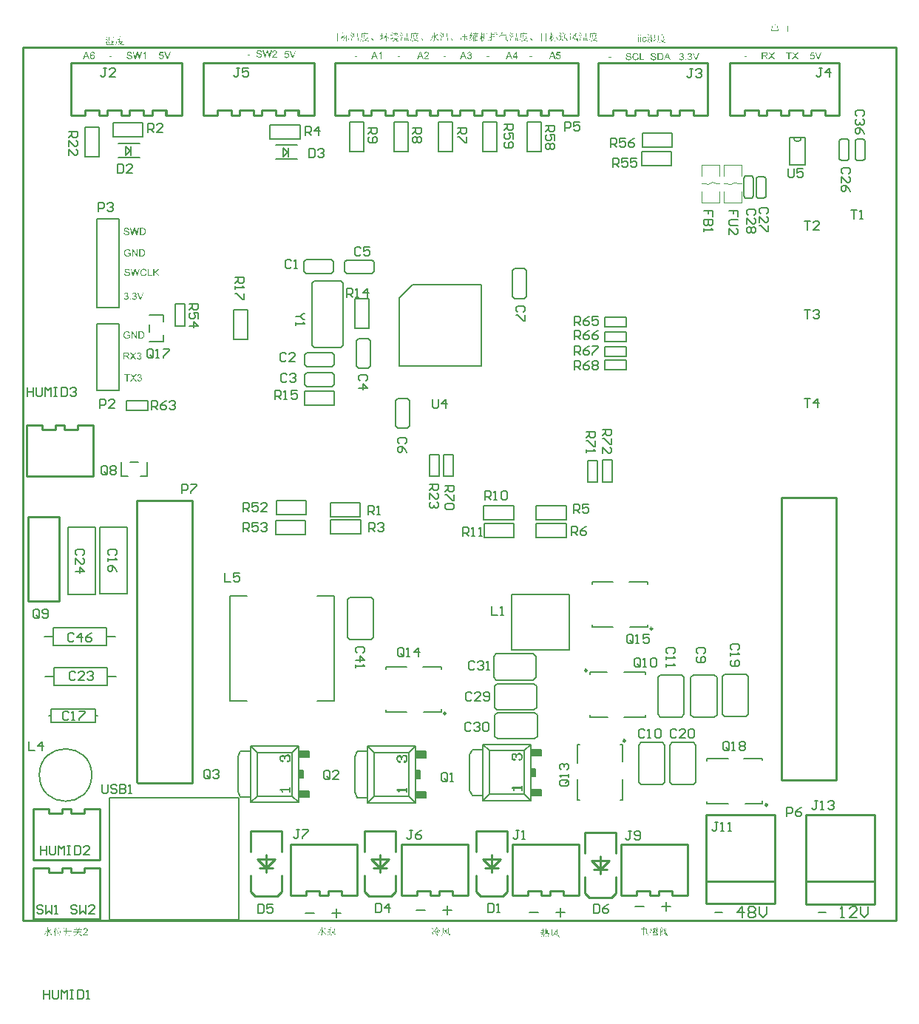
<source format=gto>
%FSLAX25Y25*%
%MOIN*%
G70*
G01*
G75*
%ADD10O,0.06299X0.01181*%
%ADD11R,0.06299X0.01181*%
%ADD12O,0.01181X0.06299*%
%ADD13R,0.05000X0.06000*%
%ADD14R,0.03347X0.02756*%
%ADD15R,0.02756X0.03347*%
%ADD16R,0.03937X0.05118*%
%ADD17R,0.10630X0.03937*%
%ADD18R,0.03543X0.02126*%
%ADD19R,0.01969X0.06299*%
%ADD20R,0.14410X0.07874*%
%ADD21R,0.14410X0.09843*%
%ADD22R,0.21654X0.05630*%
%ADD23R,0.03937X0.10630*%
%ADD24R,0.20866X0.11024*%
%ADD25R,0.05118X0.03937*%
%ADD26R,0.09843X0.15748*%
%ADD27R,0.08661X0.07087*%
%ADD28O,0.09843X0.05906*%
%ADD29R,0.10000X0.07500*%
%ADD30R,0.02126X0.03543*%
%ADD31R,0.06299X0.01969*%
%ADD32R,0.07874X0.14410*%
%ADD33R,0.09843X0.14410*%
%ADD34R,0.02559X0.05315*%
%ADD35R,0.09449X0.08268*%
%ADD36O,0.03543X0.01969*%
%ADD37O,0.03543X0.01969*%
%ADD38R,0.03543X0.01969*%
%ADD39R,0.02362X0.03937*%
%ADD40R,0.03937X0.02362*%
%ADD41C,0.03000*%
%ADD42C,0.00800*%
%ADD43C,0.01000*%
%ADD44C,0.01500*%
%ADD45C,0.04000*%
%ADD46C,0.03500*%
%ADD47C,0.06000*%
%ADD48C,0.01200*%
%ADD49C,0.02000*%
%ADD50C,0.10000*%
%ADD51C,0.08000*%
%ADD52C,0.05000*%
%ADD53R,0.07300X0.29900*%
%ADD54R,0.18900X0.05200*%
%ADD55R,0.04000X0.18600*%
%ADD56R,0.10200X0.04900*%
%ADD57R,0.12367X0.05271*%
%ADD58R,0.44271X0.10500*%
%ADD59R,0.07400X0.15300*%
%ADD60R,0.28371X0.07471*%
%ADD61R,0.10722X0.08773*%
%ADD62R,0.08600X0.43171*%
%ADD63R,0.06400X0.08900*%
%ADD64R,0.10871X0.13938*%
%ADD65R,0.10571X0.09351*%
%ADD66R,0.24300X1.56600*%
%ADD67R,0.50200X0.62200*%
%ADD68R,0.24100X0.17400*%
%ADD69R,0.25624X0.17093*%
%ADD70R,0.23600X0.17400*%
%ADD71C,0.05906*%
%ADD72C,0.12205*%
%ADD73O,0.06000X0.10000*%
%ADD74R,0.06000X0.10000*%
%ADD75O,0.11811X0.09843*%
%ADD76R,0.11811X0.09843*%
%ADD77O,0.05906X0.09843*%
%ADD78R,0.05906X0.09843*%
%ADD79R,0.09843X0.11811*%
%ADD80O,0.09843X0.11811*%
%ADD81R,0.05906X0.05906*%
%ADD82C,0.06693*%
%ADD83C,0.05500*%
%ADD84O,0.07874X0.15748*%
%ADD85C,0.05512*%
%ADD86C,0.03000*%
%ADD87C,0.02000*%
%ADD88C,0.04000*%
%ADD89O,0.05500X0.02500*%
%ADD90R,0.05500X0.02500*%
%ADD91C,0.27559*%
%ADD92O,0.08661X0.02362*%
%ADD93O,0.01181X0.02756*%
%ADD94O,0.02756X0.01181*%
%ADD95R,0.13386X0.07087*%
%ADD96R,0.05200X0.25200*%
%ADD97R,0.18000X0.06400*%
%ADD98R,0.04000X0.22000*%
%ADD99R,0.09100X0.04600*%
%ADD100R,0.18400X0.60700*%
%ADD101R,0.24600X1.31200*%
%ADD102R,0.50100X0.62100*%
%ADD103C,0.00394*%
%ADD104C,0.00500*%
%ADD105C,0.00787*%
%ADD106C,0.00591*%
%ADD107R,0.04724X0.02756*%
%ADD108R,0.01968X0.03543*%
G36*
X346581Y-2470D02*
X345527D01*
Y-5300D01*
X345102D01*
Y-2470D01*
X344048D01*
Y-2094D01*
X346581D01*
Y-2470D01*
D02*
G37*
G36*
X334625Y-2099D02*
X334664D01*
X334762Y-2104D01*
X334864Y-2113D01*
X334971Y-2133D01*
X335074Y-2152D01*
X335123Y-2167D01*
X335167Y-2182D01*
X335171D01*
X335176Y-2187D01*
X335206Y-2196D01*
X335245Y-2221D01*
X335293Y-2255D01*
X335352Y-2294D01*
X335410Y-2348D01*
X335469Y-2411D01*
X335523Y-2489D01*
X335528Y-2499D01*
X335542Y-2528D01*
X335567Y-2572D01*
X335591Y-2631D01*
X335615Y-2704D01*
X335640Y-2787D01*
X335654Y-2875D01*
X335659Y-2972D01*
Y-2977D01*
Y-2987D01*
Y-3006D01*
X335654Y-3031D01*
Y-3060D01*
X335650Y-3094D01*
X335630Y-3172D01*
X335606Y-3265D01*
X335567Y-3358D01*
X335508Y-3455D01*
X335474Y-3504D01*
X335435Y-3548D01*
X335425Y-3558D01*
X335410Y-3568D01*
X335396Y-3587D01*
X335371Y-3602D01*
X335342Y-3626D01*
X335308Y-3646D01*
X335269Y-3670D01*
X335225Y-3695D01*
X335171Y-3719D01*
X335118Y-3743D01*
X335054Y-3768D01*
X334991Y-3792D01*
X334918Y-3812D01*
X334840Y-3826D01*
X334757Y-3841D01*
X334766Y-3846D01*
X334786Y-3855D01*
X334815Y-3870D01*
X334849Y-3890D01*
X334932Y-3943D01*
X334976Y-3973D01*
X335010Y-4002D01*
X335020Y-4012D01*
X335045Y-4031D01*
X335079Y-4070D01*
X335123Y-4119D01*
X335176Y-4183D01*
X335235Y-4256D01*
X335298Y-4339D01*
X335362Y-4431D01*
X335918Y-5300D01*
X335386D01*
X334962Y-4636D01*
Y-4631D01*
X334952Y-4622D01*
X334942Y-4607D01*
X334932Y-4588D01*
X334898Y-4539D01*
X334854Y-4475D01*
X334805Y-4402D01*
X334752Y-4329D01*
X334703Y-4261D01*
X334654Y-4197D01*
X334649Y-4192D01*
X334635Y-4173D01*
X334610Y-4143D01*
X334586Y-4109D01*
X334513Y-4041D01*
X334478Y-4007D01*
X334439Y-3982D01*
X334435Y-3977D01*
X334425Y-3973D01*
X334405Y-3963D01*
X334381Y-3948D01*
X334322Y-3919D01*
X334249Y-3895D01*
X334244D01*
X334234Y-3890D01*
X334215D01*
X334191Y-3885D01*
X334156Y-3880D01*
X334117D01*
X334068Y-3875D01*
X333522D01*
Y-5300D01*
X333097D01*
Y-2094D01*
X334586D01*
X334625Y-2099D01*
D02*
G37*
G36*
X46966Y-127945D02*
X47005D01*
X47088Y-127955D01*
X47180Y-127969D01*
X47288Y-127989D01*
X47395Y-128018D01*
X47502Y-128057D01*
X47507D01*
X47517Y-128062D01*
X47532Y-128067D01*
X47551Y-128077D01*
X47600Y-128101D01*
X47664Y-128140D01*
X47737Y-128184D01*
X47810Y-128238D01*
X47883Y-128296D01*
X47947Y-128370D01*
X47951Y-128379D01*
X47971Y-128404D01*
X48000Y-128448D01*
X48039Y-128511D01*
X48078Y-128584D01*
X48117Y-128672D01*
X48156Y-128775D01*
X48191Y-128892D01*
X47805Y-128999D01*
Y-128994D01*
X47800Y-128989D01*
X47795Y-128960D01*
X47776Y-128916D01*
X47756Y-128858D01*
X47732Y-128799D01*
X47703Y-128736D01*
X47668Y-128672D01*
X47629Y-128614D01*
X47624Y-128609D01*
X47610Y-128589D01*
X47585Y-128565D01*
X47551Y-128531D01*
X47507Y-128497D01*
X47454Y-128457D01*
X47395Y-128423D01*
X47322Y-128389D01*
X47312Y-128384D01*
X47288Y-128375D01*
X47244Y-128360D01*
X47190Y-128345D01*
X47127Y-128331D01*
X47054Y-128316D01*
X46970Y-128306D01*
X46883Y-128301D01*
X46834D01*
X46780Y-128306D01*
X46712Y-128311D01*
X46634Y-128326D01*
X46546Y-128340D01*
X46463Y-128365D01*
X46380Y-128394D01*
X46370Y-128399D01*
X46346Y-128409D01*
X46307Y-128428D01*
X46258Y-128457D01*
X46204Y-128492D01*
X46146Y-128531D01*
X46092Y-128575D01*
X46038Y-128628D01*
X46034Y-128633D01*
X46019Y-128653D01*
X45994Y-128682D01*
X45965Y-128721D01*
X45931Y-128770D01*
X45897Y-128823D01*
X45868Y-128882D01*
X45838Y-128945D01*
Y-128950D01*
X45834Y-128960D01*
X45829Y-128975D01*
X45819Y-128999D01*
X45809Y-129024D01*
X45799Y-129058D01*
X45780Y-129136D01*
X45755Y-129233D01*
X45736Y-129341D01*
X45721Y-129463D01*
X45716Y-129590D01*
Y-129595D01*
Y-129609D01*
Y-129629D01*
X45721Y-129663D01*
Y-129697D01*
X45726Y-129741D01*
X45731Y-129790D01*
X45736Y-129839D01*
X45750Y-129956D01*
X45780Y-130078D01*
X45814Y-130195D01*
X45863Y-130312D01*
Y-130317D01*
X45868Y-130326D01*
X45877Y-130341D01*
X45892Y-130361D01*
X45926Y-130409D01*
X45970Y-130473D01*
X46029Y-130541D01*
X46102Y-130614D01*
X46190Y-130683D01*
X46287Y-130741D01*
X46292D01*
X46302Y-130746D01*
X46317Y-130756D01*
X46336Y-130761D01*
X46360Y-130771D01*
X46395Y-130785D01*
X46468Y-130810D01*
X46561Y-130834D01*
X46658Y-130858D01*
X46770Y-130873D01*
X46888Y-130878D01*
X46936D01*
X46990Y-130873D01*
X47058Y-130863D01*
X47137Y-130853D01*
X47229Y-130834D01*
X47327Y-130810D01*
X47424Y-130775D01*
X47429D01*
X47434Y-130771D01*
X47449Y-130766D01*
X47468Y-130756D01*
X47517Y-130736D01*
X47576Y-130707D01*
X47639Y-130673D01*
X47703Y-130634D01*
X47766Y-130590D01*
X47824Y-130546D01*
Y-129941D01*
X46883D01*
Y-129565D01*
X48239D01*
Y-130756D01*
X48234Y-130761D01*
X48225Y-130766D01*
X48210Y-130780D01*
X48186Y-130795D01*
X48156Y-130819D01*
X48122Y-130839D01*
X48039Y-130897D01*
X47942Y-130956D01*
X47834Y-131019D01*
X47712Y-131078D01*
X47590Y-131132D01*
X47585D01*
X47576Y-131137D01*
X47556Y-131141D01*
X47532Y-131151D01*
X47502Y-131161D01*
X47468Y-131171D01*
X47424Y-131181D01*
X47381Y-131190D01*
X47278Y-131215D01*
X47166Y-131234D01*
X47039Y-131249D01*
X46912Y-131254D01*
X46868D01*
X46834Y-131249D01*
X46790D01*
X46741Y-131244D01*
X46687Y-131239D01*
X46629Y-131229D01*
X46492Y-131205D01*
X46351Y-131171D01*
X46200Y-131122D01*
X46053Y-131054D01*
X46048Y-131049D01*
X46038Y-131044D01*
X46014Y-131034D01*
X45990Y-131015D01*
X45956Y-130995D01*
X45921Y-130971D01*
X45838Y-130907D01*
X45741Y-130824D01*
X45648Y-130722D01*
X45555Y-130605D01*
X45472Y-130473D01*
Y-130468D01*
X45463Y-130453D01*
X45453Y-130434D01*
X45443Y-130405D01*
X45428Y-130370D01*
X45409Y-130326D01*
X45394Y-130278D01*
X45375Y-130219D01*
X45355Y-130161D01*
X45341Y-130092D01*
X45307Y-129946D01*
X45287Y-129785D01*
X45277Y-129614D01*
Y-129609D01*
Y-129595D01*
Y-129570D01*
X45282Y-129536D01*
Y-129492D01*
X45287Y-129443D01*
X45292Y-129390D01*
X45302Y-129331D01*
X45326Y-129194D01*
X45360Y-129048D01*
X45409Y-128892D01*
X45472Y-128741D01*
Y-128736D01*
X45482Y-128721D01*
X45492Y-128701D01*
X45507Y-128672D01*
X45531Y-128638D01*
X45555Y-128604D01*
X45614Y-128511D01*
X45697Y-128413D01*
X45790Y-128316D01*
X45907Y-128223D01*
X45965Y-128179D01*
X46034Y-128140D01*
X46038D01*
X46048Y-128130D01*
X46073Y-128121D01*
X46097Y-128111D01*
X46131Y-128091D01*
X46175Y-128077D01*
X46224Y-128057D01*
X46278Y-128038D01*
X46336Y-128023D01*
X46400Y-128004D01*
X46546Y-127969D01*
X46702Y-127950D01*
X46878Y-127940D01*
X46936D01*
X46966Y-127945D01*
D02*
G37*
G36*
X356795Y-2518D02*
X355516D01*
X355341Y-3382D01*
X355345Y-3377D01*
X355355Y-3372D01*
X355370Y-3363D01*
X355389Y-3348D01*
X355418Y-3333D01*
X355448Y-3319D01*
X355526Y-3280D01*
X355614Y-3241D01*
X355716Y-3211D01*
X355828Y-3187D01*
X355946Y-3177D01*
X355985D01*
X356014Y-3182D01*
X356053Y-3187D01*
X356092Y-3192D01*
X356141Y-3202D01*
X356190Y-3211D01*
X356302Y-3250D01*
X356360Y-3270D01*
X356419Y-3299D01*
X356482Y-3333D01*
X356541Y-3372D01*
X356599Y-3416D01*
X356653Y-3470D01*
X356658Y-3475D01*
X356668Y-3485D01*
X356682Y-3499D01*
X356697Y-3524D01*
X356721Y-3553D01*
X356746Y-3587D01*
X356770Y-3626D01*
X356800Y-3670D01*
X356829Y-3724D01*
X356853Y-3777D01*
X356878Y-3841D01*
X356902Y-3904D01*
X356917Y-3977D01*
X356931Y-4051D01*
X356941Y-4134D01*
X356946Y-4217D01*
Y-4222D01*
Y-4236D01*
Y-4261D01*
X356941Y-4290D01*
X356936Y-4329D01*
X356931Y-4373D01*
X356926Y-4422D01*
X356917Y-4475D01*
X356883Y-4592D01*
X356839Y-4714D01*
X356809Y-4783D01*
X356775Y-4846D01*
X356736Y-4910D01*
X356692Y-4968D01*
X356687Y-4973D01*
X356678Y-4983D01*
X356658Y-5002D01*
X356634Y-5027D01*
X356604Y-5056D01*
X356565Y-5090D01*
X356521Y-5124D01*
X356468Y-5159D01*
X356414Y-5198D01*
X356351Y-5232D01*
X356277Y-5266D01*
X356204Y-5295D01*
X356121Y-5319D01*
X356038Y-5339D01*
X355946Y-5349D01*
X355848Y-5354D01*
X355804D01*
X355775Y-5349D01*
X355741Y-5344D01*
X355697Y-5339D01*
X355648Y-5334D01*
X355594Y-5324D01*
X355482Y-5295D01*
X355365Y-5251D01*
X355306Y-5222D01*
X355248Y-5188D01*
X355189Y-5154D01*
X355135Y-5110D01*
X355131Y-5105D01*
X355126Y-5100D01*
X355111Y-5085D01*
X355092Y-5066D01*
X355072Y-5041D01*
X355048Y-5012D01*
X355023Y-4978D01*
X354994Y-4939D01*
X354940Y-4846D01*
X354887Y-4734D01*
X354848Y-4607D01*
X354833Y-4534D01*
X354823Y-4461D01*
X355238Y-4431D01*
Y-4436D01*
Y-4446D01*
X355243Y-4461D01*
X355248Y-4480D01*
X355262Y-4534D01*
X355282Y-4602D01*
X355306Y-4675D01*
X355345Y-4749D01*
X355389Y-4822D01*
X355448Y-4885D01*
X355458Y-4890D01*
X355477Y-4910D01*
X355511Y-4929D01*
X355560Y-4958D01*
X355619Y-4983D01*
X355687Y-5007D01*
X355765Y-5027D01*
X355848Y-5032D01*
X355877D01*
X355897Y-5027D01*
X355950Y-5022D01*
X356019Y-5007D01*
X356092Y-4978D01*
X356175Y-4944D01*
X356253Y-4890D01*
X356292Y-4861D01*
X356331Y-4822D01*
Y-4817D01*
X356341Y-4812D01*
X356360Y-4783D01*
X356395Y-4734D01*
X356429Y-4671D01*
X356463Y-4588D01*
X356497Y-4490D01*
X356517Y-4378D01*
X356526Y-4251D01*
Y-4246D01*
Y-4236D01*
Y-4217D01*
X356521Y-4197D01*
Y-4168D01*
X356517Y-4134D01*
X356502Y-4056D01*
X356482Y-3973D01*
X356448Y-3885D01*
X356399Y-3797D01*
X356336Y-3719D01*
X356326Y-3709D01*
X356302Y-3690D01*
X356263Y-3655D01*
X356204Y-3621D01*
X356136Y-3587D01*
X356048Y-3553D01*
X355950Y-3533D01*
X355843Y-3524D01*
X355809D01*
X355775Y-3529D01*
X355726Y-3533D01*
X355672Y-3548D01*
X355614Y-3563D01*
X355555Y-3587D01*
X355497Y-3616D01*
X355492Y-3621D01*
X355472Y-3631D01*
X355443Y-3651D01*
X355409Y-3675D01*
X355375Y-3709D01*
X355336Y-3748D01*
X355296Y-3792D01*
X355262Y-3841D01*
X354891Y-3787D01*
X355204Y-2143D01*
X356795D01*
Y-2518D01*
D02*
G37*
G36*
X162682Y6362D02*
X162018D01*
Y5294D01*
X162208D01*
X162399Y5484D01*
X162682Y5191D01*
X162018D01*
Y4176D01*
X162628Y4435D01*
X162643Y4366D01*
X162638D01*
X162628Y4361D01*
X162613Y4352D01*
X162594Y4342D01*
X162569Y4327D01*
X162535Y4308D01*
X162462Y4269D01*
X162374Y4220D01*
X162272Y4161D01*
X162164Y4098D01*
X162047Y4034D01*
X161803Y3893D01*
X161681Y3825D01*
X161569Y3756D01*
X161462Y3688D01*
X161364Y3629D01*
X161281Y3576D01*
X161213Y3527D01*
X161018Y3844D01*
X161022D01*
X161032Y3849D01*
X161056Y3854D01*
X161081Y3859D01*
X161115Y3869D01*
X161154Y3878D01*
X161198Y3893D01*
X161252Y3908D01*
X161364Y3942D01*
X161491Y3986D01*
X161627Y4034D01*
X161769Y4088D01*
Y5191D01*
X161662D01*
X161618Y5186D01*
X161564D01*
X161496Y5176D01*
X161427Y5167D01*
X161354Y5157D01*
X161281Y5137D01*
X161125Y5294D01*
X161769D01*
Y6309D01*
X161593D01*
X161549Y6304D01*
X161496D01*
X161427Y6294D01*
X161359Y6284D01*
X161286Y6274D01*
X161213Y6255D01*
X161052Y6411D01*
X162174D01*
X162384Y6621D01*
X162682Y6362D01*
D02*
G37*
G36*
X199623Y4537D02*
X199638Y4532D01*
X199657Y4518D01*
X199687Y4498D01*
X199721Y4474D01*
X199760Y4444D01*
X199848Y4386D01*
X199945Y4313D01*
X200038Y4239D01*
X200126Y4171D01*
X200160Y4137D01*
X200194Y4108D01*
X200199Y4103D01*
X200219Y4083D01*
X200243Y4054D01*
X200277Y4015D01*
X200306Y3971D01*
X200331Y3922D01*
X200350Y3878D01*
X200355Y3830D01*
Y3825D01*
Y3815D01*
X200350Y3800D01*
X200345Y3781D01*
X200336Y3751D01*
X200326Y3722D01*
X200306Y3683D01*
X200282Y3644D01*
X200277Y3639D01*
X200272Y3625D01*
X200258Y3610D01*
X200243Y3590D01*
X200228Y3566D01*
X200209Y3551D01*
X200194Y3537D01*
X200180Y3532D01*
X200170Y3537D01*
X200160Y3542D01*
X200145Y3551D01*
X200131Y3571D01*
X200111Y3600D01*
X200092Y3634D01*
X200072Y3688D01*
Y3693D01*
X200067Y3703D01*
X200062Y3717D01*
X200053Y3737D01*
X200038Y3766D01*
X200023Y3800D01*
X200004Y3844D01*
X199979Y3888D01*
X199950Y3942D01*
X199911Y4005D01*
X199872Y4073D01*
X199823Y4147D01*
X199770Y4225D01*
X199711Y4313D01*
X199643Y4405D01*
X199569Y4508D01*
X199618Y4542D01*
X199623Y4537D01*
D02*
G37*
G36*
X166546Y6606D02*
X166410Y6499D01*
Y5611D01*
X166546D01*
X166742Y5801D01*
X167039Y5508D01*
X166410D01*
Y4108D01*
X167088Y4283D01*
X167108Y4210D01*
X167103D01*
X167093Y4205D01*
X167078Y4200D01*
X167054Y4191D01*
X167025Y4181D01*
X166991Y4166D01*
X166912Y4137D01*
X166815Y4098D01*
X166708Y4059D01*
X166590Y4010D01*
X166469Y3961D01*
X166347Y3908D01*
X166225Y3859D01*
X166112Y3805D01*
X166000Y3751D01*
X165907Y3703D01*
X165829Y3659D01*
X165795Y3639D01*
X165766Y3615D01*
X165741Y3600D01*
X165727Y3581D01*
X165532Y3917D01*
X165541D01*
X165556Y3922D01*
X165575D01*
X165595Y3927D01*
X165624Y3932D01*
X165697Y3947D01*
X165785Y3966D01*
X165893Y3991D01*
X166019Y4020D01*
X166161Y4054D01*
Y5508D01*
X165849D01*
X165658Y5469D01*
X165517Y5611D01*
X166161D01*
Y5616D01*
Y5621D01*
Y5650D01*
Y5694D01*
Y5752D01*
Y5825D01*
Y5908D01*
Y5996D01*
Y6089D01*
X166156Y6289D01*
Y6387D01*
Y6479D01*
X166151Y6567D01*
Y6650D01*
Y6723D01*
X166146Y6782D01*
X166546Y6606D01*
D02*
G37*
G36*
X189209Y6113D02*
Y6109D01*
X189204Y6094D01*
X189195Y6065D01*
X189190Y6030D01*
X189175Y5987D01*
X189160Y5933D01*
X189146Y5874D01*
X189131Y5811D01*
X189112Y5738D01*
X189092Y5660D01*
X189048Y5494D01*
X188999Y5313D01*
X188951Y5123D01*
X188902Y4932D01*
X188853Y4747D01*
X188804Y4566D01*
X188760Y4400D01*
X188741Y4322D01*
X188726Y4249D01*
X188707Y4186D01*
X188692Y4127D01*
X188682Y4073D01*
X188672Y4030D01*
X188663Y3995D01*
X188658Y3971D01*
Y3961D01*
X188653Y3932D01*
X188643Y3888D01*
X188633Y3825D01*
X188624Y3747D01*
X188619Y3659D01*
X188609Y3556D01*
X188604Y3444D01*
Y3439D01*
Y3429D01*
Y3415D01*
Y3395D01*
Y3337D01*
Y3273D01*
Y3200D01*
Y3127D01*
X188609Y3063D01*
X188614Y3010D01*
Y3005D01*
Y3000D01*
X188604Y2976D01*
X188585Y2951D01*
X188570Y2946D01*
X188546Y2941D01*
X188531D01*
X188516Y2946D01*
X188497D01*
X188472Y2951D01*
X188438Y2961D01*
X188404Y2971D01*
X188360Y2985D01*
X188355D01*
X188341Y2995D01*
X188326Y3005D01*
X188306Y3024D01*
X188282Y3044D01*
X188267Y3073D01*
X188253Y3107D01*
X188248Y3151D01*
Y3156D01*
Y3171D01*
X188253Y3190D01*
Y3220D01*
X188262Y3259D01*
X188272Y3298D01*
X188282Y3351D01*
X188302Y3405D01*
Y3415D01*
X188311Y3434D01*
X188316Y3468D01*
X188326Y3507D01*
X188336Y3551D01*
X188341Y3600D01*
X188350Y3644D01*
Y3688D01*
Y3693D01*
Y3708D01*
X188346Y3722D01*
X188341Y3747D01*
X188331Y3776D01*
X188316Y3805D01*
X188297Y3834D01*
X188272Y3859D01*
X188267Y3864D01*
X188258Y3873D01*
X188233Y3888D01*
X188199Y3903D01*
X188155Y3927D01*
X188097Y3951D01*
X188023Y3976D01*
X187931Y4000D01*
Y4069D01*
X187945D01*
X187960Y4064D01*
X187979D01*
X188033Y4059D01*
X188097Y4054D01*
X188165Y4049D01*
X188228Y4044D01*
X188321D01*
X188331Y4049D01*
X188346Y4054D01*
X188365Y4069D01*
X188389Y4088D01*
X188419Y4113D01*
X188448Y4152D01*
X188482Y4200D01*
X188487Y4210D01*
X188497Y4225D01*
X188506Y4254D01*
X188521Y4288D01*
X188541Y4342D01*
X188570Y4410D01*
X188585Y4454D01*
X188599Y4498D01*
X188619Y4552D01*
X188638Y4605D01*
X188663Y4669D01*
X188687Y4737D01*
X188712Y4815D01*
X188741Y4893D01*
X188770Y4986D01*
X188799Y5079D01*
X188833Y5181D01*
X188873Y5294D01*
X188912Y5411D01*
X188951Y5537D01*
X188995Y5674D01*
X189043Y5816D01*
X189092Y5972D01*
X189141Y6133D01*
X189209Y6113D01*
D02*
G37*
G36*
X220568D02*
Y6109D01*
X220563Y6094D01*
X220553Y6065D01*
X220549Y6030D01*
X220534Y5987D01*
X220519Y5933D01*
X220505Y5874D01*
X220490Y5811D01*
X220470Y5738D01*
X220451Y5660D01*
X220407Y5494D01*
X220358Y5313D01*
X220309Y5123D01*
X220261Y4932D01*
X220212Y4747D01*
X220163Y4566D01*
X220119Y4400D01*
X220100Y4322D01*
X220085Y4249D01*
X220065Y4186D01*
X220051Y4127D01*
X220041Y4073D01*
X220031Y4030D01*
X220022Y3995D01*
X220017Y3971D01*
Y3961D01*
X220012Y3932D01*
X220002Y3888D01*
X219992Y3825D01*
X219983Y3747D01*
X219978Y3659D01*
X219968Y3556D01*
X219963Y3444D01*
Y3439D01*
Y3429D01*
Y3415D01*
Y3395D01*
Y3337D01*
Y3273D01*
Y3200D01*
Y3127D01*
X219968Y3063D01*
X219973Y3010D01*
Y3005D01*
Y3000D01*
X219963Y2976D01*
X219943Y2951D01*
X219929Y2946D01*
X219904Y2941D01*
X219890D01*
X219875Y2946D01*
X219856D01*
X219831Y2951D01*
X219797Y2961D01*
X219763Y2971D01*
X219719Y2985D01*
X219714D01*
X219700Y2995D01*
X219685Y3005D01*
X219665Y3024D01*
X219641Y3044D01*
X219626Y3073D01*
X219612Y3107D01*
X219607Y3151D01*
Y3156D01*
Y3171D01*
X219612Y3190D01*
Y3220D01*
X219621Y3259D01*
X219631Y3298D01*
X219641Y3351D01*
X219660Y3405D01*
Y3415D01*
X219670Y3434D01*
X219675Y3468D01*
X219685Y3507D01*
X219695Y3551D01*
X219700Y3600D01*
X219709Y3644D01*
Y3688D01*
Y3693D01*
Y3708D01*
X219704Y3722D01*
X219700Y3747D01*
X219690Y3776D01*
X219675Y3805D01*
X219656Y3834D01*
X219631Y3859D01*
X219626Y3864D01*
X219617Y3873D01*
X219592Y3888D01*
X219558Y3903D01*
X219514Y3927D01*
X219456Y3951D01*
X219382Y3976D01*
X219290Y4000D01*
Y4069D01*
X219304D01*
X219319Y4064D01*
X219338D01*
X219392Y4059D01*
X219456Y4054D01*
X219524Y4049D01*
X219587Y4044D01*
X219680D01*
X219690Y4049D01*
X219704Y4054D01*
X219724Y4069D01*
X219748Y4088D01*
X219778Y4113D01*
X219807Y4152D01*
X219841Y4200D01*
X219846Y4210D01*
X219856Y4225D01*
X219865Y4254D01*
X219880Y4288D01*
X219900Y4342D01*
X219929Y4410D01*
X219943Y4454D01*
X219958Y4498D01*
X219978Y4552D01*
X219997Y4605D01*
X220022Y4669D01*
X220046Y4737D01*
X220070Y4815D01*
X220100Y4893D01*
X220129Y4986D01*
X220158Y5079D01*
X220192Y5181D01*
X220231Y5294D01*
X220270Y5411D01*
X220309Y5537D01*
X220353Y5674D01*
X220402Y5816D01*
X220451Y5972D01*
X220500Y6133D01*
X220568Y6113D01*
D02*
G37*
G36*
X251927D02*
Y6109D01*
X251922Y6094D01*
X251912Y6065D01*
X251907Y6030D01*
X251893Y5987D01*
X251878Y5933D01*
X251864Y5874D01*
X251849Y5811D01*
X251829Y5738D01*
X251810Y5660D01*
X251766Y5494D01*
X251717Y5313D01*
X251668Y5123D01*
X251620Y4932D01*
X251571Y4747D01*
X251522Y4566D01*
X251478Y4400D01*
X251459Y4322D01*
X251444Y4249D01*
X251424Y4186D01*
X251410Y4127D01*
X251400Y4073D01*
X251390Y4030D01*
X251380Y3995D01*
X251376Y3971D01*
Y3961D01*
X251371Y3932D01*
X251361Y3888D01*
X251351Y3825D01*
X251341Y3747D01*
X251337Y3659D01*
X251327Y3556D01*
X251322Y3444D01*
Y3439D01*
Y3429D01*
Y3415D01*
Y3395D01*
Y3337D01*
Y3273D01*
Y3200D01*
Y3127D01*
X251327Y3063D01*
X251332Y3010D01*
Y3005D01*
Y3000D01*
X251322Y2976D01*
X251302Y2951D01*
X251288Y2946D01*
X251263Y2941D01*
X251249D01*
X251234Y2946D01*
X251215D01*
X251190Y2951D01*
X251156Y2961D01*
X251122Y2971D01*
X251078Y2985D01*
X251073D01*
X251058Y2995D01*
X251044Y3005D01*
X251024Y3024D01*
X251000Y3044D01*
X250985Y3073D01*
X250971Y3107D01*
X250966Y3151D01*
Y3156D01*
Y3171D01*
X250971Y3190D01*
Y3220D01*
X250980Y3259D01*
X250990Y3298D01*
X251000Y3351D01*
X251019Y3405D01*
Y3415D01*
X251029Y3434D01*
X251034Y3468D01*
X251044Y3507D01*
X251054Y3551D01*
X251058Y3600D01*
X251068Y3644D01*
Y3688D01*
Y3693D01*
Y3708D01*
X251063Y3722D01*
X251058Y3747D01*
X251049Y3776D01*
X251034Y3805D01*
X251014Y3834D01*
X250990Y3859D01*
X250985Y3864D01*
X250975Y3873D01*
X250951Y3888D01*
X250917Y3903D01*
X250873Y3927D01*
X250814Y3951D01*
X250741Y3976D01*
X250648Y4000D01*
Y4069D01*
X250663D01*
X250678Y4064D01*
X250697D01*
X250751Y4059D01*
X250814Y4054D01*
X250883Y4049D01*
X250946Y4044D01*
X251039D01*
X251049Y4049D01*
X251063Y4054D01*
X251083Y4069D01*
X251107Y4088D01*
X251136Y4113D01*
X251166Y4152D01*
X251200Y4200D01*
X251205Y4210D01*
X251215Y4225D01*
X251224Y4254D01*
X251239Y4288D01*
X251258Y4342D01*
X251288Y4410D01*
X251302Y4454D01*
X251317Y4498D01*
X251337Y4552D01*
X251356Y4605D01*
X251380Y4669D01*
X251405Y4737D01*
X251429Y4815D01*
X251459Y4893D01*
X251488Y4986D01*
X251517Y5079D01*
X251551Y5181D01*
X251590Y5294D01*
X251629Y5411D01*
X251668Y5537D01*
X251712Y5674D01*
X251761Y5816D01*
X251810Y5972D01*
X251859Y6133D01*
X251927Y6113D01*
D02*
G37*
G36*
X171290D02*
Y6109D01*
X171285Y6094D01*
X171275Y6065D01*
X171270Y6030D01*
X171256Y5987D01*
X171241Y5933D01*
X171226Y5874D01*
X171212Y5811D01*
X171192Y5738D01*
X171173Y5660D01*
X171129Y5494D01*
X171080Y5313D01*
X171031Y5123D01*
X170982Y4932D01*
X170934Y4747D01*
X170885Y4566D01*
X170841Y4400D01*
X170821Y4322D01*
X170807Y4249D01*
X170787Y4186D01*
X170773Y4127D01*
X170763Y4073D01*
X170753Y4030D01*
X170743Y3995D01*
X170738Y3971D01*
Y3961D01*
X170734Y3932D01*
X170724Y3888D01*
X170714Y3825D01*
X170704Y3747D01*
X170699Y3659D01*
X170690Y3556D01*
X170685Y3444D01*
Y3439D01*
Y3429D01*
Y3415D01*
Y3395D01*
Y3337D01*
Y3273D01*
Y3200D01*
Y3127D01*
X170690Y3063D01*
X170694Y3010D01*
Y3005D01*
Y3000D01*
X170685Y2976D01*
X170665Y2951D01*
X170651Y2946D01*
X170626Y2941D01*
X170612D01*
X170597Y2946D01*
X170577D01*
X170553Y2951D01*
X170519Y2961D01*
X170485Y2971D01*
X170441Y2985D01*
X170436D01*
X170421Y2995D01*
X170407Y3005D01*
X170387Y3024D01*
X170363Y3044D01*
X170348Y3073D01*
X170333Y3107D01*
X170328Y3151D01*
Y3156D01*
Y3171D01*
X170333Y3190D01*
Y3220D01*
X170343Y3259D01*
X170353Y3298D01*
X170363Y3351D01*
X170382Y3405D01*
Y3415D01*
X170392Y3434D01*
X170397Y3468D01*
X170407Y3507D01*
X170416Y3551D01*
X170421Y3600D01*
X170431Y3644D01*
Y3688D01*
Y3693D01*
Y3708D01*
X170426Y3722D01*
X170421Y3747D01*
X170412Y3776D01*
X170397Y3805D01*
X170377Y3834D01*
X170353Y3859D01*
X170348Y3864D01*
X170338Y3873D01*
X170314Y3888D01*
X170280Y3903D01*
X170236Y3927D01*
X170177Y3951D01*
X170104Y3976D01*
X170011Y4000D01*
Y4069D01*
X170026D01*
X170041Y4064D01*
X170060D01*
X170114Y4059D01*
X170177Y4054D01*
X170246Y4049D01*
X170309Y4044D01*
X170402D01*
X170412Y4049D01*
X170426Y4054D01*
X170446Y4069D01*
X170470Y4088D01*
X170499Y4113D01*
X170529Y4152D01*
X170563Y4200D01*
X170568Y4210D01*
X170577Y4225D01*
X170587Y4254D01*
X170602Y4288D01*
X170621Y4342D01*
X170651Y4410D01*
X170665Y4454D01*
X170680Y4498D01*
X170699Y4552D01*
X170719Y4605D01*
X170743Y4669D01*
X170768Y4737D01*
X170792Y4815D01*
X170821Y4893D01*
X170851Y4986D01*
X170880Y5079D01*
X170914Y5181D01*
X170953Y5294D01*
X170992Y5411D01*
X171031Y5537D01*
X171075Y5674D01*
X171124Y5816D01*
X171173Y5972D01*
X171222Y6133D01*
X171290Y6113D01*
D02*
G37*
G36*
X164053Y5147D02*
X164072Y5133D01*
X164107Y5108D01*
X164151Y5079D01*
X164199Y5040D01*
X164258Y5001D01*
X164321Y4952D01*
X164390Y4903D01*
X164526Y4801D01*
X164594Y4752D01*
X164653Y4698D01*
X164712Y4649D01*
X164760Y4605D01*
X164799Y4566D01*
X164829Y4532D01*
X164834Y4527D01*
X164848Y4503D01*
X164868Y4474D01*
X164892Y4435D01*
X164912Y4386D01*
X164931Y4337D01*
X164946Y4283D01*
X164951Y4230D01*
Y4225D01*
Y4210D01*
X164946Y4191D01*
Y4166D01*
X164926Y4103D01*
X164917Y4069D01*
X164897Y4030D01*
Y4025D01*
X164887Y4015D01*
X164873Y3981D01*
X164848Y3947D01*
X164839Y3937D01*
X164829Y3932D01*
X164819D01*
X164809Y3937D01*
X164799Y3947D01*
X164785Y3956D01*
X164770Y3976D01*
X164756Y4005D01*
X164741Y4039D01*
X164736Y4049D01*
X164726Y4069D01*
X164707Y4108D01*
X164678Y4157D01*
X164643Y4220D01*
X164604Y4293D01*
X164556Y4381D01*
X164502Y4474D01*
Y4479D01*
X164497Y4483D01*
X164487Y4503D01*
X164472Y4522D01*
X164458Y4547D01*
X164438Y4576D01*
X164385Y4649D01*
X164316Y4742D01*
X164233Y4849D01*
X164131Y4971D01*
X164009Y5103D01*
X164043Y5152D01*
X164053Y5147D01*
D02*
G37*
G36*
X51382Y-131200D02*
X50948D01*
X49264Y-128682D01*
Y-131200D01*
X48859D01*
Y-127994D01*
X49288D01*
X50977Y-130512D01*
Y-127994D01*
X51382D01*
Y-131200D01*
D02*
G37*
G36*
X148891Y6113D02*
Y6109D01*
X148886Y6094D01*
X148876Y6065D01*
X148871Y6030D01*
X148856Y5987D01*
X148842Y5933D01*
X148827Y5874D01*
X148813Y5811D01*
X148793Y5738D01*
X148774Y5660D01*
X148730Y5494D01*
X148681Y5313D01*
X148632Y5123D01*
X148583Y4932D01*
X148534Y4747D01*
X148486Y4566D01*
X148442Y4400D01*
X148422Y4322D01*
X148408Y4249D01*
X148388Y4186D01*
X148373Y4127D01*
X148364Y4073D01*
X148354Y4030D01*
X148344Y3995D01*
X148339Y3971D01*
Y3961D01*
X148334Y3932D01*
X148325Y3888D01*
X148315Y3825D01*
X148305Y3747D01*
X148300Y3659D01*
X148291Y3556D01*
X148286Y3444D01*
Y3439D01*
Y3429D01*
Y3415D01*
Y3395D01*
Y3337D01*
Y3273D01*
Y3200D01*
Y3127D01*
X148291Y3063D01*
X148295Y3010D01*
Y3005D01*
Y3000D01*
X148286Y2976D01*
X148266Y2951D01*
X148251Y2946D01*
X148227Y2941D01*
X148212D01*
X148198Y2946D01*
X148178D01*
X148154Y2951D01*
X148120Y2961D01*
X148085Y2971D01*
X148042Y2985D01*
X148037D01*
X148022Y2995D01*
X148007Y3005D01*
X147988Y3024D01*
X147964Y3044D01*
X147949Y3073D01*
X147934Y3107D01*
X147929Y3151D01*
Y3156D01*
Y3171D01*
X147934Y3190D01*
Y3220D01*
X147944Y3259D01*
X147954Y3298D01*
X147964Y3351D01*
X147983Y3405D01*
Y3415D01*
X147993Y3434D01*
X147998Y3468D01*
X148007Y3507D01*
X148017Y3551D01*
X148022Y3600D01*
X148032Y3644D01*
Y3688D01*
Y3693D01*
Y3708D01*
X148027Y3722D01*
X148022Y3747D01*
X148012Y3776D01*
X147998Y3805D01*
X147978Y3834D01*
X147954Y3859D01*
X147949Y3864D01*
X147939Y3873D01*
X147915Y3888D01*
X147880Y3903D01*
X147837Y3927D01*
X147778Y3951D01*
X147705Y3976D01*
X147612Y4000D01*
Y4069D01*
X147627D01*
X147641Y4064D01*
X147661D01*
X147715Y4059D01*
X147778Y4054D01*
X147846Y4049D01*
X147910Y4044D01*
X148003D01*
X148012Y4049D01*
X148027Y4054D01*
X148047Y4069D01*
X148071Y4088D01*
X148100Y4113D01*
X148129Y4152D01*
X148164Y4200D01*
X148169Y4210D01*
X148178Y4225D01*
X148188Y4254D01*
X148203Y4288D01*
X148222Y4342D01*
X148251Y4410D01*
X148266Y4454D01*
X148281Y4498D01*
X148300Y4552D01*
X148320Y4605D01*
X148344Y4669D01*
X148369Y4737D01*
X148393Y4815D01*
X148422Y4893D01*
X148451Y4986D01*
X148481Y5079D01*
X148515Y5181D01*
X148554Y5294D01*
X148593Y5411D01*
X148632Y5537D01*
X148676Y5674D01*
X148725Y5816D01*
X148774Y5972D01*
X148822Y6133D01*
X148891Y6113D01*
D02*
G37*
G36*
X185759Y6640D02*
X185588Y6499D01*
Y6494D01*
Y6479D01*
Y6460D01*
Y6431D01*
Y6396D01*
Y6357D01*
Y6265D01*
X185598Y6157D01*
X185608Y6040D01*
X185627Y5928D01*
X185657Y5816D01*
Y5811D01*
X185661Y5801D01*
X185666Y5786D01*
X185671Y5767D01*
X185681Y5738D01*
X185696Y5708D01*
X185710Y5669D01*
X185725Y5625D01*
X185764Y5528D01*
X185813Y5411D01*
X185866Y5284D01*
X185935Y5137D01*
X185944Y5142D01*
X185964Y5162D01*
X185998Y5191D01*
X186047Y5230D01*
X186101Y5279D01*
X186164Y5337D01*
X186232Y5401D01*
X186306Y5469D01*
X186462Y5621D01*
X186613Y5782D01*
X186686Y5860D01*
X186755Y5943D01*
X186813Y6021D01*
X186862Y6099D01*
X187160Y5786D01*
X187150D01*
X187130Y5782D01*
X187091Y5772D01*
X187038Y5752D01*
X186974Y5728D01*
X186901Y5689D01*
X186813Y5640D01*
X186721Y5577D01*
X186716D01*
X186706Y5567D01*
X186691Y5557D01*
X186672Y5542D01*
X186642Y5523D01*
X186608Y5499D01*
X186569Y5469D01*
X186520Y5440D01*
X186472Y5401D01*
X186413Y5362D01*
X186354Y5318D01*
X186286Y5274D01*
X186213Y5220D01*
X186135Y5167D01*
X185969Y5049D01*
Y5045D01*
X185979Y5035D01*
X185988Y5015D01*
X185998Y4991D01*
X186018Y4962D01*
X186037Y4927D01*
X186062Y4888D01*
X186091Y4840D01*
X186154Y4737D01*
X186232Y4620D01*
X186320Y4493D01*
X186418Y4361D01*
X186525Y4225D01*
X186647Y4088D01*
X186774Y3951D01*
X186906Y3825D01*
X187052Y3712D01*
X187199Y3610D01*
X187277Y3561D01*
X187350Y3522D01*
X187433Y3488D01*
X187511Y3459D01*
Y3390D01*
X187496D01*
X187482Y3385D01*
X187457D01*
X187399Y3376D01*
X187335Y3356D01*
X187262Y3332D01*
X187199Y3298D01*
X187145Y3249D01*
X187121Y3220D01*
X187106Y3185D01*
X187101Y3190D01*
X187096Y3195D01*
X187082Y3205D01*
X187057Y3224D01*
X187033Y3244D01*
X187004Y3268D01*
X186935Y3337D01*
X186891Y3376D01*
X186847Y3420D01*
X186799Y3468D01*
X186745Y3527D01*
X186691Y3585D01*
X186637Y3649D01*
X186579Y3722D01*
X186515Y3795D01*
X186457Y3878D01*
X186393Y3961D01*
X186330Y4054D01*
X186267Y4152D01*
X186203Y4254D01*
X186140Y4361D01*
X186081Y4474D01*
X186018Y4591D01*
X185954Y4713D01*
X185896Y4840D01*
X185837Y4976D01*
X185784Y5118D01*
X185730Y5264D01*
X185681Y5415D01*
X185632Y5572D01*
X185588Y5733D01*
Y3288D01*
Y3283D01*
Y3268D01*
Y3249D01*
X185583Y3220D01*
X185579Y3185D01*
X185569Y3146D01*
X185559Y3102D01*
X185539Y3059D01*
X185520Y3010D01*
X185491Y2966D01*
X185457Y2922D01*
X185417Y2878D01*
X185369Y2834D01*
X185310Y2800D01*
X185247Y2771D01*
X185169Y2746D01*
Y2751D01*
Y2756D01*
X185164Y2785D01*
X185144Y2834D01*
X185130Y2858D01*
X185105Y2888D01*
X185076Y2917D01*
X185042Y2951D01*
X184998Y2980D01*
X184944Y3015D01*
X184881Y3044D01*
X184808Y3078D01*
X184720Y3107D01*
X184622Y3132D01*
Y3200D01*
X184642D01*
X184661Y3195D01*
X184686D01*
X184720Y3190D01*
X184759D01*
X184842Y3185D01*
X184934Y3176D01*
X185027Y3171D01*
X185110Y3166D01*
X185178D01*
X185198Y3171D01*
X185222Y3176D01*
X185252Y3190D01*
X185276Y3215D01*
X185300Y3254D01*
X185320Y3303D01*
X185325Y3371D01*
Y6187D01*
Y6191D01*
Y6201D01*
Y6221D01*
Y6245D01*
Y6274D01*
Y6309D01*
Y6391D01*
X185320Y6489D01*
X185315Y6601D01*
X185310Y6718D01*
X185305Y6836D01*
X185759Y6640D01*
D02*
G37*
G36*
X202702Y3688D02*
X202698D01*
X202688Y3683D01*
X202673Y3678D01*
X202649Y3673D01*
X202620Y3664D01*
X202580Y3654D01*
X202541Y3639D01*
X202498Y3629D01*
X202395Y3595D01*
X202278Y3556D01*
X202146Y3517D01*
X202010Y3468D01*
X202005D01*
X201995Y3463D01*
X201975Y3454D01*
X201951Y3444D01*
X201917Y3434D01*
X201883Y3420D01*
X201804Y3385D01*
X201722Y3346D01*
X201643Y3298D01*
X201570Y3249D01*
X201536Y3224D01*
X201512Y3200D01*
X201336Y3512D01*
X201351D01*
X201365Y3517D01*
X201390D01*
X201419Y3522D01*
X201448Y3527D01*
X201526Y3537D01*
X201619Y3551D01*
X201717Y3566D01*
X201814Y3581D01*
X201917Y3600D01*
X201922D01*
X201926Y3605D01*
X201941D01*
X201966Y3610D01*
X201990Y3615D01*
X202019Y3620D01*
X202058Y3629D01*
X202102Y3639D01*
X202156Y3649D01*
X202210Y3659D01*
X202273Y3673D01*
X202341Y3688D01*
X202419Y3703D01*
X202502Y3717D01*
X202590Y3737D01*
X202683Y3756D01*
X202702Y3688D01*
D02*
G37*
G36*
X211433Y6675D02*
X211277Y6572D01*
Y5821D01*
X211418D01*
X211589Y5996D01*
X211872Y5718D01*
X211277D01*
Y5001D01*
X211818Y5245D01*
X211852Y5191D01*
X211277Y4825D01*
Y3342D01*
Y3337D01*
Y3327D01*
Y3307D01*
X211272Y3283D01*
Y3254D01*
X211262Y3220D01*
X211238Y3141D01*
X211218Y3097D01*
X211194Y3054D01*
X211164Y3010D01*
X211130Y2966D01*
X211086Y2927D01*
X211037Y2888D01*
X210979Y2853D01*
X210911Y2819D01*
Y2829D01*
X210906Y2853D01*
X210891Y2888D01*
X210876Y2912D01*
X210862Y2936D01*
X210837Y2966D01*
X210808Y2990D01*
X210769Y3024D01*
X210725Y3054D01*
X210671Y3088D01*
X210613Y3117D01*
X210540Y3151D01*
X210457Y3185D01*
Y3254D01*
X210471D01*
X210486Y3249D01*
X210510Y3244D01*
X210569Y3239D01*
X210637Y3229D01*
X210715Y3220D01*
X210789Y3210D01*
X210862Y3205D01*
X210915Y3200D01*
X210920D01*
X210935Y3205D01*
X210959Y3210D01*
X210984Y3224D01*
X211003Y3254D01*
X211028Y3288D01*
X211042Y3342D01*
X211047Y3371D01*
Y3410D01*
Y4703D01*
X211042Y4698D01*
X211028Y4693D01*
X211003Y4679D01*
X210974Y4659D01*
X210940Y4640D01*
X210901Y4610D01*
X210808Y4552D01*
X210715Y4488D01*
X210628Y4420D01*
X210589Y4386D01*
X210554Y4357D01*
X210525Y4327D01*
X210506Y4298D01*
X210296Y4630D01*
X210306D01*
X210315Y4635D01*
X210335Y4640D01*
X210359Y4645D01*
X210388Y4654D01*
X210423Y4664D01*
X210462Y4679D01*
X210510Y4698D01*
X210564Y4718D01*
X210628Y4737D01*
X210696Y4766D01*
X210769Y4796D01*
X210857Y4830D01*
X210950Y4869D01*
X211047Y4913D01*
Y5718D01*
X210628D01*
X210457Y5679D01*
X210315Y5821D01*
X211047D01*
Y5830D01*
Y5850D01*
Y5889D01*
Y5938D01*
Y5996D01*
Y6065D01*
Y6143D01*
Y6221D01*
X211042Y6391D01*
Y6567D01*
X211037Y6650D01*
Y6728D01*
Y6801D01*
X211033Y6870D01*
X211433Y6675D01*
D02*
G37*
G36*
X241303Y5264D02*
X240078D01*
Y3185D01*
Y3181D01*
Y3171D01*
X240073Y3161D01*
X240069Y3141D01*
X240054Y3088D01*
X240025Y3029D01*
X240000Y2995D01*
X239976Y2961D01*
X239947Y2927D01*
X239908Y2897D01*
X239864Y2863D01*
X239815Y2834D01*
X239756Y2805D01*
X239693Y2780D01*
Y2785D01*
Y2790D01*
X239683Y2815D01*
X239664Y2858D01*
X239649Y2883D01*
X239629Y2907D01*
X239600Y2936D01*
X239566Y2966D01*
X239522Y3000D01*
X239473Y3034D01*
X239415Y3063D01*
X239341Y3097D01*
X239263Y3132D01*
X239171Y3166D01*
Y3249D01*
X239176D01*
X239190Y3244D01*
X239215Y3239D01*
X239244Y3234D01*
X239283Y3229D01*
X239322Y3224D01*
X239415Y3210D01*
X239512Y3195D01*
X239605Y3185D01*
X239644D01*
X239678Y3181D01*
X239707Y3185D01*
X239732D01*
X239742Y3190D01*
X239756Y3195D01*
X239771Y3210D01*
X239786Y3224D01*
X239800Y3249D01*
X239810Y3278D01*
X239815Y3317D01*
Y5264D01*
X238961D01*
X238800Y5225D01*
X238663Y5367D01*
X240742D01*
X240971Y5596D01*
X241303Y5264D01*
D02*
G37*
G36*
X192728Y4157D02*
X192747Y4152D01*
X192777Y4147D01*
X192811Y4137D01*
X192850Y4127D01*
X192938Y4103D01*
X193040Y4069D01*
X193142Y4030D01*
X193240Y3991D01*
X193328Y3942D01*
X193333D01*
X193338Y3937D01*
X193362Y3917D01*
X193401Y3893D01*
X193450Y3864D01*
X193504Y3825D01*
X193552Y3786D01*
X193601Y3742D01*
X193645Y3703D01*
X193650Y3698D01*
X193660Y3683D01*
X193679Y3659D01*
X193699Y3629D01*
X193718Y3590D01*
X193738Y3542D01*
X193757Y3488D01*
X193767Y3424D01*
Y3420D01*
X193772Y3395D01*
Y3366D01*
Y3332D01*
X193767Y3293D01*
X193757Y3254D01*
X193738Y3220D01*
X193713Y3195D01*
X193709Y3190D01*
X193699Y3185D01*
X193670Y3166D01*
X193635Y3141D01*
X193616Y3137D01*
X193601Y3132D01*
X193596D01*
X193582Y3137D01*
X193562Y3146D01*
X193533Y3171D01*
X193499Y3205D01*
X193479Y3229D01*
X193460Y3254D01*
X193440Y3288D01*
X193421Y3327D01*
X193396Y3371D01*
X193372Y3424D01*
Y3429D01*
X193362Y3439D01*
X193352Y3459D01*
X193338Y3488D01*
X193318Y3517D01*
X193294Y3556D01*
X193264Y3600D01*
X193230Y3649D01*
X193186Y3698D01*
X193138Y3751D01*
X193084Y3810D01*
X193020Y3869D01*
X192952Y3927D01*
X192874Y3986D01*
X192786Y4049D01*
X192694Y4108D01*
X192708Y4161D01*
X192713D01*
X192728Y4157D01*
D02*
G37*
G36*
X228566D02*
X228586Y4152D01*
X228615Y4147D01*
X228649Y4137D01*
X228689Y4127D01*
X228776Y4103D01*
X228879Y4069D01*
X228981Y4030D01*
X229079Y3991D01*
X229167Y3942D01*
X229172D01*
X229176Y3937D01*
X229201Y3917D01*
X229240Y3893D01*
X229289Y3864D01*
X229342Y3825D01*
X229391Y3786D01*
X229440Y3742D01*
X229484Y3703D01*
X229489Y3698D01*
X229499Y3683D01*
X229518Y3659D01*
X229538Y3629D01*
X229557Y3590D01*
X229577Y3542D01*
X229596Y3488D01*
X229606Y3424D01*
Y3420D01*
X229611Y3395D01*
Y3366D01*
Y3332D01*
X229606Y3293D01*
X229596Y3254D01*
X229577Y3220D01*
X229552Y3195D01*
X229547Y3190D01*
X229538Y3185D01*
X229508Y3166D01*
X229474Y3141D01*
X229455Y3137D01*
X229440Y3132D01*
X229435D01*
X229420Y3137D01*
X229401Y3146D01*
X229372Y3171D01*
X229338Y3205D01*
X229318Y3229D01*
X229298Y3254D01*
X229279Y3288D01*
X229259Y3327D01*
X229235Y3371D01*
X229211Y3424D01*
Y3429D01*
X229201Y3439D01*
X229191Y3459D01*
X229176Y3488D01*
X229157Y3517D01*
X229133Y3556D01*
X229103Y3600D01*
X229069Y3649D01*
X229025Y3698D01*
X228976Y3751D01*
X228923Y3810D01*
X228859Y3869D01*
X228791Y3927D01*
X228713Y3986D01*
X228625Y4049D01*
X228532Y4108D01*
X228547Y4161D01*
X228552D01*
X228566Y4157D01*
D02*
G37*
G36*
X147227Y5264D02*
X146002D01*
Y3185D01*
Y3181D01*
Y3171D01*
X145997Y3161D01*
X145992Y3141D01*
X145977Y3088D01*
X145948Y3029D01*
X145924Y2995D01*
X145899Y2961D01*
X145870Y2927D01*
X145831Y2897D01*
X145787Y2863D01*
X145738Y2834D01*
X145680Y2805D01*
X145616Y2780D01*
Y2785D01*
Y2790D01*
X145606Y2815D01*
X145587Y2858D01*
X145572Y2883D01*
X145553Y2907D01*
X145524Y2936D01*
X145489Y2966D01*
X145445Y3000D01*
X145397Y3034D01*
X145338Y3063D01*
X145265Y3097D01*
X145187Y3132D01*
X145094Y3166D01*
Y3249D01*
X145099D01*
X145114Y3244D01*
X145138Y3239D01*
X145167Y3234D01*
X145206Y3229D01*
X145245Y3224D01*
X145338Y3210D01*
X145436Y3195D01*
X145528Y3185D01*
X145567D01*
X145602Y3181D01*
X145631Y3185D01*
X145655D01*
X145665Y3190D01*
X145680Y3195D01*
X145694Y3210D01*
X145709Y3224D01*
X145724Y3249D01*
X145733Y3278D01*
X145738Y3317D01*
Y5264D01*
X144884D01*
X144723Y5225D01*
X144587Y5367D01*
X146665D01*
X146895Y5596D01*
X147227Y5264D01*
D02*
G37*
G36*
X326382Y-4339D02*
X325177D01*
Y-3943D01*
X326382D01*
Y-4339D01*
D02*
G37*
G36*
X358820Y-5300D02*
X358386D01*
X357141Y-2094D01*
X357605D01*
X358434Y-4422D01*
Y-4426D01*
X358439Y-4436D01*
X358444Y-4451D01*
X358454Y-4470D01*
X358469Y-4524D01*
X358493Y-4592D01*
X358522Y-4675D01*
X358552Y-4763D01*
X358605Y-4949D01*
Y-4944D01*
X358610Y-4939D01*
X358615Y-4924D01*
X358620Y-4905D01*
X358634Y-4851D01*
X358654Y-4783D01*
X358678Y-4705D01*
X358708Y-4617D01*
X358742Y-4519D01*
X358776Y-4422D01*
X359645Y-2094D01*
X360074D01*
X358820Y-5300D01*
D02*
G37*
G36*
X245080Y6553D02*
X244924Y6504D01*
X244919Y6499D01*
X244914Y6489D01*
X244900Y6470D01*
X244880Y6440D01*
X244856Y6406D01*
X244831Y6372D01*
X244797Y6328D01*
X244768Y6279D01*
X244695Y6172D01*
X244612Y6060D01*
X244534Y5938D01*
X244451Y5821D01*
X244958D01*
X245202Y6011D01*
X245520Y5718D01*
X244329D01*
Y5708D01*
Y5699D01*
Y5679D01*
Y5660D01*
Y5630D01*
X244324Y5601D01*
Y5562D01*
Y5518D01*
X244319Y5469D01*
Y5415D01*
X244314Y5352D01*
X244309Y5289D01*
X244304Y5215D01*
X244300Y5137D01*
X244295Y5049D01*
X245119D01*
X245363Y5294D01*
X245695Y4947D01*
X244280D01*
Y4942D01*
X244275Y4923D01*
X244270Y4893D01*
X244265Y4849D01*
X244256Y4796D01*
X244241Y4732D01*
X244226Y4654D01*
X244207Y4561D01*
X244212Y4557D01*
X244231Y4552D01*
X244256Y4537D01*
X244290Y4522D01*
X244334Y4503D01*
X244383Y4479D01*
X244436Y4454D01*
X244495Y4425D01*
X244622Y4366D01*
X244753Y4298D01*
X244880Y4230D01*
X244939Y4200D01*
X244992Y4166D01*
X244997D01*
X245007Y4161D01*
X245017Y4152D01*
X245037Y4137D01*
X245085Y4103D01*
X245139Y4064D01*
X245193Y4010D01*
X245241Y3956D01*
X245281Y3898D01*
X245290Y3864D01*
X245300Y3834D01*
Y3830D01*
X245305Y3805D01*
Y3776D01*
X245310Y3742D01*
X245305Y3703D01*
X245300Y3664D01*
X245290Y3625D01*
X245276Y3590D01*
Y3585D01*
X245266Y3581D01*
X245246Y3551D01*
X245222Y3527D01*
X245212Y3517D01*
X245202Y3512D01*
X245193D01*
X245183Y3522D01*
X245168Y3532D01*
X245149Y3546D01*
X245124Y3571D01*
X245095Y3605D01*
X245066Y3649D01*
Y3654D01*
X245061Y3659D01*
X245041Y3683D01*
X245012Y3727D01*
X244973Y3781D01*
X244919Y3844D01*
X244856Y3917D01*
X244783Y3995D01*
X244695Y4078D01*
X244690Y4083D01*
X244685Y4088D01*
X244670Y4098D01*
X244651Y4117D01*
X244602Y4157D01*
X244539Y4210D01*
X244461Y4274D01*
X244373Y4337D01*
X244275Y4405D01*
X244173Y4474D01*
X244168Y4464D01*
X244158Y4444D01*
X244139Y4410D01*
X244109Y4366D01*
X244070Y4308D01*
X244021Y4244D01*
X243968Y4176D01*
X243904Y4103D01*
X243826Y4020D01*
X243743Y3937D01*
X243646Y3854D01*
X243538Y3776D01*
X243421Y3693D01*
X243294Y3615D01*
X243153Y3546D01*
X243002Y3478D01*
X242967Y3527D01*
X242972D01*
X242977Y3532D01*
X242992Y3542D01*
X243011Y3551D01*
X243055Y3585D01*
X243119Y3629D01*
X243192Y3683D01*
X243275Y3751D01*
X243368Y3830D01*
X243460Y3917D01*
X243558Y4015D01*
X243651Y4122D01*
X243738Y4239D01*
X243821Y4361D01*
X243895Y4498D01*
X243958Y4640D01*
X244002Y4791D01*
X244021Y4869D01*
X244031Y4947D01*
X243328D01*
X243299Y4942D01*
X243260D01*
X243211Y4932D01*
X243153Y4923D01*
X243089Y4913D01*
X243021Y4893D01*
X242860Y5049D01*
X244051D01*
Y5054D01*
Y5069D01*
X244056Y5093D01*
Y5123D01*
X244060Y5162D01*
Y5206D01*
X244070Y5303D01*
X244075Y5411D01*
X244080Y5523D01*
X244085Y5630D01*
Y5674D01*
Y5718D01*
X243572D01*
X243543Y5713D01*
X243504D01*
X243455Y5703D01*
X243397Y5694D01*
X243333Y5684D01*
X243265Y5664D01*
X243109Y5821D01*
X244348D01*
X244353Y5825D01*
X244358Y5845D01*
X244373Y5869D01*
X244387Y5903D01*
X244407Y5947D01*
X244426Y6001D01*
X244451Y6060D01*
X244480Y6128D01*
X244504Y6196D01*
X244534Y6274D01*
X244592Y6440D01*
X244651Y6616D01*
X244700Y6801D01*
X245080Y6553D01*
D02*
G37*
G36*
X240352Y4747D02*
X240371Y4727D01*
X240405Y4693D01*
X240449Y4649D01*
X240498Y4596D01*
X240557Y4537D01*
X240620Y4474D01*
X240684Y4400D01*
X240810Y4259D01*
X240874Y4191D01*
X240932Y4127D01*
X240981Y4064D01*
X241025Y4010D01*
X241054Y3961D01*
X241074Y3927D01*
X241079Y3922D01*
X241084Y3903D01*
X241093Y3873D01*
X241108Y3839D01*
X241132Y3761D01*
X241137Y3722D01*
X241142Y3688D01*
Y3683D01*
Y3669D01*
X241137Y3644D01*
X241132Y3610D01*
X241128Y3576D01*
X241113Y3537D01*
X241098Y3493D01*
X241074Y3454D01*
X241069Y3449D01*
X241064Y3439D01*
X241040Y3405D01*
X241010Y3366D01*
X240996Y3356D01*
X240986Y3351D01*
X240981D01*
X240971Y3356D01*
X240957Y3366D01*
X240932Y3390D01*
X240908Y3424D01*
X240898Y3449D01*
X240884Y3478D01*
X240869Y3512D01*
X240854Y3551D01*
X240844Y3595D01*
X240830Y3649D01*
Y3654D01*
X240825Y3669D01*
X240815Y3693D01*
X240806Y3722D01*
X240791Y3761D01*
X240771Y3810D01*
X240747Y3869D01*
X240718Y3937D01*
X240684Y4005D01*
X240645Y4088D01*
X240600Y4176D01*
X240552Y4269D01*
X240493Y4371D01*
X240430Y4483D01*
X240361Y4596D01*
X240288Y4718D01*
X240342Y4757D01*
X240352Y4747D01*
D02*
G37*
G36*
X145494Y4561D02*
X145318Y4474D01*
X145314Y4464D01*
X145299Y4439D01*
X145275Y4400D01*
X145245Y4342D01*
X145201Y4279D01*
X145158Y4200D01*
X145099Y4113D01*
X145040Y4020D01*
X144972Y3922D01*
X144904Y3820D01*
X144743Y3610D01*
X144572Y3405D01*
X144484Y3307D01*
X144391Y3215D01*
X144343Y3263D01*
X144347Y3273D01*
X144362Y3293D01*
X144391Y3327D01*
X144425Y3381D01*
X144465Y3439D01*
X144513Y3517D01*
X144562Y3600D01*
X144621Y3698D01*
X144684Y3805D01*
X144743Y3922D01*
X144806Y4049D01*
X144870Y4181D01*
X144933Y4322D01*
X144997Y4474D01*
X145055Y4630D01*
X145109Y4791D01*
X145494Y4561D01*
D02*
G37*
G36*
X239571D02*
X239395Y4474D01*
X239390Y4464D01*
X239376Y4439D01*
X239351Y4400D01*
X239322Y4342D01*
X239278Y4279D01*
X239234Y4200D01*
X239176Y4113D01*
X239117Y4020D01*
X239049Y3922D01*
X238980Y3820D01*
X238819Y3610D01*
X238649Y3405D01*
X238561Y3307D01*
X238468Y3215D01*
X238419Y3263D01*
X238424Y3273D01*
X238439Y3293D01*
X238468Y3327D01*
X238502Y3381D01*
X238541Y3439D01*
X238590Y3517D01*
X238639Y3600D01*
X238697Y3698D01*
X238761Y3805D01*
X238819Y3922D01*
X238883Y4049D01*
X238946Y4181D01*
X239010Y4322D01*
X239073Y4474D01*
X239132Y4630D01*
X239185Y4791D01*
X239571Y4561D01*
D02*
G37*
G36*
X146275Y4747D02*
X146294Y4727D01*
X146329Y4693D01*
X146373Y4649D01*
X146421Y4596D01*
X146480Y4537D01*
X146543Y4474D01*
X146607Y4400D01*
X146734Y4259D01*
X146797Y4191D01*
X146856Y4127D01*
X146905Y4064D01*
X146949Y4010D01*
X146978Y3961D01*
X146997Y3927D01*
X147002Y3922D01*
X147007Y3903D01*
X147017Y3873D01*
X147031Y3839D01*
X147056Y3761D01*
X147061Y3722D01*
X147066Y3688D01*
Y3683D01*
Y3669D01*
X147061Y3644D01*
X147056Y3610D01*
X147051Y3576D01*
X147036Y3537D01*
X147022Y3493D01*
X146997Y3454D01*
X146992Y3449D01*
X146987Y3439D01*
X146963Y3405D01*
X146934Y3366D01*
X146919Y3356D01*
X146909Y3351D01*
X146905D01*
X146895Y3356D01*
X146880Y3366D01*
X146856Y3390D01*
X146831Y3424D01*
X146822Y3449D01*
X146807Y3478D01*
X146792Y3512D01*
X146778Y3551D01*
X146768Y3595D01*
X146753Y3649D01*
Y3654D01*
X146748Y3669D01*
X146739Y3693D01*
X146729Y3722D01*
X146714Y3761D01*
X146695Y3810D01*
X146670Y3869D01*
X146641Y3937D01*
X146607Y4005D01*
X146568Y4088D01*
X146524Y4176D01*
X146475Y4269D01*
X146416Y4371D01*
X146353Y4483D01*
X146285Y4596D01*
X146212Y4718D01*
X146265Y4757D01*
X146275Y4747D01*
D02*
G37*
G36*
X202419Y6592D02*
X202414Y6587D01*
X202400Y6577D01*
X202371Y6553D01*
X202336Y6514D01*
X202288Y6455D01*
X202263Y6421D01*
X202234Y6382D01*
X202205Y6338D01*
X202175Y6289D01*
X202141Y6235D01*
X202107Y6172D01*
Y6167D01*
X202097Y6157D01*
X202088Y6133D01*
X202068Y6109D01*
X202048Y6074D01*
X202029Y6035D01*
X202000Y5991D01*
X201971Y5938D01*
X201897Y5825D01*
X201819Y5699D01*
X201731Y5557D01*
X201634Y5415D01*
X202297Y5455D01*
X202302Y5464D01*
X202317Y5484D01*
X202336Y5518D01*
X202366Y5572D01*
X202395Y5635D01*
X202429Y5713D01*
X202468Y5806D01*
X202507Y5908D01*
X202805Y5699D01*
X202800Y5694D01*
X202776Y5679D01*
X202746Y5650D01*
X202702Y5611D01*
X202654Y5562D01*
X202595Y5499D01*
X202527Y5420D01*
X202458Y5328D01*
Y5323D01*
X202449Y5313D01*
X202434Y5298D01*
X202419Y5274D01*
X202395Y5245D01*
X202366Y5206D01*
X202332Y5162D01*
X202292Y5113D01*
X202249Y5054D01*
X202200Y4991D01*
X202141Y4918D01*
X202083Y4835D01*
X202014Y4747D01*
X201941Y4654D01*
X201863Y4552D01*
X201775Y4439D01*
X201795D01*
X201819Y4444D01*
X201853Y4449D01*
X201892Y4454D01*
X201941Y4459D01*
X201990Y4464D01*
X202048Y4469D01*
X202180Y4483D01*
X202322Y4493D01*
X202468Y4508D01*
X202615Y4522D01*
Y4454D01*
X202610D01*
X202600Y4449D01*
X202576D01*
X202551Y4444D01*
X202517Y4435D01*
X202478Y4430D01*
X202390Y4410D01*
X202292Y4391D01*
X202185Y4366D01*
X202083Y4342D01*
X201985Y4313D01*
X201980D01*
X201975Y4308D01*
X201946Y4298D01*
X201902Y4283D01*
X201849Y4264D01*
X201790Y4235D01*
X201726Y4205D01*
X201668Y4166D01*
X201619Y4122D01*
X201424Y4439D01*
X201429D01*
X201443Y4444D01*
X201468Y4454D01*
X201497Y4464D01*
X201536Y4483D01*
X201580Y4513D01*
X201634Y4552D01*
X201687Y4601D01*
X201697Y4610D01*
X201707Y4620D01*
X201717Y4635D01*
X201736Y4654D01*
X201761Y4679D01*
X201785Y4713D01*
X201819Y4752D01*
X201853Y4801D01*
X201897Y4854D01*
X201946Y4918D01*
X201995Y4986D01*
X202053Y5069D01*
X202117Y5157D01*
X202190Y5259D01*
X202263Y5367D01*
X202258D01*
X202239Y5362D01*
X202210Y5357D01*
X202170Y5352D01*
X202127Y5342D01*
X202073Y5333D01*
X201956Y5303D01*
X201834Y5269D01*
X201717Y5225D01*
X201663Y5201D01*
X201619Y5176D01*
X201575Y5147D01*
X201546Y5118D01*
X201370Y5435D01*
X201380D01*
X201399Y5445D01*
X201434Y5469D01*
X201458Y5484D01*
X201482Y5508D01*
X201512Y5537D01*
X201541Y5572D01*
X201575Y5616D01*
X201614Y5664D01*
X201653Y5723D01*
X201692Y5791D01*
X201741Y5869D01*
X201785Y5957D01*
X201790Y5962D01*
X201795Y5982D01*
X201809Y6006D01*
X201824Y6040D01*
X201849Y6084D01*
X201868Y6138D01*
X201892Y6191D01*
X201922Y6255D01*
X201975Y6387D01*
X202029Y6528D01*
X202073Y6670D01*
X202107Y6801D01*
X202419Y6592D01*
D02*
G37*
G36*
X52605Y-147268D02*
X52668Y-147277D01*
X52741Y-147292D01*
X52824Y-147312D01*
X52907Y-147341D01*
X52990Y-147380D01*
X52995D01*
X53000Y-147385D01*
X53029Y-147399D01*
X53068Y-147424D01*
X53117Y-147458D01*
X53171Y-147502D01*
X53229Y-147555D01*
X53283Y-147619D01*
X53332Y-147687D01*
X53337Y-147697D01*
X53351Y-147722D01*
X53371Y-147760D01*
X53390Y-147809D01*
X53410Y-147873D01*
X53429Y-147941D01*
X53444Y-148014D01*
X53449Y-148097D01*
Y-148107D01*
Y-148131D01*
X53444Y-148170D01*
X53434Y-148219D01*
X53420Y-148278D01*
X53400Y-148341D01*
X53376Y-148409D01*
X53337Y-148473D01*
X53332Y-148483D01*
X53317Y-148502D01*
X53288Y-148531D01*
X53254Y-148571D01*
X53205Y-148615D01*
X53151Y-148658D01*
X53083Y-148707D01*
X53005Y-148746D01*
X53010D01*
X53019Y-148751D01*
X53034D01*
X53053Y-148761D01*
X53102Y-148775D01*
X53166Y-148805D01*
X53234Y-148839D01*
X53307Y-148888D01*
X53381Y-148946D01*
X53444Y-149020D01*
X53449Y-149029D01*
X53468Y-149059D01*
X53493Y-149102D01*
X53527Y-149161D01*
X53556Y-149234D01*
X53581Y-149322D01*
X53600Y-149425D01*
X53605Y-149537D01*
Y-149542D01*
Y-149556D01*
Y-149576D01*
X53600Y-149605D01*
X53595Y-149644D01*
X53590Y-149683D01*
X53581Y-149732D01*
X53566Y-149781D01*
X53532Y-149893D01*
X53507Y-149957D01*
X53473Y-150015D01*
X53439Y-150074D01*
X53400Y-150132D01*
X53351Y-150191D01*
X53298Y-150249D01*
X53293Y-150254D01*
X53283Y-150264D01*
X53268Y-150274D01*
X53244Y-150293D01*
X53215Y-150318D01*
X53175Y-150342D01*
X53132Y-150366D01*
X53088Y-150391D01*
X53034Y-150420D01*
X52975Y-150444D01*
X52912Y-150469D01*
X52844Y-150493D01*
X52771Y-150513D01*
X52692Y-150523D01*
X52609Y-150532D01*
X52526Y-150537D01*
X52487D01*
X52458Y-150532D01*
X52419Y-150528D01*
X52380Y-150523D01*
X52331Y-150518D01*
X52283Y-150508D01*
X52170Y-150479D01*
X52053Y-150430D01*
X51995Y-150406D01*
X51941Y-150371D01*
X51882Y-150332D01*
X51829Y-150288D01*
X51824Y-150284D01*
X51819Y-150279D01*
X51804Y-150264D01*
X51785Y-150244D01*
X51765Y-150215D01*
X51741Y-150186D01*
X51711Y-150152D01*
X51687Y-150113D01*
X51629Y-150015D01*
X51580Y-149903D01*
X51536Y-149776D01*
X51521Y-149708D01*
X51512Y-149634D01*
X51907Y-149581D01*
Y-149586D01*
X51912Y-149595D01*
Y-149615D01*
X51921Y-149634D01*
X51936Y-149693D01*
X51960Y-149766D01*
X51990Y-149844D01*
X52029Y-149927D01*
X52078Y-150000D01*
X52131Y-150064D01*
X52141Y-150069D01*
X52161Y-150088D01*
X52195Y-150108D01*
X52244Y-150137D01*
X52297Y-150162D01*
X52365Y-150186D01*
X52443Y-150205D01*
X52526Y-150210D01*
X52556D01*
X52575Y-150205D01*
X52624Y-150200D01*
X52688Y-150186D01*
X52766Y-150162D01*
X52844Y-150132D01*
X52922Y-150083D01*
X52995Y-150020D01*
X53005Y-150010D01*
X53024Y-149986D01*
X53053Y-149947D01*
X53093Y-149888D01*
X53127Y-149820D01*
X53156Y-149737D01*
X53175Y-149644D01*
X53185Y-149542D01*
Y-149537D01*
Y-149532D01*
Y-149517D01*
X53180Y-149498D01*
X53175Y-149449D01*
X53161Y-149385D01*
X53141Y-149317D01*
X53107Y-149239D01*
X53063Y-149166D01*
X53005Y-149098D01*
X52995Y-149088D01*
X52975Y-149068D01*
X52936Y-149044D01*
X52883Y-149010D01*
X52819Y-148976D01*
X52741Y-148951D01*
X52658Y-148932D01*
X52561Y-148922D01*
X52517D01*
X52483Y-148927D01*
X52443Y-148932D01*
X52395Y-148937D01*
X52341Y-148946D01*
X52283Y-148961D01*
X52326Y-148615D01*
X52351D01*
X52370Y-148619D01*
X52434D01*
X52478Y-148615D01*
X52541Y-148605D01*
X52609Y-148590D01*
X52683Y-148566D01*
X52761Y-148536D01*
X52839Y-148493D01*
X52849Y-148488D01*
X52873Y-148468D01*
X52902Y-148434D01*
X52941Y-148390D01*
X52980Y-148336D01*
X53010Y-148268D01*
X53034Y-148185D01*
X53044Y-148088D01*
Y-148083D01*
Y-148078D01*
Y-148053D01*
X53034Y-148014D01*
X53024Y-147961D01*
X53010Y-147907D01*
X52980Y-147848D01*
X52946Y-147785D01*
X52897Y-147731D01*
X52893Y-147726D01*
X52873Y-147707D01*
X52839Y-147682D01*
X52795Y-147658D01*
X52741Y-147629D01*
X52678Y-147609D01*
X52605Y-147590D01*
X52522Y-147585D01*
X52483D01*
X52439Y-147595D01*
X52390Y-147604D01*
X52326Y-147619D01*
X52263Y-147648D01*
X52200Y-147682D01*
X52136Y-147731D01*
X52131Y-147736D01*
X52112Y-147756D01*
X52087Y-147790D01*
X52058Y-147839D01*
X52024Y-147897D01*
X51995Y-147970D01*
X51965Y-148058D01*
X51946Y-148161D01*
X51551Y-148092D01*
Y-148088D01*
X51555Y-148073D01*
X51560Y-148053D01*
X51565Y-148029D01*
X51575Y-147995D01*
X51585Y-147956D01*
X51619Y-147868D01*
X51658Y-147770D01*
X51716Y-147668D01*
X51785Y-147570D01*
X51873Y-147482D01*
X51877Y-147477D01*
X51882Y-147473D01*
X51897Y-147463D01*
X51921Y-147448D01*
X51946Y-147433D01*
X51975Y-147414D01*
X52048Y-147370D01*
X52141Y-147331D01*
X52253Y-147297D01*
X52375Y-147273D01*
X52443Y-147263D01*
X52556D01*
X52605Y-147268D01*
D02*
G37*
G36*
X205411Y5523D02*
X204572D01*
X204567Y5513D01*
X204547Y5484D01*
X204518Y5435D01*
X204479Y5372D01*
X204435Y5284D01*
X204381Y5181D01*
X204323Y5064D01*
X204259Y4927D01*
X204801D01*
X204923Y5084D01*
X205201Y4893D01*
X205060Y4786D01*
Y3371D01*
Y3366D01*
Y3356D01*
Y3342D01*
Y3322D01*
Y3268D01*
X205064Y3200D01*
Y3132D01*
X205069Y3059D01*
X205074Y2990D01*
X205079Y2936D01*
X204835Y2815D01*
Y3166D01*
X203961D01*
Y2888D01*
X203713Y2780D01*
Y2785D01*
Y2805D01*
Y2829D01*
X203717Y2868D01*
Y2912D01*
Y2966D01*
X203722Y3029D01*
Y3097D01*
Y3176D01*
X203727Y3259D01*
Y3346D01*
Y3439D01*
X203732Y3644D01*
Y3859D01*
Y3864D01*
Y3888D01*
Y3917D01*
Y3961D01*
Y4015D01*
Y4078D01*
Y4152D01*
Y4230D01*
X203727Y4318D01*
Y4410D01*
Y4508D01*
X203722Y4610D01*
X203717Y4830D01*
X203713Y5049D01*
X203961Y4927D01*
X204171D01*
Y4932D01*
X204176Y4942D01*
Y4962D01*
X204181Y4986D01*
X204186Y5011D01*
X204196Y5045D01*
X204210Y5128D01*
X204225Y5220D01*
X204244Y5318D01*
X204259Y5420D01*
X204274Y5523D01*
X204113D01*
X204069Y5518D01*
X204015D01*
X203947Y5508D01*
X203878Y5499D01*
X203805Y5489D01*
X203732Y5469D01*
X203576Y5625D01*
X204903D01*
X205113Y5816D01*
X205411Y5523D01*
D02*
G37*
G36*
X248897Y5645D02*
X248740Y5572D01*
Y5567D01*
X248731Y5557D01*
X248721Y5537D01*
X248706Y5508D01*
X248687Y5479D01*
X248667Y5435D01*
X248643Y5391D01*
X248614Y5337D01*
X248579Y5284D01*
X248545Y5220D01*
X248511Y5152D01*
X248467Y5079D01*
X248384Y4923D01*
X248287Y4752D01*
X248291Y4747D01*
X248301Y4737D01*
X248321Y4713D01*
X248345Y4688D01*
X248374Y4659D01*
X248409Y4620D01*
X248487Y4537D01*
X248565Y4444D01*
X248648Y4347D01*
X248721Y4259D01*
X248750Y4220D01*
X248775Y4181D01*
X248779Y4171D01*
X248794Y4152D01*
X248814Y4117D01*
X248838Y4073D01*
X248857Y4025D01*
X248877Y3971D01*
X248892Y3912D01*
X248897Y3859D01*
Y3854D01*
Y3849D01*
Y3830D01*
X248892Y3810D01*
X248887Y3786D01*
X248877Y3756D01*
X248853Y3683D01*
Y3678D01*
X248848Y3669D01*
X248828Y3634D01*
X248799Y3595D01*
X248789Y3585D01*
X248775Y3581D01*
X248765Y3585D01*
X248755Y3590D01*
X248740Y3605D01*
X248726Y3625D01*
X248711Y3654D01*
X248692Y3698D01*
X248672Y3756D01*
Y3761D01*
X248667Y3771D01*
X248657Y3786D01*
X248648Y3805D01*
X248633Y3834D01*
X248618Y3869D01*
X248594Y3912D01*
X248570Y3956D01*
X248535Y4015D01*
X248501Y4073D01*
X248457Y4142D01*
X248413Y4220D01*
X248360Y4303D01*
X248301Y4391D01*
X248238Y4488D01*
X248165Y4596D01*
X248160Y4586D01*
X248145Y4566D01*
X248116Y4527D01*
X248082Y4474D01*
X248038Y4415D01*
X247979Y4342D01*
X247916Y4264D01*
X247843Y4176D01*
X247760Y4078D01*
X247672Y3981D01*
X247574Y3878D01*
X247467Y3776D01*
X247350Y3673D01*
X247228Y3571D01*
X247096Y3468D01*
X246959Y3371D01*
X246925Y3424D01*
X246935Y3429D01*
X246954Y3449D01*
X246989Y3478D01*
X247032Y3522D01*
X247091Y3576D01*
X247154Y3639D01*
X247228Y3712D01*
X247306Y3795D01*
X247393Y3888D01*
X247481Y3986D01*
X247574Y4098D01*
X247667Y4215D01*
X247764Y4337D01*
X247857Y4469D01*
X247950Y4605D01*
X248042Y4752D01*
Y4757D01*
X248033Y4766D01*
X248018Y4781D01*
X248004Y4801D01*
X247979Y4830D01*
X247950Y4864D01*
X247916Y4908D01*
X247877Y4952D01*
X247828Y5006D01*
X247774Y5069D01*
X247716Y5137D01*
X247652Y5211D01*
X247579Y5289D01*
X247501Y5376D01*
X247418Y5469D01*
X247325Y5572D01*
X247379Y5606D01*
X247384Y5601D01*
X247393Y5591D01*
X247413Y5577D01*
X247442Y5552D01*
X247477Y5528D01*
X247516Y5494D01*
X247559Y5455D01*
X247608Y5411D01*
X247725Y5308D01*
X247852Y5196D01*
X247989Y5064D01*
X248130Y4927D01*
Y4932D01*
X248135Y4937D01*
X248145Y4952D01*
X248155Y4971D01*
X248179Y5020D01*
X248213Y5084D01*
X248248Y5157D01*
X248291Y5240D01*
X248330Y5333D01*
X248370Y5425D01*
Y5430D01*
X248374Y5435D01*
X248379Y5450D01*
X248389Y5469D01*
X248409Y5518D01*
X248433Y5581D01*
X248462Y5655D01*
X248492Y5733D01*
X248550Y5903D01*
X248897Y5645D01*
D02*
G37*
G36*
X50086Y-148805D02*
X51292Y-150484D01*
X50770D01*
X49960Y-149342D01*
X49955Y-149337D01*
X49950Y-149327D01*
X49935Y-149308D01*
X49916Y-149278D01*
X49877Y-149220D01*
X49828Y-149146D01*
X49823Y-149151D01*
X49808Y-149171D01*
X49794Y-149200D01*
X49769Y-149239D01*
X49716Y-149312D01*
X49691Y-149346D01*
X49672Y-149376D01*
X48862Y-150484D01*
X48354D01*
X49594Y-148824D01*
X48500Y-147277D01*
X49003D01*
X49589Y-148102D01*
Y-148107D01*
X49599Y-148112D01*
X49618Y-148146D01*
X49652Y-148190D01*
X49686Y-148244D01*
X49730Y-148307D01*
X49774Y-148375D01*
X49808Y-148434D01*
X49843Y-148493D01*
X49847Y-148483D01*
X49862Y-148463D01*
X49886Y-148429D01*
X49916Y-148385D01*
X49950Y-148331D01*
X49994Y-148268D01*
X50043Y-148205D01*
X50096Y-148136D01*
X50740Y-147277D01*
X51204D01*
X50086Y-148805D01*
D02*
G37*
G36*
X257090Y5908D02*
X256948Y5821D01*
Y5523D01*
X257929D01*
Y5528D01*
Y5537D01*
Y5552D01*
Y5572D01*
Y5601D01*
Y5630D01*
Y5703D01*
X257925Y5791D01*
X257920Y5884D01*
X257910Y6084D01*
X258310Y5908D01*
X258154Y5801D01*
Y5523D01*
X258486D01*
X258715Y5752D01*
X259047Y5420D01*
X258154D01*
Y5415D01*
Y5396D01*
Y5372D01*
Y5337D01*
Y5298D01*
Y5250D01*
X258159Y5147D01*
Y5030D01*
X258164Y4923D01*
Y4874D01*
X258169Y4825D01*
Y4786D01*
X258173Y4752D01*
X257929Y4645D01*
Y4806D01*
X256948D01*
Y4718D01*
X256704Y4610D01*
Y4615D01*
Y4625D01*
Y4645D01*
X256709Y4674D01*
Y4708D01*
Y4747D01*
Y4791D01*
X256714Y4845D01*
Y4898D01*
Y4962D01*
X256719Y5098D01*
Y5254D01*
Y5420D01*
X256265D01*
X256055Y5381D01*
X255919Y5523D01*
X256719D01*
Y5528D01*
Y5533D01*
Y5547D01*
Y5567D01*
Y5596D01*
Y5621D01*
Y5694D01*
X256714Y5782D01*
Y5879D01*
X256709Y5987D01*
X256704Y6099D01*
X257090Y5908D01*
D02*
G37*
G36*
X216245Y6606D02*
X216069Y6538D01*
X216064Y6528D01*
X216044Y6499D01*
X216020Y6460D01*
X215991Y6406D01*
X215952Y6352D01*
X215917Y6289D01*
X215879Y6230D01*
X215844Y6172D01*
X217957D01*
X218221Y6435D01*
X218587Y6069D01*
X215810D01*
X215805Y6060D01*
X215791Y6040D01*
X215766Y6001D01*
X215737Y5952D01*
X215698Y5889D01*
X215649Y5821D01*
X215595Y5738D01*
X215532Y5655D01*
X215464Y5562D01*
X215390Y5469D01*
X215312Y5372D01*
X215229Y5274D01*
X215044Y5079D01*
X214951Y4986D01*
X214849Y4898D01*
X214795Y4932D01*
X214800Y4937D01*
X214815Y4957D01*
X214839Y4986D01*
X214868Y5025D01*
X214907Y5074D01*
X214951Y5133D01*
X215000Y5196D01*
X215054Y5269D01*
X215107Y5347D01*
X215166Y5435D01*
X215283Y5616D01*
X215400Y5806D01*
X215503Y6006D01*
X215508Y6011D01*
X215512Y6030D01*
X215527Y6060D01*
X215542Y6094D01*
X215566Y6138D01*
X215586Y6191D01*
X215610Y6250D01*
X215639Y6313D01*
X215693Y6445D01*
X215747Y6587D01*
X215791Y6728D01*
X215810Y6792D01*
X215825Y6855D01*
X216245Y6606D01*
D02*
G37*
G36*
X46805Y-137499D02*
X46844D01*
X46941Y-137504D01*
X47044Y-137513D01*
X47151Y-137533D01*
X47254Y-137552D01*
X47302Y-137567D01*
X47346Y-137582D01*
X47351D01*
X47356Y-137587D01*
X47385Y-137596D01*
X47424Y-137621D01*
X47473Y-137655D01*
X47532Y-137694D01*
X47590Y-137748D01*
X47649Y-137811D01*
X47703Y-137889D01*
X47707Y-137899D01*
X47722Y-137928D01*
X47746Y-137972D01*
X47771Y-138031D01*
X47795Y-138104D01*
X47820Y-138187D01*
X47834Y-138275D01*
X47839Y-138372D01*
Y-138377D01*
Y-138387D01*
Y-138406D01*
X47834Y-138431D01*
Y-138460D01*
X47829Y-138494D01*
X47810Y-138572D01*
X47785Y-138665D01*
X47746Y-138758D01*
X47688Y-138855D01*
X47654Y-138904D01*
X47615Y-138948D01*
X47605Y-138958D01*
X47590Y-138968D01*
X47576Y-138987D01*
X47551Y-139002D01*
X47522Y-139026D01*
X47488Y-139046D01*
X47449Y-139070D01*
X47405Y-139094D01*
X47351Y-139119D01*
X47297Y-139143D01*
X47234Y-139168D01*
X47171Y-139192D01*
X47097Y-139212D01*
X47019Y-139226D01*
X46936Y-139241D01*
X46946Y-139246D01*
X46966Y-139255D01*
X46995Y-139270D01*
X47029Y-139290D01*
X47112Y-139343D01*
X47156Y-139373D01*
X47190Y-139402D01*
X47200Y-139412D01*
X47224Y-139431D01*
X47258Y-139470D01*
X47302Y-139519D01*
X47356Y-139583D01*
X47415Y-139656D01*
X47478Y-139739D01*
X47541Y-139831D01*
X48098Y-140700D01*
X47566D01*
X47141Y-140036D01*
Y-140031D01*
X47132Y-140022D01*
X47122Y-140007D01*
X47112Y-139988D01*
X47078Y-139939D01*
X47034Y-139875D01*
X46985Y-139802D01*
X46931Y-139729D01*
X46883Y-139661D01*
X46834Y-139597D01*
X46829Y-139592D01*
X46814Y-139573D01*
X46790Y-139543D01*
X46766Y-139509D01*
X46692Y-139441D01*
X46658Y-139407D01*
X46619Y-139382D01*
X46614Y-139377D01*
X46604Y-139373D01*
X46585Y-139363D01*
X46561Y-139348D01*
X46502Y-139319D01*
X46429Y-139295D01*
X46424D01*
X46414Y-139290D01*
X46395D01*
X46370Y-139285D01*
X46336Y-139280D01*
X46297D01*
X46248Y-139275D01*
X45702D01*
Y-140700D01*
X45277D01*
Y-137494D01*
X46766D01*
X46805Y-137499D01*
D02*
G37*
G36*
X250722Y5703D02*
X250746Y5694D01*
X250775Y5679D01*
X250814Y5660D01*
X250853Y5640D01*
X250941Y5591D01*
X251034Y5537D01*
X251078Y5508D01*
X251117Y5479D01*
X251151Y5445D01*
X251180Y5415D01*
X251200Y5391D01*
X251210Y5362D01*
Y5357D01*
X251215Y5337D01*
X251219Y5313D01*
Y5284D01*
X251215Y5245D01*
X251210Y5206D01*
X251195Y5167D01*
X251175Y5128D01*
X251171Y5123D01*
X251166Y5113D01*
X251136Y5079D01*
X251102Y5045D01*
X251083Y5035D01*
X251068Y5030D01*
X251063D01*
X251054Y5035D01*
X251049Y5045D01*
X251039Y5059D01*
X251024Y5084D01*
X251014Y5113D01*
X251000Y5152D01*
X250995Y5162D01*
X250985Y5186D01*
X250966Y5225D01*
X250932Y5284D01*
X250888Y5357D01*
X250829Y5450D01*
X250756Y5557D01*
X250668Y5679D01*
X250702Y5713D01*
X250707D01*
X250722Y5703D01*
D02*
G37*
G36*
X169206Y4962D02*
X169045Y4859D01*
Y4849D01*
Y4825D01*
Y4786D01*
Y4737D01*
Y4679D01*
Y4610D01*
Y4532D01*
X169050Y4454D01*
Y4288D01*
Y4205D01*
X169055Y4127D01*
Y4054D01*
X169060Y3986D01*
Y3927D01*
X169065Y3878D01*
X168821Y3791D01*
Y3932D01*
X168503D01*
Y3303D01*
Y3298D01*
Y3293D01*
X168508Y3263D01*
X168518Y3220D01*
X168533Y3176D01*
X168562Y3127D01*
X168611Y3083D01*
X168635Y3068D01*
X168669Y3054D01*
X168708Y3049D01*
X168752Y3044D01*
X169089D01*
X169108Y3049D01*
X169128Y3054D01*
X169157Y3068D01*
X169187Y3093D01*
X169216Y3132D01*
X169240Y3181D01*
X169255Y3249D01*
Y3254D01*
Y3259D01*
X169260Y3288D01*
X169270Y3337D01*
X169274Y3400D01*
X169284Y3483D01*
X169294Y3581D01*
X169304Y3693D01*
X169309Y3825D01*
X169396D01*
Y3820D01*
Y3815D01*
Y3800D01*
Y3786D01*
Y3737D01*
X169401Y3673D01*
Y3605D01*
X169406Y3522D01*
X169421Y3356D01*
Y3346D01*
X169426Y3322D01*
X169440Y3283D01*
X169455Y3239D01*
X169479Y3195D01*
X169514Y3151D01*
X169553Y3117D01*
X169606Y3097D01*
Y3093D01*
X169601Y3088D01*
X169582Y3059D01*
X169543Y3019D01*
X169499Y2976D01*
X169436Y2927D01*
X169357Y2888D01*
X169260Y2858D01*
X169211Y2853D01*
X169152Y2849D01*
X168650D01*
X168630Y2853D01*
X168606D01*
X168543Y2873D01*
X168508Y2883D01*
X168474Y2902D01*
X168435Y2927D01*
X168401Y2956D01*
X168367Y2990D01*
X168338Y3034D01*
X168313Y3083D01*
X168294Y3141D01*
X168284Y3205D01*
X168279Y3283D01*
Y3932D01*
X167981D01*
Y3927D01*
X167976Y3908D01*
Y3883D01*
X167967Y3844D01*
X167962Y3800D01*
X167947Y3751D01*
X167932Y3698D01*
X167918Y3634D01*
X167869Y3507D01*
X167806Y3381D01*
X167766Y3317D01*
X167723Y3254D01*
X167674Y3200D01*
X167620Y3146D01*
X167615Y3141D01*
X167605Y3137D01*
X167586Y3122D01*
X167557Y3102D01*
X167523Y3083D01*
X167474Y3059D01*
X167415Y3029D01*
X167347Y3000D01*
X167269Y2971D01*
X167181Y2936D01*
X167074Y2907D01*
X166961Y2873D01*
X166830Y2844D01*
X166688Y2815D01*
X166527Y2785D01*
X166356Y2761D01*
X166337Y2834D01*
X166347D01*
X166376Y2844D01*
X166415Y2853D01*
X166473Y2863D01*
X166542Y2883D01*
X166615Y2902D01*
X166703Y2927D01*
X166790Y2951D01*
X166976Y3015D01*
X167069Y3049D01*
X167157Y3083D01*
X167244Y3122D01*
X167318Y3161D01*
X167386Y3205D01*
X167445Y3249D01*
X167449Y3254D01*
X167454Y3259D01*
X167469Y3273D01*
X167488Y3293D01*
X167508Y3317D01*
X167532Y3351D01*
X167557Y3385D01*
X167586Y3424D01*
X167610Y3473D01*
X167635Y3522D01*
X167659Y3581D01*
X167684Y3639D01*
X167718Y3776D01*
X167732Y3854D01*
X167737Y3932D01*
X167459D01*
Y3844D01*
X167210Y3737D01*
Y3742D01*
Y3751D01*
Y3771D01*
X167215Y3800D01*
Y3834D01*
Y3873D01*
X167220Y3917D01*
Y3971D01*
X167225Y4083D01*
Y4215D01*
X167230Y4357D01*
Y4503D01*
Y4508D01*
Y4522D01*
Y4542D01*
Y4571D01*
Y4605D01*
Y4649D01*
Y4693D01*
Y4742D01*
X167225Y4854D01*
X167220Y4971D01*
X167215Y5089D01*
X167210Y5206D01*
X167474Y5049D01*
X168801D01*
X168962Y5206D01*
X169206Y4962D01*
D02*
G37*
G36*
X48242Y-147653D02*
X47188D01*
Y-150484D01*
X46763D01*
Y-147653D01*
X45709D01*
Y-147277D01*
X48242D01*
Y-147653D01*
D02*
G37*
G36*
X219363Y5703D02*
X219387Y5694D01*
X219416Y5679D01*
X219456Y5660D01*
X219495Y5640D01*
X219582Y5591D01*
X219675Y5537D01*
X219719Y5508D01*
X219758Y5479D01*
X219792Y5445D01*
X219822Y5415D01*
X219841Y5391D01*
X219851Y5362D01*
Y5357D01*
X219856Y5337D01*
X219861Y5313D01*
Y5284D01*
X219856Y5245D01*
X219851Y5206D01*
X219836Y5167D01*
X219817Y5128D01*
X219812Y5123D01*
X219807Y5113D01*
X219778Y5079D01*
X219743Y5045D01*
X219724Y5035D01*
X219709Y5030D01*
X219704D01*
X219695Y5035D01*
X219690Y5045D01*
X219680Y5059D01*
X219665Y5084D01*
X219656Y5113D01*
X219641Y5152D01*
X219636Y5162D01*
X219626Y5186D01*
X219607Y5225D01*
X219573Y5284D01*
X219529Y5357D01*
X219470Y5450D01*
X219397Y5557D01*
X219309Y5679D01*
X219343Y5713D01*
X219348D01*
X219363Y5703D01*
D02*
G37*
G36*
X147685D02*
X147710Y5694D01*
X147739Y5679D01*
X147778Y5660D01*
X147817Y5640D01*
X147905Y5591D01*
X147998Y5537D01*
X148042Y5508D01*
X148081Y5479D01*
X148115Y5445D01*
X148144Y5415D01*
X148164Y5391D01*
X148173Y5362D01*
Y5357D01*
X148178Y5337D01*
X148183Y5313D01*
Y5284D01*
X148178Y5245D01*
X148173Y5206D01*
X148159Y5167D01*
X148139Y5128D01*
X148134Y5123D01*
X148129Y5113D01*
X148100Y5079D01*
X148066Y5045D01*
X148047Y5035D01*
X148032Y5030D01*
X148027D01*
X148017Y5035D01*
X148012Y5045D01*
X148003Y5059D01*
X147988Y5084D01*
X147978Y5113D01*
X147964Y5152D01*
X147959Y5162D01*
X147949Y5186D01*
X147929Y5225D01*
X147895Y5284D01*
X147851Y5357D01*
X147793Y5450D01*
X147720Y5557D01*
X147632Y5679D01*
X147666Y5713D01*
X147671D01*
X147685Y5703D01*
D02*
G37*
G36*
X170085D02*
X170109Y5694D01*
X170138Y5679D01*
X170177Y5660D01*
X170216Y5640D01*
X170304Y5591D01*
X170397Y5537D01*
X170441Y5508D01*
X170480Y5479D01*
X170514Y5445D01*
X170543Y5415D01*
X170563Y5391D01*
X170572Y5362D01*
Y5357D01*
X170577Y5337D01*
X170582Y5313D01*
Y5284D01*
X170577Y5245D01*
X170572Y5206D01*
X170558Y5167D01*
X170538Y5128D01*
X170534Y5123D01*
X170529Y5113D01*
X170499Y5079D01*
X170465Y5045D01*
X170446Y5035D01*
X170431Y5030D01*
X170426D01*
X170416Y5035D01*
X170412Y5045D01*
X170402Y5059D01*
X170387Y5084D01*
X170377Y5113D01*
X170363Y5152D01*
X170358Y5162D01*
X170348Y5186D01*
X170328Y5225D01*
X170294Y5284D01*
X170250Y5357D01*
X170192Y5450D01*
X170119Y5557D01*
X170031Y5679D01*
X170065Y5713D01*
X170070D01*
X170085Y5703D01*
D02*
G37*
G36*
X188004D02*
X188028Y5694D01*
X188058Y5679D01*
X188097Y5660D01*
X188136Y5640D01*
X188224Y5591D01*
X188316Y5537D01*
X188360Y5508D01*
X188399Y5479D01*
X188433Y5445D01*
X188463Y5415D01*
X188482Y5391D01*
X188492Y5362D01*
Y5357D01*
X188497Y5337D01*
X188502Y5313D01*
Y5284D01*
X188497Y5245D01*
X188492Y5206D01*
X188477Y5167D01*
X188458Y5128D01*
X188453Y5123D01*
X188448Y5113D01*
X188419Y5079D01*
X188384Y5045D01*
X188365Y5035D01*
X188350Y5030D01*
X188346D01*
X188336Y5035D01*
X188331Y5045D01*
X188321Y5059D01*
X188306Y5084D01*
X188297Y5113D01*
X188282Y5152D01*
X188277Y5162D01*
X188267Y5186D01*
X188248Y5225D01*
X188214Y5284D01*
X188170Y5357D01*
X188111Y5450D01*
X188038Y5557D01*
X187950Y5679D01*
X187984Y5713D01*
X187989D01*
X188004Y5703D01*
D02*
G37*
G36*
X151321Y4454D02*
X151199Y4332D01*
Y3078D01*
X151253D01*
X151462Y3283D01*
X151721Y2971D01*
X148842D01*
X148788Y2966D01*
X148725Y2961D01*
X148652Y2951D01*
X148505Y2922D01*
X148349Y3078D01*
X148822D01*
Y4225D01*
Y4235D01*
Y4254D01*
Y4293D01*
Y4342D01*
X148818Y4405D01*
X148813Y4479D01*
X148808Y4557D01*
X148803Y4645D01*
X149047Y4488D01*
X150955D01*
X151057Y4645D01*
X151321Y4454D01*
D02*
G37*
G36*
X173720D02*
X173598Y4332D01*
Y3078D01*
X173652D01*
X173862Y3283D01*
X174120Y2971D01*
X171241D01*
X171187Y2966D01*
X171124Y2961D01*
X171051Y2951D01*
X170904Y2922D01*
X170748Y3078D01*
X171222D01*
Y4225D01*
Y4235D01*
Y4254D01*
Y4293D01*
Y4342D01*
X171217Y4405D01*
X171212Y4479D01*
X171207Y4557D01*
X171202Y4645D01*
X171446Y4488D01*
X173354D01*
X173457Y4645D01*
X173720Y4454D01*
D02*
G37*
G36*
X191639D02*
X191517Y4332D01*
Y3078D01*
X191571D01*
X191781Y3283D01*
X192040Y2971D01*
X189160D01*
X189107Y2966D01*
X189043Y2961D01*
X188970Y2951D01*
X188824Y2922D01*
X188668Y3078D01*
X189141D01*
Y4225D01*
Y4235D01*
Y4254D01*
Y4293D01*
Y4342D01*
X189136Y4405D01*
X189131Y4479D01*
X189126Y4557D01*
X189121Y4645D01*
X189365Y4488D01*
X191273D01*
X191376Y4645D01*
X191639Y4454D01*
D02*
G37*
G36*
X53407Y-127999D02*
X53495Y-128004D01*
X53593Y-128013D01*
X53685Y-128028D01*
X53764Y-128043D01*
X53768D01*
X53778Y-128048D01*
X53788D01*
X53807Y-128057D01*
X53861Y-128072D01*
X53925Y-128096D01*
X53998Y-128126D01*
X54076Y-128165D01*
X54154Y-128213D01*
X54232Y-128272D01*
X54237D01*
X54242Y-128282D01*
X54276Y-128311D01*
X54320Y-128360D01*
X54374Y-128423D01*
X54437Y-128501D01*
X54500Y-128594D01*
X54559Y-128701D01*
X54613Y-128823D01*
Y-128828D01*
X54618Y-128838D01*
X54622Y-128858D01*
X54632Y-128882D01*
X54642Y-128911D01*
X54652Y-128950D01*
X54666Y-128994D01*
X54676Y-129043D01*
X54686Y-129097D01*
X54700Y-129155D01*
X54720Y-129282D01*
X54735Y-129424D01*
X54739Y-129580D01*
Y-129585D01*
Y-129595D01*
Y-129614D01*
Y-129643D01*
X54735Y-129673D01*
Y-129712D01*
X54730Y-129799D01*
X54720Y-129897D01*
X54700Y-130009D01*
X54681Y-130122D01*
X54652Y-130229D01*
Y-130234D01*
X54647Y-130244D01*
X54642Y-130258D01*
X54637Y-130278D01*
X54618Y-130326D01*
X54593Y-130395D01*
X54564Y-130468D01*
X54525Y-130546D01*
X54481Y-130624D01*
X54432Y-130697D01*
X54427Y-130707D01*
X54408Y-130727D01*
X54383Y-130761D01*
X54344Y-130805D01*
X54305Y-130849D01*
X54251Y-130897D01*
X54198Y-130946D01*
X54139Y-130990D01*
X54134Y-130995D01*
X54110Y-131005D01*
X54076Y-131024D01*
X54032Y-131049D01*
X53978Y-131073D01*
X53915Y-131097D01*
X53842Y-131122D01*
X53759Y-131146D01*
X53749D01*
X53720Y-131156D01*
X53676Y-131161D01*
X53612Y-131171D01*
X53539Y-131181D01*
X53451Y-131190D01*
X53354Y-131195D01*
X53246Y-131200D01*
X52095D01*
Y-127994D01*
X53324D01*
X53407Y-127999D01*
D02*
G37*
G36*
X144255Y6679D02*
X144098Y6553D01*
Y5733D01*
X144323D01*
X144513Y5923D01*
X144811Y5630D01*
X144098D01*
Y5191D01*
X144103D01*
X144113Y5181D01*
X144128Y5176D01*
X144152Y5162D01*
X144211Y5128D01*
X144279Y5089D01*
X144352Y5040D01*
X144425Y4991D01*
X144494Y4942D01*
X144518Y4918D01*
X144543Y4893D01*
X144547Y4888D01*
X144562Y4874D01*
X144577Y4849D01*
X144601Y4820D01*
X144621Y4791D01*
X144635Y4752D01*
X144650Y4718D01*
X144655Y4684D01*
Y4674D01*
X144650Y4645D01*
X144630Y4596D01*
X144621Y4566D01*
X144601Y4532D01*
Y4527D01*
X144591Y4518D01*
X144572Y4488D01*
X144543Y4454D01*
X144528Y4444D01*
X144513Y4439D01*
X144504Y4444D01*
X144494Y4449D01*
X144479Y4464D01*
X144465Y4493D01*
X144440Y4527D01*
X144416Y4581D01*
X144406Y4610D01*
X144391Y4649D01*
Y4654D01*
X144386Y4664D01*
X144377Y4679D01*
X144372Y4698D01*
X144343Y4747D01*
X144308Y4810D01*
X144264Y4884D01*
X144216Y4957D01*
X144162Y5035D01*
X144098Y5103D01*
Y5098D01*
Y5084D01*
Y5054D01*
Y5020D01*
Y4976D01*
Y4927D01*
Y4869D01*
Y4801D01*
Y4732D01*
Y4654D01*
Y4488D01*
Y4308D01*
Y4117D01*
X144103Y3922D01*
Y3727D01*
Y3542D01*
Y3366D01*
Y3283D01*
X144108Y3205D01*
Y3132D01*
Y3063D01*
Y3005D01*
X144113Y2951D01*
Y2907D01*
Y2868D01*
X143835Y2761D01*
Y2771D01*
Y2795D01*
Y2839D01*
X143840Y2897D01*
Y2976D01*
Y3068D01*
Y3176D01*
X143845Y3303D01*
Y3439D01*
Y3595D01*
Y3766D01*
X143850Y3947D01*
Y4147D01*
Y4361D01*
Y4586D01*
Y4825D01*
X143845Y4820D01*
X143840Y4796D01*
X143825Y4766D01*
X143801Y4723D01*
X143776Y4669D01*
X143747Y4605D01*
X143708Y4532D01*
X143669Y4454D01*
X143620Y4366D01*
X143571Y4279D01*
X143454Y4088D01*
X143323Y3888D01*
X143171Y3688D01*
X143118Y3756D01*
X143122Y3766D01*
X143137Y3791D01*
X143166Y3834D01*
X143196Y3898D01*
X143240Y3971D01*
X143284Y4064D01*
X143337Y4166D01*
X143391Y4283D01*
X143449Y4415D01*
X143513Y4561D01*
X143571Y4713D01*
X143635Y4879D01*
X143693Y5054D01*
X143747Y5240D01*
X143801Y5430D01*
X143850Y5630D01*
X143415D01*
X143259Y5591D01*
X143118Y5733D01*
X143850D01*
Y5742D01*
Y5762D01*
Y5796D01*
Y5845D01*
Y5903D01*
Y5967D01*
Y6045D01*
Y6128D01*
X143845Y6216D01*
Y6309D01*
Y6499D01*
X143840Y6699D01*
X143835Y6889D01*
X144255Y6679D01*
D02*
G37*
G36*
X206972Y6728D02*
X206851Y6606D01*
Y5752D01*
X207095D01*
X207285Y5943D01*
X207582Y5650D01*
X206851D01*
Y5176D01*
X206855D01*
X206870Y5172D01*
X206890Y5162D01*
X206919Y5152D01*
X206953Y5137D01*
X206992Y5123D01*
X207075Y5084D01*
X207168Y5045D01*
X207260Y5006D01*
X207339Y4962D01*
X207368Y4947D01*
X207397Y4927D01*
X207402Y4923D01*
X207417Y4913D01*
X207441Y4893D01*
X207465Y4869D01*
X207485Y4835D01*
X207509Y4796D01*
X207524Y4752D01*
X207529Y4703D01*
Y4698D01*
Y4688D01*
Y4669D01*
X207524Y4649D01*
X207519Y4591D01*
X207504Y4527D01*
Y4522D01*
X207500Y4513D01*
X207490Y4483D01*
X207475Y4454D01*
X207470Y4444D01*
X207460Y4439D01*
X207451Y4444D01*
X207436Y4449D01*
X207421Y4464D01*
X207397Y4483D01*
X207373Y4513D01*
X207339Y4557D01*
X207304Y4615D01*
Y4620D01*
X207299Y4625D01*
X207290Y4640D01*
X207275Y4659D01*
X207241Y4703D01*
X207187Y4766D01*
X207124Y4840D01*
X207046Y4918D01*
X206958Y5001D01*
X206851Y5089D01*
Y5084D01*
Y5069D01*
Y5045D01*
Y5011D01*
Y4967D01*
Y4913D01*
Y4859D01*
Y4791D01*
Y4723D01*
Y4649D01*
Y4483D01*
Y4303D01*
Y4113D01*
X206855Y3922D01*
Y3727D01*
Y3542D01*
Y3366D01*
Y3278D01*
X206860Y3200D01*
Y3127D01*
Y3059D01*
Y2995D01*
X206865Y2941D01*
Y2893D01*
Y2853D01*
X206587Y2727D01*
Y2736D01*
Y2761D01*
Y2805D01*
X206592Y2868D01*
Y2946D01*
Y3039D01*
X206597Y3151D01*
Y3283D01*
Y3424D01*
X206602Y3585D01*
Y3761D01*
Y3951D01*
X206606Y4157D01*
Y4376D01*
Y4610D01*
Y4859D01*
X206602Y4849D01*
X206597Y4825D01*
X206577Y4786D01*
X206558Y4737D01*
X206528Y4674D01*
X206494Y4596D01*
X206455Y4513D01*
X206411Y4420D01*
X206358Y4322D01*
X206304Y4220D01*
X206241Y4113D01*
X206172Y4005D01*
X206094Y3893D01*
X206016Y3781D01*
X205928Y3673D01*
X205835Y3566D01*
X205801Y3615D01*
X205806Y3625D01*
X205826Y3654D01*
X205850Y3698D01*
X205889Y3761D01*
X205928Y3844D01*
X205982Y3942D01*
X206035Y4054D01*
X206094Y4181D01*
X206157Y4318D01*
X206221Y4474D01*
X206289Y4640D01*
X206353Y4820D01*
X206416Y5011D01*
X206480Y5215D01*
X206533Y5425D01*
X206587Y5650D01*
X206167D01*
X206011Y5611D01*
X205870Y5752D01*
X206606D01*
Y5757D01*
Y5782D01*
Y5811D01*
Y5855D01*
Y5908D01*
Y5972D01*
Y6045D01*
Y6123D01*
X206602Y6206D01*
Y6299D01*
X206597Y6489D01*
X206592Y6689D01*
X206587Y6889D01*
X206972Y6728D01*
D02*
G37*
G36*
X238331Y6679D02*
X238175Y6553D01*
Y5733D01*
X238400D01*
X238590Y5923D01*
X238888Y5630D01*
X238175D01*
Y5191D01*
X238180D01*
X238190Y5181D01*
X238204Y5176D01*
X238229Y5162D01*
X238287Y5128D01*
X238356Y5089D01*
X238429Y5040D01*
X238502Y4991D01*
X238570Y4942D01*
X238595Y4918D01*
X238619Y4893D01*
X238624Y4888D01*
X238639Y4874D01*
X238653Y4849D01*
X238678Y4820D01*
X238697Y4791D01*
X238712Y4752D01*
X238727Y4718D01*
X238732Y4684D01*
Y4674D01*
X238727Y4645D01*
X238707Y4596D01*
X238697Y4566D01*
X238678Y4532D01*
Y4527D01*
X238668Y4518D01*
X238649Y4488D01*
X238619Y4454D01*
X238605Y4444D01*
X238590Y4439D01*
X238580Y4444D01*
X238570Y4449D01*
X238556Y4464D01*
X238541Y4493D01*
X238517Y4527D01*
X238492Y4581D01*
X238483Y4610D01*
X238468Y4649D01*
Y4654D01*
X238463Y4664D01*
X238453Y4679D01*
X238449Y4698D01*
X238419Y4747D01*
X238385Y4810D01*
X238341Y4884D01*
X238292Y4957D01*
X238239Y5035D01*
X238175Y5103D01*
Y5098D01*
Y5084D01*
Y5054D01*
Y5020D01*
Y4976D01*
Y4927D01*
Y4869D01*
Y4801D01*
Y4732D01*
Y4654D01*
Y4488D01*
Y4308D01*
Y4117D01*
X238180Y3922D01*
Y3727D01*
Y3542D01*
Y3366D01*
Y3283D01*
X238185Y3205D01*
Y3132D01*
Y3063D01*
Y3005D01*
X238190Y2951D01*
Y2907D01*
Y2868D01*
X237912Y2761D01*
Y2771D01*
Y2795D01*
Y2839D01*
X237916Y2897D01*
Y2976D01*
Y3068D01*
Y3176D01*
X237921Y3303D01*
Y3439D01*
Y3595D01*
Y3766D01*
X237926Y3947D01*
Y4147D01*
Y4361D01*
Y4586D01*
Y4825D01*
X237921Y4820D01*
X237916Y4796D01*
X237902Y4766D01*
X237877Y4723D01*
X237853Y4669D01*
X237824Y4605D01*
X237785Y4532D01*
X237746Y4454D01*
X237697Y4366D01*
X237648Y4279D01*
X237531Y4088D01*
X237399Y3888D01*
X237248Y3688D01*
X237194Y3756D01*
X237199Y3766D01*
X237214Y3791D01*
X237243Y3834D01*
X237272Y3898D01*
X237316Y3971D01*
X237360Y4064D01*
X237414Y4166D01*
X237468Y4283D01*
X237526Y4415D01*
X237590Y4561D01*
X237648Y4713D01*
X237712Y4879D01*
X237770Y5054D01*
X237824Y5240D01*
X237877Y5430D01*
X237926Y5630D01*
X237492D01*
X237336Y5591D01*
X237194Y5733D01*
X237926D01*
Y5742D01*
Y5762D01*
Y5796D01*
Y5845D01*
Y5903D01*
Y5967D01*
Y6045D01*
Y6128D01*
X237921Y6216D01*
Y6309D01*
Y6499D01*
X237916Y6699D01*
X237912Y6889D01*
X238331Y6679D01*
D02*
G37*
G36*
X154054Y5908D02*
X153912Y5821D01*
Y5523D01*
X154893D01*
Y5528D01*
Y5537D01*
Y5552D01*
Y5572D01*
Y5601D01*
Y5630D01*
Y5703D01*
X154888Y5791D01*
X154883Y5884D01*
X154874Y6084D01*
X155274Y5908D01*
X155118Y5801D01*
Y5523D01*
X155449D01*
X155679Y5752D01*
X156011Y5420D01*
X155118D01*
Y5415D01*
Y5396D01*
Y5372D01*
Y5337D01*
Y5298D01*
Y5250D01*
X155122Y5147D01*
Y5030D01*
X155127Y4923D01*
Y4874D01*
X155132Y4825D01*
Y4786D01*
X155137Y4752D01*
X154893Y4645D01*
Y4806D01*
X153912D01*
Y4718D01*
X153668Y4610D01*
Y4615D01*
Y4625D01*
Y4645D01*
X153673Y4674D01*
Y4708D01*
Y4747D01*
Y4791D01*
X153678Y4845D01*
Y4898D01*
Y4962D01*
X153683Y5098D01*
Y5254D01*
Y5420D01*
X153229D01*
X153019Y5381D01*
X152883Y5523D01*
X153683D01*
Y5528D01*
Y5533D01*
Y5547D01*
Y5567D01*
Y5596D01*
Y5621D01*
Y5694D01*
X153678Y5782D01*
Y5879D01*
X153673Y5987D01*
X153668Y6099D01*
X154054Y5908D01*
D02*
G37*
G36*
X176453D02*
X176311Y5821D01*
Y5523D01*
X177292D01*
Y5528D01*
Y5537D01*
Y5552D01*
Y5572D01*
Y5601D01*
Y5630D01*
Y5703D01*
X177287Y5791D01*
X177283Y5884D01*
X177273Y6084D01*
X177673Y5908D01*
X177517Y5801D01*
Y5523D01*
X177849D01*
X178078Y5752D01*
X178410Y5420D01*
X177517D01*
Y5415D01*
Y5396D01*
Y5372D01*
Y5337D01*
Y5298D01*
Y5250D01*
X177522Y5147D01*
Y5030D01*
X177526Y4923D01*
Y4874D01*
X177531Y4825D01*
Y4786D01*
X177536Y4752D01*
X177292Y4645D01*
Y4806D01*
X176311D01*
Y4718D01*
X176067Y4610D01*
Y4615D01*
Y4625D01*
Y4645D01*
X176072Y4674D01*
Y4708D01*
Y4747D01*
Y4791D01*
X176077Y4845D01*
Y4898D01*
Y4962D01*
X176082Y5098D01*
Y5254D01*
Y5420D01*
X175628D01*
X175418Y5381D01*
X175282Y5523D01*
X176082D01*
Y5528D01*
Y5533D01*
Y5547D01*
Y5567D01*
Y5596D01*
Y5621D01*
Y5694D01*
X176077Y5782D01*
Y5879D01*
X176072Y5987D01*
X176067Y6099D01*
X176453Y5908D01*
D02*
G37*
G36*
X225731D02*
X225590Y5821D01*
Y5523D01*
X226571D01*
Y5528D01*
Y5537D01*
Y5552D01*
Y5572D01*
Y5601D01*
Y5630D01*
Y5703D01*
X226566Y5791D01*
X226561Y5884D01*
X226551Y6084D01*
X226951Y5908D01*
X226795Y5801D01*
Y5523D01*
X227127D01*
X227356Y5752D01*
X227688Y5420D01*
X226795D01*
Y5415D01*
Y5396D01*
Y5372D01*
Y5337D01*
Y5298D01*
Y5250D01*
X226800Y5147D01*
Y5030D01*
X226805Y4923D01*
Y4874D01*
X226810Y4825D01*
Y4786D01*
X226815Y4752D01*
X226571Y4645D01*
Y4806D01*
X225590D01*
Y4718D01*
X225346Y4610D01*
Y4615D01*
Y4625D01*
Y4645D01*
X225350Y4674D01*
Y4708D01*
Y4747D01*
Y4791D01*
X225355Y4845D01*
Y4898D01*
Y4962D01*
X225360Y5098D01*
Y5254D01*
Y5420D01*
X224906D01*
X224697Y5381D01*
X224560Y5523D01*
X225360D01*
Y5528D01*
Y5533D01*
Y5547D01*
Y5567D01*
Y5596D01*
Y5621D01*
Y5694D01*
X225355Y5782D01*
Y5879D01*
X225350Y5987D01*
X225346Y6099D01*
X225731Y5908D01*
D02*
G37*
G36*
X52426Y-137484D02*
X52490Y-137494D01*
X52563Y-137508D01*
X52646Y-137528D01*
X52729Y-137557D01*
X52812Y-137596D01*
X52817D01*
X52822Y-137601D01*
X52851Y-137616D01*
X52890Y-137640D01*
X52939Y-137674D01*
X52992Y-137718D01*
X53051Y-137772D01*
X53105Y-137835D01*
X53154Y-137904D01*
X53158Y-137914D01*
X53173Y-137938D01*
X53193Y-137977D01*
X53212Y-138026D01*
X53232Y-138089D01*
X53251Y-138157D01*
X53266Y-138231D01*
X53271Y-138314D01*
Y-138323D01*
Y-138348D01*
X53266Y-138387D01*
X53256Y-138436D01*
X53241Y-138494D01*
X53222Y-138558D01*
X53197Y-138626D01*
X53158Y-138689D01*
X53154Y-138699D01*
X53139Y-138719D01*
X53110Y-138748D01*
X53075Y-138787D01*
X53027Y-138831D01*
X52973Y-138875D01*
X52905Y-138924D01*
X52826Y-138963D01*
X52831D01*
X52841Y-138968D01*
X52856D01*
X52875Y-138977D01*
X52924Y-138992D01*
X52988Y-139021D01*
X53056Y-139055D01*
X53129Y-139104D01*
X53202Y-139163D01*
X53266Y-139236D01*
X53271Y-139246D01*
X53290Y-139275D01*
X53315Y-139319D01*
X53349Y-139377D01*
X53378Y-139451D01*
X53402Y-139539D01*
X53422Y-139641D01*
X53427Y-139753D01*
Y-139758D01*
Y-139773D01*
Y-139792D01*
X53422Y-139822D01*
X53417Y-139861D01*
X53412Y-139900D01*
X53402Y-139948D01*
X53388Y-139997D01*
X53354Y-140110D01*
X53329Y-140173D01*
X53295Y-140232D01*
X53261Y-140290D01*
X53222Y-140349D01*
X53173Y-140407D01*
X53119Y-140466D01*
X53114Y-140471D01*
X53105Y-140480D01*
X53090Y-140490D01*
X53066Y-140510D01*
X53036Y-140534D01*
X52997Y-140559D01*
X52953Y-140583D01*
X52909Y-140607D01*
X52856Y-140637D01*
X52797Y-140661D01*
X52734Y-140685D01*
X52666Y-140710D01*
X52592Y-140729D01*
X52514Y-140739D01*
X52431Y-140749D01*
X52348Y-140754D01*
X52309D01*
X52280Y-140749D01*
X52241Y-140744D01*
X52202Y-140739D01*
X52153Y-140734D01*
X52104Y-140724D01*
X51992Y-140695D01*
X51875Y-140646D01*
X51816Y-140622D01*
X51763Y-140588D01*
X51704Y-140549D01*
X51651Y-140505D01*
X51646Y-140500D01*
X51641Y-140495D01*
X51626Y-140480D01*
X51607Y-140461D01*
X51587Y-140432D01*
X51563Y-140402D01*
X51533Y-140368D01*
X51509Y-140329D01*
X51450Y-140232D01*
X51402Y-140119D01*
X51358Y-139992D01*
X51343Y-139924D01*
X51333Y-139851D01*
X51728Y-139797D01*
Y-139802D01*
X51733Y-139812D01*
Y-139831D01*
X51743Y-139851D01*
X51758Y-139909D01*
X51782Y-139983D01*
X51811Y-140061D01*
X51850Y-140144D01*
X51899Y-140217D01*
X51953Y-140280D01*
X51963Y-140285D01*
X51982Y-140305D01*
X52016Y-140324D01*
X52065Y-140354D01*
X52119Y-140378D01*
X52187Y-140402D01*
X52265Y-140422D01*
X52348Y-140427D01*
X52378D01*
X52397Y-140422D01*
X52446Y-140417D01*
X52509Y-140402D01*
X52587Y-140378D01*
X52666Y-140349D01*
X52744Y-140300D01*
X52817Y-140236D01*
X52826Y-140227D01*
X52846Y-140202D01*
X52875Y-140163D01*
X52914Y-140105D01*
X52948Y-140036D01*
X52978Y-139953D01*
X52997Y-139861D01*
X53007Y-139758D01*
Y-139753D01*
Y-139748D01*
Y-139734D01*
X53002Y-139714D01*
X52997Y-139665D01*
X52983Y-139602D01*
X52963Y-139534D01*
X52929Y-139456D01*
X52885Y-139382D01*
X52826Y-139314D01*
X52817Y-139304D01*
X52797Y-139285D01*
X52758Y-139260D01*
X52705Y-139226D01*
X52641Y-139192D01*
X52563Y-139168D01*
X52480Y-139148D01*
X52382Y-139138D01*
X52338D01*
X52304Y-139143D01*
X52265Y-139148D01*
X52217Y-139153D01*
X52163Y-139163D01*
X52104Y-139177D01*
X52148Y-138831D01*
X52173D01*
X52192Y-138836D01*
X52256D01*
X52299Y-138831D01*
X52363Y-138821D01*
X52431Y-138807D01*
X52504Y-138782D01*
X52583Y-138753D01*
X52661Y-138709D01*
X52670Y-138704D01*
X52695Y-138685D01*
X52724Y-138650D01*
X52763Y-138607D01*
X52802Y-138553D01*
X52831Y-138485D01*
X52856Y-138401D01*
X52866Y-138304D01*
Y-138299D01*
Y-138294D01*
Y-138270D01*
X52856Y-138231D01*
X52846Y-138177D01*
X52831Y-138123D01*
X52802Y-138065D01*
X52768Y-138001D01*
X52719Y-137948D01*
X52714Y-137943D01*
X52695Y-137923D01*
X52661Y-137899D01*
X52617Y-137874D01*
X52563Y-137845D01*
X52500Y-137826D01*
X52426Y-137806D01*
X52343Y-137801D01*
X52304D01*
X52261Y-137811D01*
X52212Y-137821D01*
X52148Y-137835D01*
X52085Y-137865D01*
X52021Y-137899D01*
X51958Y-137948D01*
X51953Y-137953D01*
X51933Y-137972D01*
X51909Y-138006D01*
X51880Y-138055D01*
X51846Y-138114D01*
X51816Y-138187D01*
X51787Y-138275D01*
X51768Y-138377D01*
X51372Y-138309D01*
Y-138304D01*
X51377Y-138289D01*
X51382Y-138270D01*
X51387Y-138245D01*
X51397Y-138211D01*
X51406Y-138172D01*
X51441Y-138084D01*
X51480Y-137987D01*
X51538Y-137884D01*
X51607Y-137787D01*
X51694Y-137699D01*
X51699Y-137694D01*
X51704Y-137689D01*
X51719Y-137679D01*
X51743Y-137665D01*
X51768Y-137650D01*
X51797Y-137630D01*
X51870Y-137587D01*
X51963Y-137548D01*
X52075Y-137513D01*
X52197Y-137489D01*
X52265Y-137479D01*
X52378D01*
X52426Y-137484D01*
D02*
G37*
G36*
X222998Y4454D02*
X222876Y4332D01*
Y3078D01*
X222930D01*
X223140Y3283D01*
X223398Y2971D01*
X220519D01*
X220466Y2966D01*
X220402Y2961D01*
X220329Y2951D01*
X220183Y2922D01*
X220026Y3078D01*
X220500D01*
Y4225D01*
Y4235D01*
Y4254D01*
Y4293D01*
Y4342D01*
X220495Y4405D01*
X220490Y4479D01*
X220485Y4557D01*
X220480Y4645D01*
X220724Y4488D01*
X222632D01*
X222735Y4645D01*
X222998Y4454D01*
D02*
G37*
G36*
X49908Y-139021D02*
X51114Y-140700D01*
X50591D01*
X49781Y-139558D01*
X49777Y-139553D01*
X49772Y-139543D01*
X49757Y-139524D01*
X49738Y-139495D01*
X49698Y-139436D01*
X49650Y-139363D01*
X49645Y-139368D01*
X49630Y-139387D01*
X49615Y-139417D01*
X49591Y-139456D01*
X49537Y-139529D01*
X49513Y-139563D01*
X49494Y-139592D01*
X48683Y-140700D01*
X48176D01*
X49415Y-139041D01*
X48322Y-137494D01*
X48825D01*
X49411Y-138319D01*
Y-138323D01*
X49420Y-138328D01*
X49440Y-138363D01*
X49474Y-138406D01*
X49508Y-138460D01*
X49552Y-138523D01*
X49596Y-138592D01*
X49630Y-138650D01*
X49664Y-138709D01*
X49669Y-138699D01*
X49684Y-138680D01*
X49708Y-138646D01*
X49738Y-138602D01*
X49772Y-138548D01*
X49816Y-138485D01*
X49864Y-138421D01*
X49918Y-138353D01*
X50562Y-137494D01*
X51026D01*
X49908Y-139021D01*
D02*
G37*
G36*
X254357Y4454D02*
X254235Y4332D01*
Y3078D01*
X254289D01*
X254499Y3283D01*
X254757Y2971D01*
X251878D01*
X251824Y2966D01*
X251761Y2961D01*
X251688Y2951D01*
X251541Y2922D01*
X251385Y3078D01*
X251859D01*
Y4225D01*
Y4235D01*
Y4254D01*
Y4293D01*
Y4342D01*
X251854Y4405D01*
X251849Y4479D01*
X251844Y4557D01*
X251839Y4645D01*
X252083Y4488D01*
X253991D01*
X254094Y4645D01*
X254357Y4454D01*
D02*
G37*
G36*
X40286Y3040D02*
X40164Y2932D01*
Y1849D01*
X40169Y1854D01*
X40188Y1878D01*
X40213Y1908D01*
X40247Y1951D01*
X40291Y2005D01*
X40339Y2069D01*
X40393Y2137D01*
X40452Y2215D01*
X40510Y2298D01*
X40569Y2386D01*
X40686Y2566D01*
X40745Y2659D01*
X40793Y2752D01*
X40842Y2844D01*
X40881Y2932D01*
X41193Y2654D01*
X41188D01*
X41164Y2644D01*
X41130Y2630D01*
X41081Y2600D01*
X41023Y2557D01*
X40949Y2498D01*
X40910Y2464D01*
X40866Y2420D01*
X40822Y2376D01*
X40774Y2322D01*
X40769Y2317D01*
X40759Y2308D01*
X40745Y2293D01*
X40725Y2273D01*
X40701Y2244D01*
X40666Y2215D01*
X40593Y2137D01*
X40501Y2044D01*
X40398Y1947D01*
X40286Y1839D01*
X40164Y1727D01*
Y1278D01*
X40759D01*
X40984Y1503D01*
X41281Y1171D01*
X38524D01*
X38470Y1166D01*
X38402Y1161D01*
X38334Y1151D01*
X38187Y1122D01*
X38031Y1278D01*
X39217D01*
Y1283D01*
Y1297D01*
Y1322D01*
Y1351D01*
Y1390D01*
Y1434D01*
Y1488D01*
Y1546D01*
Y1605D01*
Y1673D01*
Y1825D01*
Y1981D01*
Y2152D01*
X39212Y2322D01*
Y2488D01*
Y2654D01*
Y2805D01*
X39207Y2947D01*
Y3010D01*
Y3064D01*
Y3118D01*
Y3162D01*
X39202Y3201D01*
Y3230D01*
X39588Y3074D01*
X39446Y2952D01*
Y1278D01*
X39934D01*
Y1283D01*
Y1297D01*
Y1317D01*
Y1351D01*
Y1385D01*
Y1429D01*
Y1483D01*
Y1541D01*
Y1600D01*
Y1668D01*
Y1815D01*
Y1971D01*
Y2137D01*
X39930Y2308D01*
Y2474D01*
Y2640D01*
Y2796D01*
X39925Y2932D01*
Y2996D01*
Y3054D01*
Y3108D01*
Y3157D01*
X39920Y3196D01*
Y3230D01*
X40286Y3040D01*
D02*
G37*
G36*
X38368Y2844D02*
X38378Y2835D01*
X38397Y2820D01*
X38426Y2796D01*
X38456Y2771D01*
X38490Y2737D01*
X38573Y2664D01*
X38656Y2586D01*
X38739Y2498D01*
X38812Y2410D01*
X38846Y2371D01*
X38870Y2332D01*
X38875Y2322D01*
X38890Y2298D01*
X38910Y2264D01*
X38934Y2220D01*
X38954Y2171D01*
X38973Y2117D01*
X38988Y2069D01*
X38993Y2025D01*
Y2020D01*
Y2005D01*
X38988Y1986D01*
X38983Y1961D01*
X38973Y1927D01*
X38963Y1893D01*
X38944Y1854D01*
X38919Y1815D01*
X38914Y1810D01*
X38910Y1800D01*
X38880Y1766D01*
X38846Y1727D01*
X38831Y1717D01*
X38817Y1712D01*
X38812D01*
X38797Y1722D01*
X38788Y1732D01*
X38778Y1746D01*
X38773Y1766D01*
X38763Y1795D01*
Y1805D01*
X38753Y1825D01*
X38744Y1864D01*
X38729Y1917D01*
X38710Y1976D01*
X38685Y2049D01*
X38656Y2132D01*
X38627Y2225D01*
Y2230D01*
X38622Y2235D01*
X38617Y2249D01*
X38607Y2269D01*
X38597Y2293D01*
X38587Y2322D01*
X38553Y2396D01*
X38509Y2479D01*
X38456Y2581D01*
X38387Y2693D01*
X38309Y2815D01*
X38363Y2849D01*
X38368Y2844D01*
D02*
G37*
G36*
X182007Y-1984D02*
X182046Y-1989D01*
X182090Y-1994D01*
X182139Y-1999D01*
X182193Y-2013D01*
X182310Y-2043D01*
X182432Y-2087D01*
X182495Y-2116D01*
X182554Y-2150D01*
X182607Y-2194D01*
X182661Y-2238D01*
X182666Y-2243D01*
X182671Y-2248D01*
X182686Y-2262D01*
X182705Y-2282D01*
X182725Y-2311D01*
X182749Y-2340D01*
X182798Y-2413D01*
X182847Y-2506D01*
X182890Y-2614D01*
X182925Y-2736D01*
X182930Y-2804D01*
X182934Y-2872D01*
Y-2882D01*
Y-2906D01*
X182930Y-2945D01*
X182925Y-2994D01*
X182915Y-3053D01*
X182900Y-3116D01*
X182881Y-3185D01*
X182852Y-3253D01*
X182847Y-3263D01*
X182837Y-3287D01*
X182817Y-3321D01*
X182788Y-3370D01*
X182754Y-3429D01*
X182710Y-3497D01*
X182651Y-3565D01*
X182588Y-3643D01*
X182578Y-3653D01*
X182554Y-3682D01*
X182510Y-3726D01*
X182481Y-3756D01*
X182447Y-3790D01*
X182407Y-3829D01*
X182359Y-3873D01*
X182310Y-3917D01*
X182256Y-3970D01*
X182198Y-4024D01*
X182129Y-4082D01*
X182061Y-4141D01*
X181983Y-4209D01*
X181978Y-4214D01*
X181968Y-4224D01*
X181949Y-4239D01*
X181924Y-4258D01*
X181866Y-4307D01*
X181792Y-4370D01*
X181719Y-4439D01*
X181641Y-4507D01*
X181578Y-4566D01*
X181553Y-4590D01*
X181529Y-4614D01*
X181524Y-4619D01*
X181514Y-4634D01*
X181495Y-4653D01*
X181471Y-4683D01*
X181417Y-4746D01*
X181363Y-4824D01*
X182939D01*
Y-5200D01*
X180816D01*
Y-5195D01*
Y-5176D01*
Y-5146D01*
X180821Y-5112D01*
X180826Y-5073D01*
X180831Y-5029D01*
X180846Y-4980D01*
X180860Y-4932D01*
Y-4927D01*
X180865Y-4922D01*
X180875Y-4893D01*
X180895Y-4854D01*
X180924Y-4795D01*
X180958Y-4732D01*
X181007Y-4658D01*
X181056Y-4585D01*
X181119Y-4507D01*
Y-4502D01*
X181129Y-4497D01*
X181153Y-4468D01*
X181192Y-4424D01*
X181251Y-4366D01*
X181324Y-4297D01*
X181412Y-4214D01*
X181519Y-4121D01*
X181636Y-4019D01*
X181641Y-4014D01*
X181661Y-3999D01*
X181685Y-3980D01*
X181719Y-3946D01*
X181763Y-3912D01*
X181812Y-3868D01*
X181919Y-3775D01*
X182036Y-3663D01*
X182154Y-3551D01*
X182212Y-3497D01*
X182261Y-3443D01*
X182305Y-3390D01*
X182344Y-3341D01*
Y-3336D01*
X182354Y-3331D01*
X182363Y-3316D01*
X182373Y-3297D01*
X182403Y-3248D01*
X182437Y-3185D01*
X182471Y-3111D01*
X182500Y-3033D01*
X182520Y-2945D01*
X182529Y-2863D01*
Y-2858D01*
Y-2853D01*
X182525Y-2823D01*
X182520Y-2780D01*
X182510Y-2726D01*
X182485Y-2662D01*
X182456Y-2599D01*
X182417Y-2531D01*
X182359Y-2467D01*
X182349Y-2462D01*
X182329Y-2443D01*
X182290Y-2418D01*
X182241Y-2384D01*
X182178Y-2355D01*
X182105Y-2331D01*
X182017Y-2311D01*
X181919Y-2306D01*
X181890D01*
X181871Y-2311D01*
X181822Y-2316D01*
X181758Y-2326D01*
X181685Y-2350D01*
X181607Y-2379D01*
X181534Y-2423D01*
X181466Y-2482D01*
X181461Y-2492D01*
X181441Y-2511D01*
X181412Y-2550D01*
X181383Y-2604D01*
X181349Y-2672D01*
X181324Y-2750D01*
X181305Y-2843D01*
X181295Y-2950D01*
X180890Y-2906D01*
Y-2902D01*
Y-2887D01*
X180895Y-2863D01*
X180900Y-2833D01*
X180909Y-2794D01*
X180914Y-2750D01*
X180943Y-2653D01*
X180982Y-2540D01*
X181036Y-2428D01*
X181109Y-2316D01*
X181148Y-2267D01*
X181197Y-2218D01*
X181202Y-2213D01*
X181212Y-2209D01*
X181226Y-2194D01*
X181246Y-2179D01*
X181275Y-2165D01*
X181309Y-2140D01*
X181349Y-2121D01*
X181392Y-2096D01*
X181441Y-2077D01*
X181495Y-2052D01*
X181558Y-2033D01*
X181622Y-2018D01*
X181768Y-1989D01*
X181846Y-1984D01*
X181929Y-1979D01*
X181973D01*
X182007Y-1984D01*
D02*
G37*
G36*
X45063Y2532D02*
X44888Y2449D01*
X44883Y2444D01*
X44868Y2425D01*
X44848Y2400D01*
X44819Y2366D01*
X44785Y2322D01*
X44746Y2273D01*
X44702Y2220D01*
X44653Y2161D01*
X44546Y2039D01*
X44429Y1912D01*
X44317Y1795D01*
X44258Y1742D01*
X44204Y1693D01*
X44209Y1688D01*
X44229Y1678D01*
X44263Y1659D01*
X44307Y1639D01*
X44365Y1610D01*
X44429Y1581D01*
X44512Y1551D01*
X44600Y1517D01*
X44702Y1483D01*
X44814Y1449D01*
X44936Y1415D01*
X45068Y1385D01*
X45210Y1361D01*
X45361Y1337D01*
X45522Y1322D01*
X45693Y1312D01*
Y1244D01*
X45688D01*
X45683Y1239D01*
X45668D01*
X45649Y1234D01*
X45600Y1219D01*
X45546Y1195D01*
X45488Y1166D01*
X45434Y1127D01*
X45390Y1073D01*
X45371Y1044D01*
X45361Y1015D01*
X45351D01*
X45327Y1024D01*
X45283Y1029D01*
X45224Y1044D01*
X45156Y1063D01*
X45073Y1083D01*
X44985Y1112D01*
X44888Y1141D01*
X44785Y1175D01*
X44678Y1215D01*
X44458Y1307D01*
X44351Y1361D01*
X44243Y1419D01*
X44146Y1483D01*
X44048Y1551D01*
X44039Y1546D01*
X44009Y1532D01*
X43965Y1507D01*
X43902Y1478D01*
X43824Y1439D01*
X43731Y1400D01*
X43624Y1351D01*
X43507Y1302D01*
X43375Y1254D01*
X43238Y1205D01*
X43087Y1156D01*
X42931Y1107D01*
X42765Y1063D01*
X42589Y1024D01*
X42413Y990D01*
X42233Y961D01*
X42213Y1034D01*
X42223D01*
X42238Y1039D01*
X42252Y1044D01*
X42306Y1053D01*
X42369Y1068D01*
X42452Y1093D01*
X42545Y1117D01*
X42652Y1146D01*
X42770Y1185D01*
X42897Y1229D01*
X43033Y1278D01*
X43170Y1332D01*
X43311Y1395D01*
X43458Y1463D01*
X43604Y1537D01*
X43751Y1620D01*
X43892Y1712D01*
X43887Y1717D01*
X43877Y1727D01*
X43858Y1746D01*
X43838Y1771D01*
X43804Y1805D01*
X43770Y1844D01*
X43736Y1888D01*
X43692Y1942D01*
X43643Y1995D01*
X43594Y2059D01*
X43546Y2127D01*
X43492Y2200D01*
X43385Y2361D01*
X43277Y2537D01*
X43106D01*
X42945Y2498D01*
X42809Y2640D01*
X44644D01*
X44800Y2796D01*
X45063Y2532D01*
D02*
G37*
G36*
X106555Y-1245D02*
X106589D01*
X106672Y-1255D01*
X106770Y-1269D01*
X106877Y-1289D01*
X106984Y-1318D01*
X107087Y-1357D01*
X107092D01*
X107097Y-1362D01*
X107111Y-1367D01*
X107131Y-1377D01*
X107180Y-1406D01*
X107243Y-1440D01*
X107311Y-1489D01*
X107380Y-1548D01*
X107448Y-1616D01*
X107507Y-1694D01*
X107511Y-1704D01*
X107531Y-1733D01*
X107555Y-1782D01*
X107580Y-1840D01*
X107609Y-1914D01*
X107638Y-2001D01*
X107658Y-2094D01*
X107668Y-2197D01*
X107263Y-2226D01*
Y-2221D01*
Y-2211D01*
X107258Y-2197D01*
X107253Y-2177D01*
X107243Y-2123D01*
X107223Y-2055D01*
X107194Y-1982D01*
X107155Y-1909D01*
X107102Y-1836D01*
X107038Y-1772D01*
X107028Y-1767D01*
X107004Y-1748D01*
X106960Y-1723D01*
X106901Y-1694D01*
X106823Y-1665D01*
X106726Y-1640D01*
X106614Y-1621D01*
X106482Y-1616D01*
X106418D01*
X106389Y-1621D01*
X106350D01*
X106267Y-1635D01*
X106174Y-1650D01*
X106082Y-1674D01*
X105994Y-1709D01*
X105955Y-1733D01*
X105921Y-1757D01*
X105916Y-1762D01*
X105896Y-1782D01*
X105867Y-1811D01*
X105838Y-1855D01*
X105803Y-1904D01*
X105779Y-1962D01*
X105760Y-2026D01*
X105750Y-2099D01*
Y-2109D01*
Y-2128D01*
X105755Y-2162D01*
X105764Y-2201D01*
X105779Y-2245D01*
X105803Y-2294D01*
X105833Y-2338D01*
X105872Y-2382D01*
X105877Y-2387D01*
X105901Y-2402D01*
X105916Y-2411D01*
X105935Y-2426D01*
X105965Y-2436D01*
X105999Y-2450D01*
X106038Y-2470D01*
X106082Y-2489D01*
X106130Y-2504D01*
X106189Y-2524D01*
X106257Y-2548D01*
X106330Y-2568D01*
X106413Y-2587D01*
X106506Y-2611D01*
X106511D01*
X106530Y-2616D01*
X106555Y-2621D01*
X106589Y-2631D01*
X106633Y-2641D01*
X106682Y-2655D01*
X106789Y-2680D01*
X106906Y-2714D01*
X107023Y-2748D01*
X107082Y-2763D01*
X107131Y-2782D01*
X107180Y-2802D01*
X107219Y-2816D01*
X107223D01*
X107233Y-2821D01*
X107243Y-2831D01*
X107263Y-2841D01*
X107311Y-2870D01*
X107375Y-2904D01*
X107443Y-2953D01*
X107511Y-3012D01*
X107575Y-3075D01*
X107629Y-3143D01*
X107633Y-3153D01*
X107648Y-3178D01*
X107673Y-3217D01*
X107697Y-3275D01*
X107721Y-3339D01*
X107746Y-3417D01*
X107760Y-3505D01*
X107765Y-3597D01*
Y-3602D01*
Y-3607D01*
Y-3622D01*
Y-3641D01*
X107755Y-3690D01*
X107746Y-3753D01*
X107731Y-3827D01*
X107702Y-3909D01*
X107668Y-3997D01*
X107619Y-4080D01*
X107614Y-4090D01*
X107589Y-4119D01*
X107560Y-4158D01*
X107511Y-4207D01*
X107453Y-4266D01*
X107380Y-4324D01*
X107292Y-4378D01*
X107194Y-4432D01*
X107189D01*
X107180Y-4437D01*
X107165Y-4441D01*
X107145Y-4451D01*
X107121Y-4461D01*
X107092Y-4471D01*
X107014Y-4490D01*
X106926Y-4515D01*
X106818Y-4534D01*
X106706Y-4549D01*
X106579Y-4554D01*
X106506D01*
X106472Y-4549D01*
X106428D01*
X106379Y-4544D01*
X106326Y-4539D01*
X106213Y-4524D01*
X106091Y-4500D01*
X105969Y-4471D01*
X105852Y-4432D01*
X105847D01*
X105838Y-4427D01*
X105823Y-4417D01*
X105803Y-4407D01*
X105750Y-4378D01*
X105686Y-4334D01*
X105608Y-4280D01*
X105535Y-4217D01*
X105457Y-4139D01*
X105389Y-4051D01*
Y-4046D01*
X105384Y-4041D01*
X105374Y-4027D01*
X105364Y-4007D01*
X105350Y-3983D01*
X105335Y-3953D01*
X105306Y-3880D01*
X105276Y-3797D01*
X105247Y-3695D01*
X105228Y-3587D01*
X105218Y-3470D01*
X105618Y-3436D01*
Y-3441D01*
Y-3446D01*
X105623Y-3475D01*
X105633Y-3519D01*
X105642Y-3578D01*
X105662Y-3641D01*
X105681Y-3709D01*
X105711Y-3773D01*
X105745Y-3836D01*
X105750Y-3841D01*
X105764Y-3861D01*
X105789Y-3890D01*
X105828Y-3924D01*
X105872Y-3963D01*
X105925Y-4007D01*
X105994Y-4046D01*
X106067Y-4085D01*
X106072D01*
X106077Y-4090D01*
X106106Y-4100D01*
X106150Y-4115D01*
X106213Y-4129D01*
X106282Y-4149D01*
X106369Y-4163D01*
X106462Y-4173D01*
X106560Y-4178D01*
X106599D01*
X106648Y-4173D01*
X106701Y-4168D01*
X106770Y-4163D01*
X106838Y-4149D01*
X106911Y-4134D01*
X106984Y-4110D01*
X106994Y-4105D01*
X107014Y-4095D01*
X107048Y-4080D01*
X107087Y-4056D01*
X107136Y-4027D01*
X107180Y-3993D01*
X107223Y-3953D01*
X107263Y-3909D01*
X107267Y-3905D01*
X107277Y-3885D01*
X107292Y-3861D01*
X107311Y-3827D01*
X107326Y-3788D01*
X107341Y-3739D01*
X107350Y-3690D01*
X107355Y-3636D01*
Y-3631D01*
Y-3612D01*
X107350Y-3583D01*
X107345Y-3548D01*
X107336Y-3505D01*
X107316Y-3461D01*
X107297Y-3417D01*
X107267Y-3373D01*
X107263Y-3368D01*
X107253Y-3353D01*
X107228Y-3334D01*
X107199Y-3304D01*
X107160Y-3275D01*
X107111Y-3246D01*
X107048Y-3212D01*
X106980Y-3182D01*
X106975Y-3178D01*
X106955Y-3173D01*
X106916Y-3163D01*
X106892Y-3153D01*
X106862Y-3143D01*
X106823Y-3134D01*
X106784Y-3124D01*
X106736Y-3109D01*
X106687Y-3095D01*
X106628Y-3080D01*
X106560Y-3065D01*
X106487Y-3046D01*
X106409Y-3026D01*
X106404D01*
X106389Y-3021D01*
X106365Y-3016D01*
X106335Y-3007D01*
X106301Y-2997D01*
X106262Y-2987D01*
X106169Y-2963D01*
X106067Y-2929D01*
X105965Y-2895D01*
X105872Y-2860D01*
X105828Y-2846D01*
X105794Y-2826D01*
X105789D01*
X105784Y-2821D01*
X105755Y-2802D01*
X105716Y-2777D01*
X105667Y-2743D01*
X105608Y-2699D01*
X105554Y-2651D01*
X105501Y-2592D01*
X105452Y-2528D01*
X105447Y-2519D01*
X105432Y-2494D01*
X105418Y-2460D01*
X105398Y-2411D01*
X105374Y-2353D01*
X105359Y-2285D01*
X105345Y-2206D01*
X105340Y-2128D01*
Y-2123D01*
Y-2119D01*
Y-2104D01*
Y-2084D01*
X105350Y-2041D01*
X105359Y-1982D01*
X105374Y-1909D01*
X105398Y-1836D01*
X105432Y-1753D01*
X105476Y-1674D01*
Y-1670D01*
X105481Y-1665D01*
X105501Y-1640D01*
X105535Y-1601D01*
X105579Y-1553D01*
X105633Y-1504D01*
X105701Y-1450D01*
X105784Y-1396D01*
X105877Y-1352D01*
X105882D01*
X105886Y-1347D01*
X105901Y-1343D01*
X105925Y-1333D01*
X105950Y-1328D01*
X105979Y-1318D01*
X106047Y-1294D01*
X106135Y-1274D01*
X106233Y-1260D01*
X106345Y-1245D01*
X106462Y-1240D01*
X106521D01*
X106555Y-1245D01*
D02*
G37*
G36*
X119849Y-1918D02*
X118570D01*
X118394Y-2782D01*
X118399Y-2777D01*
X118409Y-2772D01*
X118424Y-2763D01*
X118443Y-2748D01*
X118473Y-2733D01*
X118502Y-2719D01*
X118580Y-2680D01*
X118668Y-2641D01*
X118770Y-2611D01*
X118882Y-2587D01*
X119000Y-2577D01*
X119039D01*
X119068Y-2582D01*
X119107Y-2587D01*
X119146Y-2592D01*
X119195Y-2602D01*
X119244Y-2611D01*
X119356Y-2650D01*
X119414Y-2670D01*
X119473Y-2699D01*
X119536Y-2733D01*
X119595Y-2772D01*
X119653Y-2816D01*
X119707Y-2870D01*
X119712Y-2875D01*
X119722Y-2885D01*
X119736Y-2899D01*
X119751Y-2924D01*
X119775Y-2953D01*
X119800Y-2987D01*
X119824Y-3026D01*
X119854Y-3070D01*
X119883Y-3124D01*
X119907Y-3177D01*
X119932Y-3241D01*
X119956Y-3304D01*
X119971Y-3378D01*
X119985Y-3451D01*
X119995Y-3534D01*
X120000Y-3617D01*
Y-3621D01*
Y-3636D01*
Y-3661D01*
X119995Y-3690D01*
X119990Y-3729D01*
X119985Y-3773D01*
X119980Y-3822D01*
X119971Y-3875D01*
X119937Y-3992D01*
X119893Y-4114D01*
X119863Y-4183D01*
X119829Y-4246D01*
X119790Y-4310D01*
X119746Y-4368D01*
X119741Y-4373D01*
X119732Y-4383D01*
X119712Y-4402D01*
X119688Y-4427D01*
X119658Y-4456D01*
X119619Y-4490D01*
X119575Y-4524D01*
X119522Y-4558D01*
X119468Y-4597D01*
X119405Y-4632D01*
X119331Y-4666D01*
X119258Y-4695D01*
X119175Y-4719D01*
X119092Y-4739D01*
X119000Y-4749D01*
X118902Y-4754D01*
X118858D01*
X118829Y-4749D01*
X118795Y-4744D01*
X118751Y-4739D01*
X118702Y-4734D01*
X118648Y-4724D01*
X118536Y-4695D01*
X118419Y-4651D01*
X118360Y-4622D01*
X118302Y-4588D01*
X118243Y-4554D01*
X118190Y-4510D01*
X118185Y-4505D01*
X118180Y-4500D01*
X118165Y-4485D01*
X118146Y-4466D01*
X118126Y-4441D01*
X118102Y-4412D01*
X118077Y-4378D01*
X118048Y-4339D01*
X117994Y-4246D01*
X117941Y-4134D01*
X117902Y-4007D01*
X117887Y-3934D01*
X117877Y-3861D01*
X118292Y-3831D01*
Y-3836D01*
Y-3846D01*
X118297Y-3861D01*
X118302Y-3880D01*
X118316Y-3934D01*
X118336Y-4002D01*
X118360Y-4075D01*
X118399Y-4149D01*
X118443Y-4222D01*
X118502Y-4285D01*
X118512Y-4290D01*
X118531Y-4310D01*
X118565Y-4329D01*
X118614Y-4358D01*
X118673Y-4383D01*
X118741Y-4407D01*
X118819Y-4427D01*
X118902Y-4432D01*
X118931D01*
X118951Y-4427D01*
X119004Y-4422D01*
X119073Y-4407D01*
X119146Y-4378D01*
X119229Y-4344D01*
X119307Y-4290D01*
X119346Y-4261D01*
X119385Y-4222D01*
Y-4217D01*
X119395Y-4212D01*
X119414Y-4183D01*
X119448Y-4134D01*
X119483Y-4070D01*
X119517Y-3988D01*
X119551Y-3890D01*
X119571Y-3778D01*
X119580Y-3651D01*
Y-3646D01*
Y-3636D01*
Y-3617D01*
X119575Y-3597D01*
Y-3568D01*
X119571Y-3534D01*
X119556Y-3456D01*
X119536Y-3373D01*
X119502Y-3285D01*
X119453Y-3197D01*
X119390Y-3119D01*
X119380Y-3109D01*
X119356Y-3090D01*
X119317Y-3055D01*
X119258Y-3021D01*
X119190Y-2987D01*
X119102Y-2953D01*
X119004Y-2933D01*
X118897Y-2924D01*
X118863D01*
X118829Y-2929D01*
X118780Y-2933D01*
X118726Y-2948D01*
X118668Y-2963D01*
X118609Y-2987D01*
X118551Y-3016D01*
X118546Y-3021D01*
X118526Y-3031D01*
X118497Y-3051D01*
X118463Y-3075D01*
X118429Y-3109D01*
X118390Y-3148D01*
X118351Y-3192D01*
X118316Y-3241D01*
X117946Y-3187D01*
X118258Y-1543D01*
X119849D01*
Y-1918D01*
D02*
G37*
G36*
X121874Y-4700D02*
X121440D01*
X120195Y-1494D01*
X120659D01*
X121488Y-3822D01*
Y-3827D01*
X121493Y-3836D01*
X121498Y-3851D01*
X121508Y-3870D01*
X121522Y-3924D01*
X121547Y-3992D01*
X121576Y-4075D01*
X121606Y-4163D01*
X121659Y-4349D01*
Y-4344D01*
X121664Y-4339D01*
X121669Y-4324D01*
X121674Y-4305D01*
X121688Y-4251D01*
X121708Y-4183D01*
X121732Y-4105D01*
X121762Y-4017D01*
X121796Y-3919D01*
X121830Y-3822D01*
X122699Y-1494D01*
X123128D01*
X121874Y-4700D01*
D02*
G37*
G36*
X161702Y-5200D02*
X161306D01*
Y-2692D01*
X161301Y-2697D01*
X161282Y-2716D01*
X161248Y-2740D01*
X161204Y-2775D01*
X161150Y-2819D01*
X161087Y-2863D01*
X161013Y-2916D01*
X160931Y-2965D01*
X160926D01*
X160921Y-2970D01*
X160891Y-2989D01*
X160848Y-3014D01*
X160794Y-3043D01*
X160730Y-3077D01*
X160662Y-3107D01*
X160589Y-3141D01*
X160521Y-3170D01*
Y-2784D01*
X160526D01*
X160535Y-2780D01*
X160555Y-2770D01*
X160574Y-2755D01*
X160604Y-2740D01*
X160638Y-2726D01*
X160716Y-2682D01*
X160804Y-2628D01*
X160901Y-2565D01*
X160999Y-2492D01*
X161092Y-2413D01*
X161097Y-2409D01*
X161101Y-2404D01*
X161131Y-2375D01*
X161174Y-2331D01*
X161228Y-2277D01*
X161287Y-2209D01*
X161345Y-2135D01*
X161399Y-2057D01*
X161443Y-1979D01*
X161702D01*
Y-5200D01*
D02*
G37*
G36*
X160033D02*
X159554D01*
X159184Y-4229D01*
X157837D01*
X157490Y-5200D01*
X157041D01*
X158266Y-1994D01*
X158730D01*
X160033Y-5200D01*
D02*
G37*
G36*
X37563Y4928D02*
X37577Y4923D01*
X37602Y4909D01*
X37636Y4894D01*
X37670Y4875D01*
X37714Y4850D01*
X37807Y4797D01*
X37899Y4743D01*
X37943Y4713D01*
X37982Y4684D01*
X38021Y4660D01*
X38046Y4635D01*
X38070Y4616D01*
X38080Y4596D01*
Y4592D01*
X38085Y4582D01*
X38095Y4567D01*
X38100Y4548D01*
X38114Y4504D01*
X38119Y4460D01*
Y4455D01*
Y4445D01*
X38114Y4426D01*
Y4406D01*
X38095Y4352D01*
X38085Y4323D01*
X38065Y4294D01*
Y4289D01*
X38056Y4284D01*
X38036Y4255D01*
X38007Y4230D01*
X37992Y4221D01*
X37977Y4216D01*
X37968D01*
X37953Y4225D01*
X37938Y4235D01*
X37924Y4250D01*
X37904Y4274D01*
X37890Y4309D01*
X37875Y4352D01*
Y4357D01*
X37870Y4362D01*
X37855Y4391D01*
X37831Y4435D01*
X37797Y4499D01*
X37753Y4572D01*
X37690Y4665D01*
X37616Y4767D01*
X37524Y4879D01*
X37558Y4933D01*
X37563Y4928D01*
D02*
G37*
G36*
X37250Y3947D02*
X37270Y3943D01*
X37299Y3928D01*
X37338Y3908D01*
X37382Y3884D01*
X37431Y3859D01*
X37543Y3801D01*
X37650Y3733D01*
X37704Y3694D01*
X37748Y3659D01*
X37787Y3620D01*
X37816Y3586D01*
X37836Y3552D01*
X37846Y3518D01*
Y3513D01*
Y3489D01*
Y3459D01*
X37841Y3425D01*
X37836Y3386D01*
X37821Y3347D01*
X37807Y3308D01*
X37782Y3274D01*
X37777Y3269D01*
X37773Y3264D01*
X37748Y3235D01*
X37719Y3210D01*
X37709Y3201D01*
X37699Y3196D01*
X37690Y3201D01*
X37680Y3206D01*
X37665Y3215D01*
X37650Y3235D01*
X37631Y3264D01*
X37611Y3298D01*
X37592Y3352D01*
Y3357D01*
X37587Y3362D01*
X37582Y3376D01*
X37572Y3391D01*
X37548Y3440D01*
X37509Y3508D01*
X37460Y3586D01*
X37392Y3679D01*
X37309Y3786D01*
X37260Y3840D01*
X37207Y3899D01*
X37246Y3952D01*
X37250Y3947D01*
D02*
G37*
G36*
X38504Y4230D02*
Y4225D01*
X38500Y4211D01*
X38490Y4186D01*
X38480Y4152D01*
X38465Y4113D01*
X38451Y4064D01*
X38431Y4011D01*
X38412Y3952D01*
X38387Y3884D01*
X38363Y3816D01*
X38314Y3659D01*
X38260Y3494D01*
X38202Y3318D01*
X38143Y3137D01*
X38085Y2962D01*
X38031Y2791D01*
X37982Y2635D01*
X37963Y2561D01*
X37938Y2493D01*
X37924Y2430D01*
X37904Y2371D01*
X37890Y2322D01*
X37880Y2278D01*
X37870Y2244D01*
X37865Y2215D01*
Y2210D01*
Y2205D01*
X37860Y2191D01*
Y2171D01*
X37851Y2122D01*
X37841Y2059D01*
X37831Y1976D01*
X37826Y1888D01*
X37816Y1785D01*
X37812Y1678D01*
Y1673D01*
Y1664D01*
Y1649D01*
Y1629D01*
X37807Y1581D01*
Y1517D01*
Y1449D01*
X37802Y1376D01*
Y1312D01*
Y1259D01*
Y1254D01*
Y1249D01*
X37797Y1224D01*
X37782Y1200D01*
X37768Y1195D01*
X37753Y1190D01*
X37743D01*
X37729Y1195D01*
X37709Y1200D01*
X37685Y1205D01*
X37655Y1219D01*
X37621Y1234D01*
X37577Y1254D01*
X37572Y1259D01*
X37558Y1263D01*
X37538Y1278D01*
X37519Y1302D01*
X37494Y1327D01*
X37475Y1361D01*
X37460Y1400D01*
X37455Y1449D01*
Y1454D01*
Y1468D01*
X37460Y1498D01*
Y1532D01*
X37465Y1571D01*
X37475Y1620D01*
X37490Y1668D01*
X37504Y1727D01*
Y1732D01*
X37509Y1737D01*
X37514Y1761D01*
X37528Y1800D01*
X37543Y1844D01*
X37553Y1898D01*
X37568Y1951D01*
X37572Y2000D01*
X37577Y2044D01*
Y2049D01*
Y2064D01*
X37572Y2078D01*
X37568Y2103D01*
X37558Y2127D01*
X37543Y2156D01*
X37524Y2181D01*
X37494Y2205D01*
X37490Y2210D01*
X37480Y2215D01*
X37455Y2230D01*
X37426Y2244D01*
X37382Y2269D01*
X37324Y2288D01*
X37255Y2317D01*
X37172Y2342D01*
Y2410D01*
X37187D01*
X37202Y2405D01*
X37221D01*
X37270Y2400D01*
X37333Y2396D01*
X37397Y2391D01*
X37455Y2386D01*
X37509D01*
X37533Y2391D01*
X37553D01*
X37563Y2396D01*
X37577Y2405D01*
X37602Y2420D01*
X37626Y2439D01*
X37655Y2469D01*
X37690Y2503D01*
X37724Y2552D01*
X37729Y2561D01*
X37738Y2576D01*
X37748Y2600D01*
X37763Y2630D01*
X37787Y2679D01*
X37816Y2742D01*
X37851Y2815D01*
X37870Y2864D01*
X37890Y2913D01*
X37914Y2967D01*
X37938Y3030D01*
X37968Y3093D01*
X37997Y3167D01*
X38031Y3245D01*
X38065Y3328D01*
X38100Y3420D01*
X38138Y3513D01*
X38183Y3620D01*
X38226Y3728D01*
X38275Y3850D01*
X38324Y3977D01*
X38378Y4108D01*
X38431Y4250D01*
X38504Y4230D01*
D02*
G37*
G36*
X43648Y4108D02*
X43507Y4021D01*
Y3723D01*
X44487D01*
Y3728D01*
Y3737D01*
Y3752D01*
Y3772D01*
Y3801D01*
Y3830D01*
Y3903D01*
X44482Y3991D01*
X44478Y4084D01*
X44468Y4284D01*
X44868Y4108D01*
X44712Y4001D01*
Y3723D01*
X45044D01*
X45273Y3952D01*
X45605Y3620D01*
X44712D01*
Y3616D01*
Y3596D01*
Y3572D01*
Y3537D01*
Y3498D01*
Y3450D01*
X44717Y3347D01*
Y3230D01*
X44722Y3123D01*
Y3074D01*
X44726Y3025D01*
Y2986D01*
X44731Y2952D01*
X44487Y2844D01*
Y3005D01*
X43507D01*
Y2918D01*
X43262Y2810D01*
Y2815D01*
Y2825D01*
Y2844D01*
X43267Y2874D01*
Y2908D01*
Y2947D01*
Y2991D01*
X43272Y3045D01*
Y3098D01*
Y3162D01*
X43277Y3298D01*
Y3455D01*
Y3620D01*
X42823D01*
X42614Y3581D01*
X42477Y3723D01*
X43277D01*
Y3728D01*
Y3733D01*
Y3747D01*
Y3767D01*
Y3796D01*
Y3821D01*
Y3894D01*
X43272Y3982D01*
Y4079D01*
X43267Y4186D01*
X43262Y4299D01*
X43648Y4108D01*
D02*
G37*
G36*
X180685Y-5200D02*
X180207D01*
X179836Y-4229D01*
X178489D01*
X178142Y-5200D01*
X177693D01*
X178918Y-1994D01*
X179382D01*
X180685Y-5200D01*
D02*
G37*
G36*
X150682Y-4239D02*
X149477D01*
Y-3843D01*
X150682D01*
Y-4239D01*
D02*
G37*
G36*
X242309Y-2418D02*
X241031D01*
X240855Y-3282D01*
X240860Y-3277D01*
X240870Y-3272D01*
X240884Y-3263D01*
X240904Y-3248D01*
X240933Y-3233D01*
X240963Y-3219D01*
X241041Y-3180D01*
X241128Y-3141D01*
X241231Y-3111D01*
X241343Y-3087D01*
X241460Y-3077D01*
X241499D01*
X241529Y-3082D01*
X241568Y-3087D01*
X241607Y-3092D01*
X241655Y-3102D01*
X241704Y-3111D01*
X241816Y-3150D01*
X241875Y-3170D01*
X241934Y-3199D01*
X241997Y-3233D01*
X242056Y-3272D01*
X242114Y-3316D01*
X242168Y-3370D01*
X242173Y-3375D01*
X242182Y-3385D01*
X242197Y-3399D01*
X242212Y-3424D01*
X242236Y-3453D01*
X242261Y-3487D01*
X242285Y-3526D01*
X242314Y-3570D01*
X242344Y-3624D01*
X242368Y-3677D01*
X242392Y-3741D01*
X242417Y-3804D01*
X242431Y-3878D01*
X242446Y-3951D01*
X242456Y-4034D01*
X242461Y-4117D01*
Y-4121D01*
Y-4136D01*
Y-4161D01*
X242456Y-4190D01*
X242451Y-4229D01*
X242446Y-4273D01*
X242441Y-4322D01*
X242431Y-4375D01*
X242397Y-4492D01*
X242353Y-4614D01*
X242324Y-4683D01*
X242290Y-4746D01*
X242251Y-4810D01*
X242207Y-4868D01*
X242202Y-4873D01*
X242192Y-4883D01*
X242173Y-4902D01*
X242148Y-4927D01*
X242119Y-4956D01*
X242080Y-4990D01*
X242036Y-5024D01*
X241983Y-5059D01*
X241929Y-5097D01*
X241865Y-5132D01*
X241792Y-5166D01*
X241719Y-5195D01*
X241636Y-5220D01*
X241553Y-5239D01*
X241460Y-5249D01*
X241363Y-5254D01*
X241319D01*
X241289Y-5249D01*
X241255Y-5244D01*
X241211Y-5239D01*
X241163Y-5234D01*
X241109Y-5224D01*
X240997Y-5195D01*
X240880Y-5151D01*
X240821Y-5122D01*
X240762Y-5088D01*
X240704Y-5054D01*
X240650Y-5010D01*
X240645Y-5005D01*
X240640Y-5000D01*
X240626Y-4985D01*
X240606Y-4966D01*
X240587Y-4941D01*
X240562Y-4912D01*
X240538Y-4878D01*
X240509Y-4839D01*
X240455Y-4746D01*
X240401Y-4634D01*
X240362Y-4507D01*
X240348Y-4434D01*
X240338Y-4361D01*
X240753Y-4331D01*
Y-4336D01*
Y-4346D01*
X240758Y-4361D01*
X240762Y-4380D01*
X240777Y-4434D01*
X240797Y-4502D01*
X240821Y-4575D01*
X240860Y-4649D01*
X240904Y-4722D01*
X240963Y-4785D01*
X240972Y-4790D01*
X240992Y-4810D01*
X241026Y-4829D01*
X241075Y-4858D01*
X241133Y-4883D01*
X241202Y-4907D01*
X241280Y-4927D01*
X241363Y-4932D01*
X241392D01*
X241411Y-4927D01*
X241465Y-4922D01*
X241533Y-4907D01*
X241607Y-4878D01*
X241690Y-4844D01*
X241768Y-4790D01*
X241807Y-4761D01*
X241846Y-4722D01*
Y-4717D01*
X241856Y-4712D01*
X241875Y-4683D01*
X241909Y-4634D01*
X241943Y-4571D01*
X241978Y-4487D01*
X242012Y-4390D01*
X242031Y-4278D01*
X242041Y-4151D01*
Y-4146D01*
Y-4136D01*
Y-4117D01*
X242036Y-4097D01*
Y-4068D01*
X242031Y-4034D01*
X242017Y-3956D01*
X241997Y-3873D01*
X241963Y-3785D01*
X241914Y-3697D01*
X241851Y-3619D01*
X241841Y-3609D01*
X241816Y-3590D01*
X241777Y-3555D01*
X241719Y-3521D01*
X241651Y-3487D01*
X241563Y-3453D01*
X241465Y-3433D01*
X241358Y-3424D01*
X241324D01*
X241289Y-3429D01*
X241241Y-3433D01*
X241187Y-3448D01*
X241128Y-3463D01*
X241070Y-3487D01*
X241011Y-3516D01*
X241006Y-3521D01*
X240987Y-3531D01*
X240958Y-3551D01*
X240924Y-3575D01*
X240889Y-3609D01*
X240850Y-3648D01*
X240811Y-3692D01*
X240777Y-3741D01*
X240406Y-3687D01*
X240719Y-2043D01*
X242309D01*
Y-2418D01*
D02*
G37*
G36*
X240152Y-5200D02*
X239674D01*
X239303Y-4229D01*
X237956D01*
X237610Y-5200D01*
X237161D01*
X238386Y-1994D01*
X238849D01*
X240152Y-5200D01*
D02*
G37*
G36*
X229558Y-4239D02*
X228353D01*
Y-3843D01*
X229558D01*
Y-4239D01*
D02*
G37*
G36*
X170090D02*
X168885D01*
Y-3843D01*
X170090D01*
Y-4239D01*
D02*
G37*
G36*
X190743D02*
X189537D01*
Y-3843D01*
X190743D01*
Y-4239D01*
D02*
G37*
G36*
X210150D02*
X208945D01*
Y-3843D01*
X210150D01*
Y-4239D01*
D02*
G37*
G36*
X113548Y-1284D02*
X113587Y-1289D01*
X113631Y-1294D01*
X113680Y-1299D01*
X113733Y-1313D01*
X113850Y-1343D01*
X113972Y-1387D01*
X114036Y-1416D01*
X114094Y-1450D01*
X114148Y-1494D01*
X114202Y-1538D01*
X114207Y-1543D01*
X114212Y-1548D01*
X114226Y-1562D01*
X114246Y-1582D01*
X114265Y-1611D01*
X114290Y-1640D01*
X114339Y-1713D01*
X114387Y-1806D01*
X114431Y-1914D01*
X114465Y-2036D01*
X114470Y-2104D01*
X114475Y-2172D01*
Y-2182D01*
Y-2206D01*
X114470Y-2245D01*
X114465Y-2294D01*
X114456Y-2353D01*
X114441Y-2416D01*
X114421Y-2485D01*
X114392Y-2553D01*
X114387Y-2563D01*
X114378Y-2587D01*
X114358Y-2621D01*
X114329Y-2670D01*
X114295Y-2729D01*
X114251Y-2797D01*
X114192Y-2865D01*
X114129Y-2943D01*
X114119Y-2953D01*
X114094Y-2982D01*
X114051Y-3026D01*
X114021Y-3056D01*
X113987Y-3090D01*
X113948Y-3129D01*
X113899Y-3173D01*
X113850Y-3217D01*
X113797Y-3270D01*
X113738Y-3324D01*
X113670Y-3382D01*
X113602Y-3441D01*
X113524Y-3509D01*
X113519Y-3514D01*
X113509Y-3524D01*
X113489Y-3539D01*
X113465Y-3558D01*
X113406Y-3607D01*
X113333Y-3670D01*
X113260Y-3739D01*
X113182Y-3807D01*
X113119Y-3866D01*
X113094Y-3890D01*
X113070Y-3914D01*
X113065Y-3919D01*
X113055Y-3934D01*
X113036Y-3953D01*
X113011Y-3983D01*
X112958Y-4046D01*
X112904Y-4124D01*
X114480D01*
Y-4500D01*
X112357D01*
Y-4495D01*
Y-4476D01*
Y-4446D01*
X112362Y-4412D01*
X112367Y-4373D01*
X112372Y-4329D01*
X112387Y-4280D01*
X112401Y-4232D01*
Y-4227D01*
X112406Y-4222D01*
X112416Y-4193D01*
X112435Y-4154D01*
X112465Y-4095D01*
X112499Y-4031D01*
X112548Y-3958D01*
X112596Y-3885D01*
X112660Y-3807D01*
Y-3802D01*
X112670Y-3797D01*
X112694Y-3768D01*
X112733Y-3724D01*
X112792Y-3666D01*
X112865Y-3597D01*
X112953Y-3514D01*
X113060Y-3421D01*
X113177Y-3319D01*
X113182Y-3314D01*
X113201Y-3300D01*
X113226Y-3280D01*
X113260Y-3246D01*
X113304Y-3212D01*
X113353Y-3168D01*
X113460Y-3075D01*
X113577Y-2963D01*
X113694Y-2851D01*
X113753Y-2797D01*
X113802Y-2743D01*
X113846Y-2689D01*
X113885Y-2641D01*
Y-2636D01*
X113894Y-2631D01*
X113904Y-2616D01*
X113914Y-2597D01*
X113943Y-2548D01*
X113977Y-2485D01*
X114012Y-2411D01*
X114041Y-2333D01*
X114060Y-2245D01*
X114070Y-2162D01*
Y-2158D01*
Y-2153D01*
X114065Y-2123D01*
X114060Y-2080D01*
X114051Y-2026D01*
X114026Y-1962D01*
X113997Y-1899D01*
X113958Y-1831D01*
X113899Y-1767D01*
X113890Y-1762D01*
X113870Y-1743D01*
X113831Y-1718D01*
X113782Y-1684D01*
X113719Y-1655D01*
X113646Y-1631D01*
X113558Y-1611D01*
X113460Y-1606D01*
X113431D01*
X113411Y-1611D01*
X113363Y-1616D01*
X113299Y-1626D01*
X113226Y-1650D01*
X113148Y-1679D01*
X113075Y-1723D01*
X113006Y-1782D01*
X113001Y-1792D01*
X112982Y-1811D01*
X112953Y-1850D01*
X112923Y-1904D01*
X112889Y-1972D01*
X112865Y-2050D01*
X112845Y-2143D01*
X112836Y-2250D01*
X112430Y-2206D01*
Y-2201D01*
Y-2187D01*
X112435Y-2162D01*
X112440Y-2133D01*
X112450Y-2094D01*
X112455Y-2050D01*
X112484Y-1953D01*
X112523Y-1840D01*
X112577Y-1728D01*
X112650Y-1616D01*
X112689Y-1567D01*
X112738Y-1518D01*
X112743Y-1513D01*
X112752Y-1509D01*
X112767Y-1494D01*
X112787Y-1479D01*
X112816Y-1465D01*
X112850Y-1440D01*
X112889Y-1421D01*
X112933Y-1396D01*
X112982Y-1377D01*
X113036Y-1352D01*
X113099Y-1333D01*
X113162Y-1318D01*
X113309Y-1289D01*
X113387Y-1284D01*
X113470Y-1279D01*
X113514D01*
X113548Y-1284D01*
D02*
G37*
G36*
X111298Y-4500D02*
X110883D01*
X110210Y-2060D01*
Y-2055D01*
X110205Y-2045D01*
X110200Y-2031D01*
X110195Y-2011D01*
X110181Y-1957D01*
X110166Y-1899D01*
X110147Y-1831D01*
X110132Y-1772D01*
X110117Y-1718D01*
X110112Y-1699D01*
X110108Y-1684D01*
Y-1694D01*
X110098Y-1718D01*
X110088Y-1762D01*
X110073Y-1811D01*
X110059Y-1875D01*
X110044Y-1933D01*
X110025Y-1997D01*
X110010Y-2060D01*
X109336Y-4500D01*
X108893D01*
X108053Y-1294D01*
X108487D01*
X108970Y-3402D01*
Y-3407D01*
X108975Y-3417D01*
X108980Y-3436D01*
X108985Y-3456D01*
X108990Y-3490D01*
X109000Y-3524D01*
X109019Y-3607D01*
X109039Y-3705D01*
X109063Y-3817D01*
X109083Y-3934D01*
X109107Y-4056D01*
Y-4051D01*
X109112Y-4031D01*
X109117Y-4007D01*
X109127Y-3973D01*
X109136Y-3934D01*
X109146Y-3890D01*
X109176Y-3788D01*
X109200Y-3685D01*
X109224Y-3587D01*
X109234Y-3548D01*
X109244Y-3509D01*
X109249Y-3480D01*
X109254Y-3461D01*
X109864Y-1294D01*
X110376D01*
X110835Y-2919D01*
Y-2924D01*
X110845Y-2948D01*
X110849Y-2977D01*
X110864Y-3021D01*
X110874Y-3075D01*
X110893Y-3139D01*
X110908Y-3212D01*
X110927Y-3290D01*
X110947Y-3373D01*
X110967Y-3461D01*
X111010Y-3656D01*
X111049Y-3856D01*
X111084Y-4056D01*
Y-4051D01*
X111088Y-4041D01*
Y-4027D01*
X111093Y-4002D01*
X111103Y-3973D01*
X111108Y-3939D01*
X111118Y-3900D01*
X111127Y-3856D01*
X111152Y-3753D01*
X111176Y-3631D01*
X111210Y-3500D01*
X111245Y-3358D01*
X111742Y-1294D01*
X112172D01*
X111298Y-4500D01*
D02*
G37*
G36*
X102383Y-3539D02*
X101177D01*
Y-3143D01*
X102383D01*
Y-3539D01*
D02*
G37*
G36*
X201376Y-1984D02*
X201439Y-1994D01*
X201513Y-2008D01*
X201596Y-2028D01*
X201678Y-2057D01*
X201762Y-2096D01*
X201766D01*
X201771Y-2101D01*
X201800Y-2116D01*
X201840Y-2140D01*
X201888Y-2174D01*
X201942Y-2218D01*
X202001Y-2272D01*
X202054Y-2335D01*
X202103Y-2404D01*
X202108Y-2413D01*
X202123Y-2438D01*
X202142Y-2477D01*
X202162Y-2526D01*
X202181Y-2589D01*
X202201Y-2657D01*
X202215Y-2731D01*
X202220Y-2814D01*
Y-2823D01*
Y-2848D01*
X202215Y-2887D01*
X202206Y-2936D01*
X202191Y-2994D01*
X202171Y-3058D01*
X202147Y-3126D01*
X202108Y-3189D01*
X202103Y-3199D01*
X202088Y-3219D01*
X202059Y-3248D01*
X202025Y-3287D01*
X201976Y-3331D01*
X201922Y-3375D01*
X201854Y-3424D01*
X201776Y-3463D01*
X201781D01*
X201791Y-3468D01*
X201805D01*
X201825Y-3477D01*
X201874Y-3492D01*
X201937Y-3521D01*
X202006Y-3555D01*
X202079Y-3604D01*
X202152Y-3663D01*
X202215Y-3736D01*
X202220Y-3746D01*
X202240Y-3775D01*
X202264Y-3819D01*
X202298Y-3878D01*
X202328Y-3951D01*
X202352Y-4039D01*
X202372Y-4141D01*
X202376Y-4253D01*
Y-4258D01*
Y-4273D01*
Y-4292D01*
X202372Y-4322D01*
X202367Y-4361D01*
X202362Y-4400D01*
X202352Y-4448D01*
X202337Y-4497D01*
X202303Y-4609D01*
X202279Y-4673D01*
X202245Y-4732D01*
X202210Y-4790D01*
X202171Y-4849D01*
X202123Y-4907D01*
X202069Y-4966D01*
X202064Y-4971D01*
X202054Y-4980D01*
X202040Y-4990D01*
X202015Y-5010D01*
X201986Y-5034D01*
X201947Y-5059D01*
X201903Y-5083D01*
X201859Y-5107D01*
X201805Y-5137D01*
X201747Y-5161D01*
X201683Y-5185D01*
X201615Y-5210D01*
X201542Y-5229D01*
X201464Y-5239D01*
X201381Y-5249D01*
X201298Y-5254D01*
X201259D01*
X201230Y-5249D01*
X201190Y-5244D01*
X201151Y-5239D01*
X201103Y-5234D01*
X201054Y-5224D01*
X200942Y-5195D01*
X200824Y-5146D01*
X200766Y-5122D01*
X200712Y-5088D01*
X200654Y-5049D01*
X200600Y-5005D01*
X200595Y-5000D01*
X200590Y-4995D01*
X200576Y-4980D01*
X200556Y-4961D01*
X200537Y-4932D01*
X200512Y-4902D01*
X200483Y-4868D01*
X200459Y-4829D01*
X200400Y-4732D01*
X200351Y-4619D01*
X200307Y-4492D01*
X200293Y-4424D01*
X200283Y-4351D01*
X200678Y-4297D01*
Y-4302D01*
X200683Y-4312D01*
Y-4331D01*
X200693Y-4351D01*
X200707Y-4409D01*
X200732Y-4483D01*
X200761Y-4561D01*
X200800Y-4644D01*
X200849Y-4717D01*
X200903Y-4780D01*
X200912Y-4785D01*
X200932Y-4805D01*
X200966Y-4824D01*
X201015Y-4854D01*
X201068Y-4878D01*
X201137Y-4902D01*
X201215Y-4922D01*
X201298Y-4927D01*
X201327D01*
X201347Y-4922D01*
X201396Y-4917D01*
X201459Y-4902D01*
X201537Y-4878D01*
X201615Y-4849D01*
X201693Y-4800D01*
X201766Y-4736D01*
X201776Y-4727D01*
X201796Y-4702D01*
X201825Y-4663D01*
X201864Y-4605D01*
X201898Y-4536D01*
X201927Y-4453D01*
X201947Y-4361D01*
X201957Y-4258D01*
Y-4253D01*
Y-4248D01*
Y-4234D01*
X201952Y-4214D01*
X201947Y-4165D01*
X201932Y-4102D01*
X201913Y-4034D01*
X201879Y-3956D01*
X201835Y-3882D01*
X201776Y-3814D01*
X201766Y-3804D01*
X201747Y-3785D01*
X201708Y-3760D01*
X201654Y-3726D01*
X201591Y-3692D01*
X201513Y-3668D01*
X201430Y-3648D01*
X201332Y-3638D01*
X201288D01*
X201254Y-3643D01*
X201215Y-3648D01*
X201166Y-3653D01*
X201112Y-3663D01*
X201054Y-3677D01*
X201098Y-3331D01*
X201122D01*
X201142Y-3336D01*
X201205D01*
X201249Y-3331D01*
X201312Y-3321D01*
X201381Y-3307D01*
X201454Y-3282D01*
X201532Y-3253D01*
X201610Y-3209D01*
X201620Y-3204D01*
X201644Y-3185D01*
X201674Y-3150D01*
X201713Y-3107D01*
X201752Y-3053D01*
X201781Y-2984D01*
X201805Y-2902D01*
X201815Y-2804D01*
Y-2799D01*
Y-2794D01*
Y-2770D01*
X201805Y-2731D01*
X201796Y-2677D01*
X201781Y-2623D01*
X201752Y-2565D01*
X201718Y-2501D01*
X201669Y-2448D01*
X201664Y-2443D01*
X201644Y-2423D01*
X201610Y-2399D01*
X201566Y-2375D01*
X201513Y-2345D01*
X201449Y-2326D01*
X201376Y-2306D01*
X201293Y-2301D01*
X201254D01*
X201210Y-2311D01*
X201161Y-2321D01*
X201098Y-2335D01*
X201034Y-2365D01*
X200971Y-2399D01*
X200907Y-2448D01*
X200903Y-2453D01*
X200883Y-2472D01*
X200859Y-2506D01*
X200829Y-2555D01*
X200795Y-2614D01*
X200766Y-2687D01*
X200737Y-2775D01*
X200717Y-2877D01*
X200322Y-2809D01*
Y-2804D01*
X200327Y-2789D01*
X200332Y-2770D01*
X200337Y-2745D01*
X200346Y-2711D01*
X200356Y-2672D01*
X200390Y-2584D01*
X200429Y-2487D01*
X200488Y-2384D01*
X200556Y-2287D01*
X200644Y-2199D01*
X200649Y-2194D01*
X200654Y-2189D01*
X200668Y-2179D01*
X200693Y-2165D01*
X200717Y-2150D01*
X200746Y-2131D01*
X200820Y-2087D01*
X200912Y-2048D01*
X201025Y-2013D01*
X201147Y-1989D01*
X201215Y-1979D01*
X201327D01*
X201376Y-1984D01*
D02*
G37*
G36*
X222585Y-4073D02*
X223019D01*
Y-4434D01*
X222585D01*
Y-5200D01*
X222189D01*
Y-4434D01*
X220798D01*
Y-4073D01*
X222262Y-1999D01*
X222585D01*
Y-4073D01*
D02*
G37*
G36*
X220745Y-5200D02*
X220266D01*
X219896Y-4229D01*
X218549D01*
X218202Y-5200D01*
X217753D01*
X218978Y-1994D01*
X219442D01*
X220745Y-5200D01*
D02*
G37*
G36*
X200093D02*
X199614D01*
X199243Y-4229D01*
X197897D01*
X197550Y-5200D01*
X197101D01*
X198326Y-1994D01*
X198790D01*
X200093Y-5200D01*
D02*
G37*
G36*
X43580Y5080D02*
X43599Y5075D01*
X43624Y5060D01*
X43653Y5045D01*
X43692Y5031D01*
X43770Y4992D01*
X43848Y4948D01*
X43921Y4899D01*
X43955Y4879D01*
X43985Y4855D01*
X44004Y4835D01*
X44019Y4816D01*
X44024Y4811D01*
X44029Y4801D01*
X44039Y4787D01*
X44053Y4767D01*
X44073Y4728D01*
X44078Y4713D01*
X44082Y4704D01*
Y4699D01*
Y4684D01*
X44078Y4665D01*
X44068Y4635D01*
X44048Y4601D01*
X44024Y4562D01*
X43990Y4518D01*
X43946Y4474D01*
X45078D01*
X45327Y4718D01*
X45673Y4372D01*
X42443D01*
Y4367D01*
Y4362D01*
Y4347D01*
Y4328D01*
Y4299D01*
Y4269D01*
Y4196D01*
Y4108D01*
Y4006D01*
Y3894D01*
Y3772D01*
X42438Y3645D01*
X42433Y3508D01*
X42423Y3235D01*
X42413Y3103D01*
X42404Y2971D01*
X42394Y2849D01*
X42379Y2732D01*
Y2727D01*
X42374Y2708D01*
X42369Y2674D01*
X42365Y2635D01*
X42355Y2586D01*
X42345Y2527D01*
X42335Y2459D01*
X42321Y2386D01*
X42301Y2313D01*
X42282Y2230D01*
X42238Y2064D01*
X42189Y1893D01*
X42125Y1727D01*
Y1722D01*
X42116Y1707D01*
X42106Y1688D01*
X42096Y1659D01*
X42077Y1620D01*
X42057Y1576D01*
X42033Y1527D01*
X42004Y1478D01*
X41940Y1356D01*
X41867Y1229D01*
X41779Y1093D01*
X41686Y961D01*
X41638Y1000D01*
X41642Y1005D01*
X41652Y1029D01*
X41672Y1058D01*
X41691Y1107D01*
X41720Y1161D01*
X41755Y1224D01*
X41789Y1302D01*
X41823Y1385D01*
X41862Y1478D01*
X41896Y1576D01*
X41935Y1678D01*
X41969Y1790D01*
X42033Y2025D01*
X42062Y2147D01*
X42082Y2269D01*
Y2278D01*
X42086Y2298D01*
X42091Y2337D01*
X42096Y2386D01*
X42106Y2444D01*
X42111Y2517D01*
X42121Y2600D01*
X42130Y2688D01*
X42140Y2786D01*
X42150Y2893D01*
X42160Y3005D01*
X42164Y3123D01*
X42179Y3371D01*
X42184Y3625D01*
Y3635D01*
Y3655D01*
Y3694D01*
Y3737D01*
Y3796D01*
Y3864D01*
Y3933D01*
Y4016D01*
Y4182D01*
X42179Y4352D01*
X42174Y4431D01*
X42169Y4509D01*
X42164Y4582D01*
X42160Y4650D01*
X42457Y4474D01*
X43838D01*
Y4479D01*
X43834Y4494D01*
X43829Y4513D01*
X43824Y4543D01*
X43814Y4577D01*
X43799Y4616D01*
X43760Y4704D01*
X43755Y4709D01*
X43746Y4728D01*
X43731Y4753D01*
X43707Y4792D01*
X43672Y4840D01*
X43628Y4904D01*
X43570Y4972D01*
X43507Y5050D01*
X43560Y5089D01*
X43565D01*
X43580Y5080D01*
D02*
G37*
G36*
X299020Y-5700D02*
X298571D01*
Y-5251D01*
X299020D01*
Y-5700D01*
D02*
G37*
G36*
X291945D02*
X291466D01*
X291095Y-4729D01*
X289749D01*
X289402Y-5700D01*
X288953D01*
X290178Y-2494D01*
X290641D01*
X291945Y-5700D01*
D02*
G37*
G36*
X287386Y-2499D02*
X287474Y-2504D01*
X287572Y-2513D01*
X287665Y-2528D01*
X287743Y-2543D01*
X287748D01*
X287757Y-2547D01*
X287767D01*
X287787Y-2557D01*
X287840Y-2572D01*
X287904Y-2596D01*
X287977Y-2626D01*
X288055Y-2665D01*
X288133Y-2713D01*
X288211Y-2772D01*
X288216D01*
X288221Y-2782D01*
X288255Y-2811D01*
X288299Y-2860D01*
X288353Y-2923D01*
X288416Y-3001D01*
X288480Y-3094D01*
X288538Y-3201D01*
X288592Y-3323D01*
Y-3328D01*
X288597Y-3338D01*
X288602Y-3358D01*
X288611Y-3382D01*
X288621Y-3411D01*
X288631Y-3450D01*
X288646Y-3494D01*
X288655Y-3543D01*
X288665Y-3597D01*
X288680Y-3655D01*
X288699Y-3782D01*
X288714Y-3924D01*
X288719Y-4080D01*
Y-4085D01*
Y-4095D01*
Y-4114D01*
Y-4143D01*
X288714Y-4173D01*
Y-4212D01*
X288709Y-4299D01*
X288699Y-4397D01*
X288680Y-4509D01*
X288660Y-4622D01*
X288631Y-4729D01*
Y-4734D01*
X288626Y-4744D01*
X288621Y-4758D01*
X288616Y-4778D01*
X288597Y-4826D01*
X288572Y-4895D01*
X288543Y-4968D01*
X288504Y-5046D01*
X288460Y-5124D01*
X288411Y-5197D01*
X288406Y-5207D01*
X288387Y-5227D01*
X288363Y-5261D01*
X288323Y-5305D01*
X288284Y-5349D01*
X288231Y-5397D01*
X288177Y-5446D01*
X288119Y-5490D01*
X288114Y-5495D01*
X288089Y-5505D01*
X288055Y-5524D01*
X288011Y-5549D01*
X287958Y-5573D01*
X287894Y-5598D01*
X287821Y-5622D01*
X287738Y-5646D01*
X287728D01*
X287699Y-5656D01*
X287655Y-5661D01*
X287592Y-5671D01*
X287518Y-5680D01*
X287431Y-5690D01*
X287333Y-5695D01*
X287226Y-5700D01*
X286074D01*
Y-2494D01*
X287304D01*
X287386Y-2499D01*
D02*
G37*
G36*
X303593Y-5700D02*
X303159D01*
X301914Y-2494D01*
X302378D01*
X303207Y-4822D01*
Y-4826D01*
X303212Y-4836D01*
X303217Y-4851D01*
X303227Y-4870D01*
X303242Y-4924D01*
X303266Y-4992D01*
X303295Y-5075D01*
X303325Y-5163D01*
X303378Y-5349D01*
Y-5344D01*
X303383Y-5339D01*
X303388Y-5324D01*
X303393Y-5305D01*
X303408Y-5251D01*
X303427Y-5183D01*
X303451Y-5105D01*
X303481Y-5017D01*
X303515Y-4919D01*
X303549Y-4822D01*
X304418Y-2494D01*
X304847D01*
X303593Y-5700D01*
D02*
G37*
G36*
X300694Y-2484D02*
X300758Y-2494D01*
X300831Y-2509D01*
X300914Y-2528D01*
X300997Y-2557D01*
X301080Y-2596D01*
X301085D01*
X301090Y-2601D01*
X301119Y-2616D01*
X301158Y-2640D01*
X301207Y-2674D01*
X301260Y-2718D01*
X301319Y-2772D01*
X301373Y-2835D01*
X301421Y-2904D01*
X301426Y-2913D01*
X301441Y-2938D01*
X301460Y-2977D01*
X301480Y-3026D01*
X301500Y-3089D01*
X301519Y-3158D01*
X301534Y-3231D01*
X301538Y-3314D01*
Y-3323D01*
Y-3348D01*
X301534Y-3387D01*
X301524Y-3436D01*
X301509Y-3494D01*
X301490Y-3558D01*
X301465Y-3626D01*
X301426Y-3689D01*
X301421Y-3699D01*
X301407Y-3719D01*
X301378Y-3748D01*
X301343Y-3787D01*
X301294Y-3831D01*
X301241Y-3875D01*
X301172Y-3924D01*
X301095Y-3963D01*
X301099D01*
X301109Y-3968D01*
X301124D01*
X301143Y-3977D01*
X301192Y-3992D01*
X301255Y-4021D01*
X301324Y-4055D01*
X301397Y-4104D01*
X301470Y-4163D01*
X301534Y-4236D01*
X301538Y-4246D01*
X301558Y-4275D01*
X301583Y-4319D01*
X301617Y-4377D01*
X301646Y-4451D01*
X301670Y-4539D01*
X301690Y-4641D01*
X301695Y-4753D01*
Y-4758D01*
Y-4773D01*
Y-4792D01*
X301690Y-4822D01*
X301685Y-4861D01*
X301680Y-4900D01*
X301670Y-4949D01*
X301656Y-4997D01*
X301622Y-5110D01*
X301597Y-5173D01*
X301563Y-5232D01*
X301529Y-5290D01*
X301490Y-5349D01*
X301441Y-5407D01*
X301387Y-5466D01*
X301382Y-5471D01*
X301373Y-5480D01*
X301358Y-5490D01*
X301334Y-5510D01*
X301304Y-5534D01*
X301265Y-5559D01*
X301221Y-5583D01*
X301177Y-5607D01*
X301124Y-5637D01*
X301065Y-5661D01*
X301002Y-5685D01*
X300933Y-5710D01*
X300860Y-5729D01*
X300782Y-5739D01*
X300699Y-5749D01*
X300616Y-5754D01*
X300577D01*
X300548Y-5749D01*
X300509Y-5744D01*
X300470Y-5739D01*
X300421Y-5734D01*
X300372Y-5724D01*
X300260Y-5695D01*
X300143Y-5646D01*
X300084Y-5622D01*
X300031Y-5588D01*
X299972Y-5549D01*
X299918Y-5505D01*
X299914Y-5500D01*
X299909Y-5495D01*
X299894Y-5480D01*
X299874Y-5461D01*
X299855Y-5432D01*
X299831Y-5402D01*
X299801Y-5368D01*
X299777Y-5329D01*
X299718Y-5232D01*
X299670Y-5119D01*
X299626Y-4992D01*
X299611Y-4924D01*
X299601Y-4851D01*
X299996Y-4797D01*
Y-4802D01*
X300001Y-4812D01*
Y-4831D01*
X300011Y-4851D01*
X300026Y-4909D01*
X300050Y-4983D01*
X300079Y-5061D01*
X300118Y-5144D01*
X300167Y-5217D01*
X300221Y-5280D01*
X300231Y-5285D01*
X300250Y-5305D01*
X300284Y-5324D01*
X300333Y-5353D01*
X300387Y-5378D01*
X300455Y-5402D01*
X300533Y-5422D01*
X300616Y-5427D01*
X300645D01*
X300665Y-5422D01*
X300714Y-5417D01*
X300777Y-5402D01*
X300855Y-5378D01*
X300933Y-5349D01*
X301011Y-5300D01*
X301085Y-5236D01*
X301095Y-5227D01*
X301114Y-5202D01*
X301143Y-5163D01*
X301182Y-5105D01*
X301216Y-5036D01*
X301246Y-4953D01*
X301265Y-4861D01*
X301275Y-4758D01*
Y-4753D01*
Y-4748D01*
Y-4734D01*
X301270Y-4714D01*
X301265Y-4665D01*
X301251Y-4602D01*
X301231Y-4534D01*
X301197Y-4456D01*
X301153Y-4382D01*
X301095Y-4314D01*
X301085Y-4304D01*
X301065Y-4285D01*
X301026Y-4260D01*
X300972Y-4226D01*
X300909Y-4192D01*
X300831Y-4168D01*
X300748Y-4148D01*
X300650Y-4138D01*
X300606D01*
X300572Y-4143D01*
X300533Y-4148D01*
X300484Y-4153D01*
X300431Y-4163D01*
X300372Y-4177D01*
X300416Y-3831D01*
X300441D01*
X300460Y-3836D01*
X300523D01*
X300567Y-3831D01*
X300631Y-3821D01*
X300699Y-3807D01*
X300772Y-3782D01*
X300851Y-3753D01*
X300928Y-3709D01*
X300938Y-3704D01*
X300963Y-3685D01*
X300992Y-3650D01*
X301031Y-3607D01*
X301070Y-3553D01*
X301099Y-3484D01*
X301124Y-3401D01*
X301133Y-3304D01*
Y-3299D01*
Y-3294D01*
Y-3270D01*
X301124Y-3231D01*
X301114Y-3177D01*
X301099Y-3123D01*
X301070Y-3065D01*
X301036Y-3001D01*
X300987Y-2948D01*
X300982Y-2943D01*
X300963Y-2923D01*
X300928Y-2899D01*
X300885Y-2874D01*
X300831Y-2845D01*
X300767Y-2826D01*
X300694Y-2806D01*
X300611Y-2801D01*
X300572D01*
X300528Y-2811D01*
X300480Y-2821D01*
X300416Y-2835D01*
X300353Y-2865D01*
X300289Y-2899D01*
X300226Y-2948D01*
X300221Y-2953D01*
X300201Y-2972D01*
X300177Y-3006D01*
X300148Y-3055D01*
X300114Y-3114D01*
X300084Y-3187D01*
X300055Y-3275D01*
X300036Y-3377D01*
X299640Y-3309D01*
Y-3304D01*
X299645Y-3289D01*
X299650Y-3270D01*
X299655Y-3245D01*
X299665Y-3211D01*
X299674Y-3172D01*
X299709Y-3084D01*
X299748Y-2987D01*
X299806Y-2884D01*
X299874Y-2787D01*
X299962Y-2699D01*
X299967Y-2694D01*
X299972Y-2689D01*
X299987Y-2679D01*
X300011Y-2665D01*
X300036Y-2650D01*
X300065Y-2630D01*
X300138Y-2587D01*
X300231Y-2547D01*
X300343Y-2513D01*
X300465Y-2489D01*
X300533Y-2479D01*
X300645D01*
X300694Y-2484D01*
D02*
G37*
G36*
X296961D02*
X297024Y-2494D01*
X297098Y-2509D01*
X297181Y-2528D01*
X297264Y-2557D01*
X297347Y-2596D01*
X297352D01*
X297356Y-2601D01*
X297386Y-2616D01*
X297425Y-2640D01*
X297474Y-2674D01*
X297527Y-2718D01*
X297586Y-2772D01*
X297639Y-2835D01*
X297688Y-2904D01*
X297693Y-2913D01*
X297708Y-2938D01*
X297727Y-2977D01*
X297747Y-3026D01*
X297766Y-3089D01*
X297786Y-3158D01*
X297800Y-3231D01*
X297805Y-3314D01*
Y-3323D01*
Y-3348D01*
X297800Y-3387D01*
X297791Y-3436D01*
X297776Y-3494D01*
X297757Y-3558D01*
X297732Y-3626D01*
X297693Y-3689D01*
X297688Y-3699D01*
X297674Y-3719D01*
X297644Y-3748D01*
X297610Y-3787D01*
X297561Y-3831D01*
X297508Y-3875D01*
X297439Y-3924D01*
X297361Y-3963D01*
X297366D01*
X297376Y-3968D01*
X297391D01*
X297410Y-3977D01*
X297459Y-3992D01*
X297522Y-4021D01*
X297591Y-4055D01*
X297664Y-4104D01*
X297737Y-4163D01*
X297800Y-4236D01*
X297805Y-4246D01*
X297825Y-4275D01*
X297849Y-4319D01*
X297883Y-4377D01*
X297913Y-4451D01*
X297937Y-4539D01*
X297957Y-4641D01*
X297961Y-4753D01*
Y-4758D01*
Y-4773D01*
Y-4792D01*
X297957Y-4822D01*
X297952Y-4861D01*
X297947Y-4900D01*
X297937Y-4949D01*
X297922Y-4997D01*
X297888Y-5110D01*
X297864Y-5173D01*
X297830Y-5232D01*
X297796Y-5290D01*
X297757Y-5349D01*
X297708Y-5407D01*
X297654Y-5466D01*
X297649Y-5471D01*
X297639Y-5480D01*
X297625Y-5490D01*
X297600Y-5510D01*
X297571Y-5534D01*
X297532Y-5559D01*
X297488Y-5583D01*
X297444Y-5607D01*
X297391Y-5637D01*
X297332Y-5661D01*
X297269Y-5685D01*
X297200Y-5710D01*
X297127Y-5729D01*
X297049Y-5739D01*
X296966Y-5749D01*
X296883Y-5754D01*
X296844D01*
X296815Y-5749D01*
X296776Y-5744D01*
X296737Y-5739D01*
X296688Y-5734D01*
X296639Y-5724D01*
X296527Y-5695D01*
X296410Y-5646D01*
X296351Y-5622D01*
X296297Y-5588D01*
X296239Y-5549D01*
X296185Y-5505D01*
X296180Y-5500D01*
X296175Y-5495D01*
X296161Y-5480D01*
X296141Y-5461D01*
X296122Y-5432D01*
X296097Y-5402D01*
X296068Y-5368D01*
X296044Y-5329D01*
X295985Y-5232D01*
X295936Y-5119D01*
X295892Y-4992D01*
X295878Y-4924D01*
X295868Y-4851D01*
X296263Y-4797D01*
Y-4802D01*
X296268Y-4812D01*
Y-4831D01*
X296278Y-4851D01*
X296292Y-4909D01*
X296317Y-4983D01*
X296346Y-5061D01*
X296385Y-5144D01*
X296434Y-5217D01*
X296488Y-5280D01*
X296498Y-5285D01*
X296517Y-5305D01*
X296551Y-5324D01*
X296600Y-5353D01*
X296654Y-5378D01*
X296722Y-5402D01*
X296800Y-5422D01*
X296883Y-5427D01*
X296912D01*
X296932Y-5422D01*
X296981Y-5417D01*
X297044Y-5402D01*
X297122Y-5378D01*
X297200Y-5349D01*
X297278Y-5300D01*
X297352Y-5236D01*
X297361Y-5227D01*
X297381Y-5202D01*
X297410Y-5163D01*
X297449Y-5105D01*
X297483Y-5036D01*
X297513Y-4953D01*
X297532Y-4861D01*
X297542Y-4758D01*
Y-4753D01*
Y-4748D01*
Y-4734D01*
X297537Y-4714D01*
X297532Y-4665D01*
X297517Y-4602D01*
X297498Y-4534D01*
X297464Y-4456D01*
X297420Y-4382D01*
X297361Y-4314D01*
X297352Y-4304D01*
X297332Y-4285D01*
X297293Y-4260D01*
X297239Y-4226D01*
X297176Y-4192D01*
X297098Y-4168D01*
X297015Y-4148D01*
X296917Y-4138D01*
X296873D01*
X296839Y-4143D01*
X296800Y-4148D01*
X296751Y-4153D01*
X296698Y-4163D01*
X296639Y-4177D01*
X296683Y-3831D01*
X296707D01*
X296727Y-3836D01*
X296790D01*
X296834Y-3831D01*
X296898Y-3821D01*
X296966Y-3807D01*
X297039Y-3782D01*
X297117Y-3753D01*
X297195Y-3709D01*
X297205Y-3704D01*
X297230Y-3685D01*
X297259Y-3650D01*
X297298Y-3607D01*
X297337Y-3553D01*
X297366Y-3484D01*
X297391Y-3401D01*
X297400Y-3304D01*
Y-3299D01*
Y-3294D01*
Y-3270D01*
X297391Y-3231D01*
X297381Y-3177D01*
X297366Y-3123D01*
X297337Y-3065D01*
X297303Y-3001D01*
X297254Y-2948D01*
X297249Y-2943D01*
X297230Y-2923D01*
X297195Y-2899D01*
X297151Y-2874D01*
X297098Y-2845D01*
X297034Y-2826D01*
X296961Y-2806D01*
X296878Y-2801D01*
X296839D01*
X296795Y-2811D01*
X296746Y-2821D01*
X296683Y-2835D01*
X296620Y-2865D01*
X296556Y-2899D01*
X296493Y-2948D01*
X296488Y-2953D01*
X296468Y-2972D01*
X296444Y-3006D01*
X296414Y-3055D01*
X296380Y-3114D01*
X296351Y-3187D01*
X296322Y-3275D01*
X296302Y-3377D01*
X295907Y-3309D01*
Y-3304D01*
X295912Y-3289D01*
X295917Y-3270D01*
X295922Y-3245D01*
X295931Y-3211D01*
X295941Y-3172D01*
X295975Y-3084D01*
X296014Y-2987D01*
X296073Y-2884D01*
X296141Y-2787D01*
X296229Y-2699D01*
X296234Y-2694D01*
X296239Y-2689D01*
X296253Y-2679D01*
X296278Y-2665D01*
X296302Y-2650D01*
X296332Y-2630D01*
X296405Y-2587D01*
X296498Y-2547D01*
X296610Y-2513D01*
X296732Y-2489D01*
X296800Y-2479D01*
X296912D01*
X296961Y-2484D01*
D02*
G37*
G36*
X265182Y-4739D02*
X263977D01*
Y-4343D01*
X265182D01*
Y-4739D01*
D02*
G37*
G36*
X185130Y5420D02*
X184959Y5333D01*
Y5328D01*
X184954Y5313D01*
X184949Y5294D01*
X184939Y5264D01*
X184925Y5230D01*
X184910Y5186D01*
X184895Y5133D01*
X184876Y5079D01*
X184851Y5015D01*
X184827Y4952D01*
X184768Y4806D01*
X184695Y4645D01*
X184612Y4469D01*
X184520Y4288D01*
X184412Y4103D01*
X184290Y3917D01*
X184158Y3732D01*
X184017Y3556D01*
X183861Y3390D01*
X183690Y3234D01*
X183597Y3166D01*
X183504Y3097D01*
X183470Y3151D01*
X183475Y3156D01*
X183480Y3161D01*
X183495Y3176D01*
X183509Y3190D01*
X183553Y3239D01*
X183612Y3307D01*
X183685Y3395D01*
X183763Y3498D01*
X183856Y3620D01*
X183949Y3756D01*
X184046Y3908D01*
X184149Y4078D01*
X184251Y4264D01*
X184349Y4459D01*
X184441Y4674D01*
X184529Y4898D01*
X184607Y5137D01*
X184676Y5386D01*
X184095D01*
X184051Y5381D01*
X183997D01*
X183934Y5372D01*
X183861Y5362D01*
X183788Y5352D01*
X183714Y5333D01*
X183558Y5489D01*
X184661D01*
X184817Y5699D01*
X185130Y5420D01*
D02*
G37*
G36*
X156889Y4157D02*
X156909Y4152D01*
X156938Y4147D01*
X156972Y4137D01*
X157011Y4127D01*
X157099Y4103D01*
X157201Y4069D01*
X157304Y4030D01*
X157401Y3991D01*
X157489Y3942D01*
X157494D01*
X157499Y3937D01*
X157523Y3917D01*
X157562Y3893D01*
X157611Y3864D01*
X157665Y3825D01*
X157714Y3786D01*
X157763Y3742D01*
X157806Y3703D01*
X157811Y3698D01*
X157821Y3683D01*
X157841Y3659D01*
X157860Y3629D01*
X157880Y3590D01*
X157899Y3542D01*
X157919Y3488D01*
X157928Y3424D01*
Y3420D01*
X157933Y3395D01*
Y3366D01*
Y3332D01*
X157928Y3293D01*
X157919Y3254D01*
X157899Y3220D01*
X157875Y3195D01*
X157870Y3190D01*
X157860Y3185D01*
X157831Y3166D01*
X157797Y3141D01*
X157777Y3137D01*
X157763Y3132D01*
X157758D01*
X157743Y3137D01*
X157723Y3146D01*
X157694Y3171D01*
X157660Y3205D01*
X157641Y3229D01*
X157621Y3254D01*
X157601Y3288D01*
X157582Y3327D01*
X157558Y3371D01*
X157533Y3424D01*
Y3429D01*
X157523Y3439D01*
X157514Y3459D01*
X157499Y3488D01*
X157480Y3517D01*
X157455Y3556D01*
X157426Y3600D01*
X157392Y3649D01*
X157348Y3698D01*
X157299Y3751D01*
X157245Y3810D01*
X157182Y3869D01*
X157114Y3927D01*
X157035Y3986D01*
X156948Y4049D01*
X156855Y4108D01*
X156869Y4161D01*
X156874D01*
X156889Y4157D01*
D02*
G37*
G36*
X179288D02*
X179308Y4152D01*
X179337Y4147D01*
X179371Y4137D01*
X179410Y4127D01*
X179498Y4103D01*
X179601Y4069D01*
X179703Y4030D01*
X179801Y3991D01*
X179888Y3942D01*
X179893D01*
X179898Y3937D01*
X179923Y3917D01*
X179962Y3893D01*
X180010Y3864D01*
X180064Y3825D01*
X180113Y3786D01*
X180162Y3742D01*
X180206Y3703D01*
X180210Y3698D01*
X180220Y3683D01*
X180240Y3659D01*
X180259Y3629D01*
X180279Y3590D01*
X180298Y3542D01*
X180318Y3488D01*
X180328Y3424D01*
Y3420D01*
X180333Y3395D01*
Y3366D01*
Y3332D01*
X180328Y3293D01*
X180318Y3254D01*
X180298Y3220D01*
X180274Y3195D01*
X180269Y3190D01*
X180259Y3185D01*
X180230Y3166D01*
X180196Y3141D01*
X180176Y3137D01*
X180162Y3132D01*
X180157D01*
X180142Y3137D01*
X180123Y3146D01*
X180093Y3171D01*
X180059Y3205D01*
X180040Y3229D01*
X180020Y3254D01*
X180001Y3288D01*
X179981Y3327D01*
X179957Y3371D01*
X179932Y3424D01*
Y3429D01*
X179923Y3439D01*
X179913Y3459D01*
X179898Y3488D01*
X179879Y3517D01*
X179854Y3556D01*
X179825Y3600D01*
X179791Y3649D01*
X179747Y3698D01*
X179698Y3751D01*
X179645Y3810D01*
X179581Y3869D01*
X179513Y3927D01*
X179435Y3986D01*
X179347Y4049D01*
X179254Y4108D01*
X179269Y4161D01*
X179274D01*
X179288Y4157D01*
D02*
G37*
G36*
X199374Y6011D02*
X199233Y5889D01*
Y4981D01*
X200004D01*
X200233Y5211D01*
X200565Y4879D01*
X199233D01*
Y3234D01*
X200355D01*
X200599Y3478D01*
X200951Y3132D01*
X197944D01*
X197891Y3127D01*
X197827Y3122D01*
X197754Y3112D01*
X197608Y3083D01*
X197452Y3234D01*
X198989D01*
Y4879D01*
X198515D01*
X198471Y4874D01*
X198418D01*
X198349Y4864D01*
X198281Y4854D01*
X198208Y4845D01*
X198135Y4825D01*
X197979Y4981D01*
X198989D01*
Y5767D01*
Y5772D01*
Y5777D01*
Y5791D01*
Y5811D01*
Y5860D01*
Y5923D01*
X198984Y5991D01*
Y6069D01*
X198979Y6148D01*
X198974Y6221D01*
X199374Y6011D01*
D02*
G37*
G36*
X278515Y-5324D02*
X280091D01*
Y-5700D01*
X278090D01*
Y-2494D01*
X278515D01*
Y-5324D01*
D02*
G37*
G36*
X348426Y-3621D02*
X349631Y-5300D01*
X349109D01*
X348299Y-4158D01*
X348294Y-4153D01*
X348289Y-4143D01*
X348274Y-4124D01*
X348255Y-4095D01*
X348216Y-4036D01*
X348167Y-3963D01*
X348162Y-3968D01*
X348147Y-3987D01*
X348133Y-4017D01*
X348108Y-4056D01*
X348055Y-4129D01*
X348030Y-4163D01*
X348011Y-4192D01*
X347201Y-5300D01*
X346693D01*
X347933Y-3641D01*
X346839Y-2094D01*
X347342D01*
X347928Y-2919D01*
Y-2923D01*
X347937Y-2928D01*
X347957Y-2963D01*
X347991Y-3006D01*
X348025Y-3060D01*
X348069Y-3124D01*
X348113Y-3192D01*
X348147Y-3250D01*
X348182Y-3309D01*
X348186Y-3299D01*
X348201Y-3280D01*
X348225Y-3246D01*
X348255Y-3202D01*
X348289Y-3148D01*
X348333Y-3084D01*
X348382Y-3021D01*
X348435Y-2953D01*
X349079Y-2094D01*
X349543D01*
X348426Y-3621D01*
D02*
G37*
G36*
X337729D02*
X338934Y-5300D01*
X338412D01*
X337602Y-4158D01*
X337597Y-4153D01*
X337592Y-4143D01*
X337577Y-4124D01*
X337558Y-4095D01*
X337519Y-4036D01*
X337470Y-3963D01*
X337465Y-3968D01*
X337450Y-3987D01*
X337436Y-4017D01*
X337411Y-4056D01*
X337358Y-4129D01*
X337333Y-4163D01*
X337314Y-4192D01*
X336504Y-5300D01*
X335996D01*
X337236Y-3641D01*
X336142Y-2094D01*
X336645D01*
X337231Y-2919D01*
Y-2923D01*
X337241Y-2928D01*
X337260Y-2963D01*
X337294Y-3006D01*
X337328Y-3060D01*
X337372Y-3124D01*
X337416Y-3192D01*
X337450Y-3250D01*
X337485Y-3309D01*
X337489Y-3299D01*
X337504Y-3280D01*
X337528Y-3246D01*
X337558Y-3202D01*
X337592Y-3148D01*
X337636Y-3084D01*
X337685Y-3021D01*
X337738Y-2953D01*
X338383Y-2094D01*
X338846D01*
X337729Y-3621D01*
D02*
G37*
G36*
X212902Y6640D02*
X212745Y6518D01*
Y2927D01*
X212502Y2800D01*
Y2805D01*
Y2819D01*
Y2849D01*
X212506Y2883D01*
Y2932D01*
Y2985D01*
Y3049D01*
X212511Y3127D01*
Y3210D01*
Y3303D01*
Y3405D01*
X212516Y3512D01*
Y3634D01*
Y3761D01*
Y3898D01*
Y4039D01*
X211872D01*
X211711Y4000D01*
X211574Y4142D01*
X212516D01*
Y4947D01*
X212150D01*
X211994Y4908D01*
X211852Y5049D01*
X212516D01*
Y5840D01*
X212062D01*
X211887Y5801D01*
X211750Y5943D01*
X212516D01*
Y5952D01*
Y5972D01*
Y6006D01*
Y6050D01*
Y6099D01*
Y6162D01*
Y6226D01*
Y6299D01*
X212511Y6445D01*
Y6596D01*
X212506Y6670D01*
Y6738D01*
Y6797D01*
X212502Y6850D01*
X212902Y6640D01*
D02*
G37*
G36*
X213599D02*
X213429Y6518D01*
Y5923D01*
X213931D01*
X214107Y6099D01*
X214390Y5821D01*
X213429D01*
Y5035D01*
X213882D01*
X214053Y5211D01*
X214336Y4932D01*
X213429D01*
Y4127D01*
X213931D01*
X214126Y4318D01*
X214424Y4025D01*
X213429D01*
Y4015D01*
Y3995D01*
Y3961D01*
Y3912D01*
Y3854D01*
Y3786D01*
Y3712D01*
Y3629D01*
X213434Y3459D01*
Y3273D01*
X213439Y3093D01*
X213443Y3010D01*
Y2927D01*
X213199Y2800D01*
Y6030D01*
Y6035D01*
Y6050D01*
Y6079D01*
Y6113D01*
Y6152D01*
Y6201D01*
Y6255D01*
Y6313D01*
X213194Y6440D01*
X213190Y6572D01*
X213185Y6709D01*
X213180Y6831D01*
X213599Y6640D01*
D02*
G37*
G36*
X155469Y4332D02*
X155293Y4249D01*
X155288Y4244D01*
X155274Y4225D01*
X155254Y4200D01*
X155225Y4166D01*
X155191Y4122D01*
X155152Y4073D01*
X155108Y4020D01*
X155059Y3961D01*
X154952Y3839D01*
X154834Y3712D01*
X154722Y3595D01*
X154664Y3542D01*
X154610Y3493D01*
X154615Y3488D01*
X154634Y3478D01*
X154669Y3459D01*
X154712Y3439D01*
X154771Y3410D01*
X154834Y3381D01*
X154918Y3351D01*
X155005Y3317D01*
X155108Y3283D01*
X155220Y3249D01*
X155342Y3215D01*
X155474Y3185D01*
X155615Y3161D01*
X155767Y3137D01*
X155928Y3122D01*
X156098Y3112D01*
Y3044D01*
X156094D01*
X156089Y3039D01*
X156074D01*
X156054Y3034D01*
X156006Y3019D01*
X155952Y2995D01*
X155894Y2966D01*
X155840Y2927D01*
X155796Y2873D01*
X155776Y2844D01*
X155767Y2815D01*
X155757D01*
X155732Y2824D01*
X155689Y2829D01*
X155630Y2844D01*
X155562Y2863D01*
X155479Y2883D01*
X155391Y2912D01*
X155293Y2941D01*
X155191Y2976D01*
X155083Y3015D01*
X154864Y3107D01*
X154756Y3161D01*
X154649Y3220D01*
X154551Y3283D01*
X154454Y3351D01*
X154444Y3346D01*
X154415Y3332D01*
X154371Y3307D01*
X154307Y3278D01*
X154229Y3239D01*
X154137Y3200D01*
X154029Y3151D01*
X153912Y3102D01*
X153780Y3054D01*
X153644Y3005D01*
X153492Y2956D01*
X153336Y2907D01*
X153171Y2863D01*
X152995Y2824D01*
X152819Y2790D01*
X152638Y2761D01*
X152619Y2834D01*
X152629D01*
X152643Y2839D01*
X152658Y2844D01*
X152712Y2853D01*
X152775Y2868D01*
X152858Y2893D01*
X152951Y2917D01*
X153058Y2946D01*
X153175Y2985D01*
X153302Y3029D01*
X153439Y3078D01*
X153576Y3132D01*
X153717Y3195D01*
X153863Y3263D01*
X154010Y3337D01*
X154156Y3420D01*
X154298Y3512D01*
X154293Y3517D01*
X154283Y3527D01*
X154264Y3546D01*
X154244Y3571D01*
X154210Y3605D01*
X154176Y3644D01*
X154142Y3688D01*
X154098Y3742D01*
X154049Y3795D01*
X154000Y3859D01*
X153951Y3927D01*
X153898Y4000D01*
X153790Y4161D01*
X153683Y4337D01*
X153512D01*
X153351Y4298D01*
X153214Y4439D01*
X155049D01*
X155205Y4596D01*
X155469Y4332D01*
D02*
G37*
G36*
X165092Y6362D02*
X163989D01*
Y6357D01*
X163985Y6343D01*
X163975Y6323D01*
X163965Y6289D01*
X163955Y6255D01*
X163936Y6211D01*
X163921Y6157D01*
X163902Y6104D01*
X163858Y5982D01*
X163804Y5845D01*
X163750Y5703D01*
X163692Y5557D01*
X163921Y5415D01*
X163814Y5294D01*
Y3688D01*
Y3683D01*
Y3669D01*
Y3644D01*
Y3610D01*
Y3571D01*
Y3522D01*
Y3473D01*
X163819Y3420D01*
Y3298D01*
X163823Y3176D01*
X163828Y3054D01*
X163833Y2941D01*
X163555Y2800D01*
X163570Y3215D01*
Y3220D01*
Y3234D01*
Y3259D01*
Y3293D01*
Y3346D01*
Y3410D01*
Y3493D01*
Y3542D01*
Y3595D01*
Y3654D01*
Y3722D01*
Y3791D01*
Y3864D01*
Y3947D01*
Y4034D01*
Y4127D01*
Y4225D01*
Y4332D01*
Y4444D01*
Y4566D01*
Y4693D01*
Y4830D01*
Y4971D01*
Y5123D01*
Y5274D01*
X163565Y5269D01*
X163555Y5254D01*
X163545Y5235D01*
X163516Y5186D01*
X163477Y5123D01*
X163428Y5045D01*
X163365Y4952D01*
X163296Y4849D01*
X163218Y4742D01*
X163130Y4630D01*
X163038Y4508D01*
X162935Y4391D01*
X162828Y4269D01*
X162711Y4152D01*
X162589Y4034D01*
X162462Y3927D01*
X162330Y3830D01*
X162296Y3878D01*
X162301Y3883D01*
X162306Y3888D01*
X162320Y3903D01*
X162340Y3922D01*
X162359Y3951D01*
X162389Y3981D01*
X162418Y4015D01*
X162457Y4059D01*
X162496Y4103D01*
X162535Y4157D01*
X162579Y4210D01*
X162628Y4274D01*
X162730Y4410D01*
X162838Y4561D01*
X162955Y4732D01*
X163072Y4923D01*
X163189Y5128D01*
X163306Y5347D01*
X163418Y5581D01*
X163526Y5830D01*
X163623Y6089D01*
X163711Y6362D01*
X163184D01*
X163140Y6357D01*
X163087D01*
X163018Y6348D01*
X162950Y6338D01*
X162877Y6328D01*
X162804Y6309D01*
X162643Y6465D01*
X164551D01*
X164814Y6694D01*
X165092Y6362D01*
D02*
G37*
G36*
X40896Y4684D02*
X40774Y4582D01*
Y4577D01*
Y4567D01*
Y4552D01*
Y4533D01*
Y4504D01*
Y4474D01*
Y4396D01*
Y4304D01*
Y4201D01*
Y4089D01*
X40779Y3972D01*
Y3737D01*
Y3625D01*
X40784Y3518D01*
Y3420D01*
X40788Y3342D01*
Y3308D01*
Y3279D01*
X40793Y3254D01*
Y3235D01*
X40549Y3147D01*
Y3323D01*
X38958D01*
Y3162D01*
X38714Y3059D01*
Y3069D01*
Y3079D01*
X38719Y3093D01*
Y3113D01*
Y3142D01*
Y3176D01*
X38724Y3220D01*
Y3274D01*
Y3333D01*
Y3406D01*
X38729Y3489D01*
Y3581D01*
Y3689D01*
Y3806D01*
Y3938D01*
Y3947D01*
Y3972D01*
Y4006D01*
Y4060D01*
Y4118D01*
Y4182D01*
Y4255D01*
Y4333D01*
X38724Y4489D01*
Y4567D01*
Y4640D01*
X38719Y4709D01*
Y4772D01*
Y4821D01*
X38714Y4860D01*
X38973Y4704D01*
X40510D01*
X40618Y4879D01*
X40896Y4684D01*
D02*
G37*
G36*
X203664Y5747D02*
X203508Y5660D01*
Y5655D01*
X203498Y5645D01*
X203493Y5621D01*
X203478Y5596D01*
X203464Y5562D01*
X203444Y5523D01*
X203405Y5435D01*
X203356Y5337D01*
X203308Y5230D01*
X203259Y5128D01*
X203210Y5030D01*
X203400Y4908D01*
X203278Y4820D01*
Y2868D01*
X203034Y2727D01*
Y2732D01*
Y2741D01*
Y2756D01*
X203039Y2775D01*
Y2805D01*
Y2834D01*
X203044Y2912D01*
Y3005D01*
X203049Y3112D01*
Y3224D01*
Y3351D01*
Y4698D01*
X203044Y4693D01*
X203039Y4684D01*
X203025Y4659D01*
X203005Y4635D01*
X202981Y4601D01*
X202951Y4561D01*
X202883Y4469D01*
X202800Y4366D01*
X202707Y4254D01*
X202600Y4142D01*
X202493Y4034D01*
X202439Y4069D01*
X202444Y4073D01*
X202458Y4093D01*
X202478Y4122D01*
X202502Y4157D01*
X202537Y4205D01*
X202571Y4259D01*
X202615Y4322D01*
X202659Y4396D01*
X202702Y4469D01*
X202751Y4547D01*
X202849Y4718D01*
X202942Y4898D01*
X203025Y5084D01*
Y5089D01*
X203034Y5103D01*
X203044Y5133D01*
X203059Y5167D01*
X203073Y5211D01*
X203093Y5259D01*
X203112Y5313D01*
X203137Y5376D01*
X203181Y5513D01*
X203229Y5660D01*
X203273Y5811D01*
X203312Y5957D01*
X203664Y5747D01*
D02*
G37*
G36*
X217991Y5054D02*
X217821Y4932D01*
Y4927D01*
Y4918D01*
Y4898D01*
Y4874D01*
Y4840D01*
Y4801D01*
X217826Y4757D01*
Y4708D01*
X217830Y4596D01*
X217835Y4469D01*
X217845Y4332D01*
X217855Y4186D01*
Y4181D01*
Y4166D01*
X217860Y4147D01*
X217865Y4122D01*
Y4088D01*
X217874Y4049D01*
X217889Y3956D01*
X217909Y3854D01*
X217933Y3747D01*
X217967Y3634D01*
X218011Y3532D01*
Y3527D01*
X218016Y3522D01*
X218026Y3507D01*
X218035Y3488D01*
X218065Y3444D01*
X218113Y3385D01*
X218172Y3322D01*
X218250Y3259D01*
X218343Y3200D01*
X218450Y3151D01*
X218455Y3161D01*
Y3171D01*
X218465Y3185D01*
X218470Y3205D01*
X218475Y3234D01*
X218484Y3263D01*
X218494Y3303D01*
X218509Y3342D01*
X218518Y3390D01*
X218533Y3449D01*
X218543Y3507D01*
X218558Y3581D01*
X218572Y3654D01*
X218592Y3737D01*
X218606Y3830D01*
X218675Y3810D01*
Y3805D01*
Y3800D01*
Y3786D01*
Y3766D01*
X218670Y3717D01*
Y3654D01*
X218665Y3571D01*
Y3483D01*
Y3385D01*
Y3278D01*
Y3273D01*
Y3263D01*
Y3249D01*
X218670Y3234D01*
Y3181D01*
X218680Y3117D01*
X218689Y3049D01*
X218704Y2980D01*
X218719Y2912D01*
X218743Y2853D01*
Y2849D01*
X218748Y2844D01*
X218753Y2819D01*
Y2805D01*
X218743Y2790D01*
X218733Y2785D01*
X218709Y2780D01*
X218694D01*
X218675Y2785D01*
X218645Y2790D01*
X218601Y2800D01*
X218548Y2815D01*
X218479Y2834D01*
X218396Y2863D01*
X218392D01*
X218387Y2868D01*
X218372Y2873D01*
X218357Y2878D01*
X218309Y2902D01*
X218250Y2932D01*
X218177Y2976D01*
X218104Y3034D01*
X218021Y3102D01*
X217943Y3185D01*
Y3190D01*
X217933Y3195D01*
X217923Y3210D01*
X217909Y3229D01*
X217894Y3254D01*
X217874Y3283D01*
X217850Y3317D01*
X217826Y3361D01*
X217801Y3405D01*
X217777Y3454D01*
X217752Y3507D01*
X217733Y3571D01*
X217684Y3703D01*
X217650Y3854D01*
Y3859D01*
X217645Y3873D01*
Y3898D01*
X217640Y3932D01*
X217630Y3976D01*
X217625Y4025D01*
X217621Y4088D01*
X217616Y4157D01*
X217606Y4235D01*
X217601Y4318D01*
X217596Y4410D01*
X217591Y4513D01*
Y4620D01*
X217586Y4737D01*
X217591Y4859D01*
Y4986D01*
X215893D01*
X215849Y4981D01*
X215795D01*
X215727Y4971D01*
X215659Y4962D01*
X215586Y4952D01*
X215512Y4932D01*
X215356Y5089D01*
X217538D01*
X217699Y5279D01*
X217991Y5054D01*
D02*
G37*
G36*
X284283Y-2445D02*
X284317D01*
X284400Y-2455D01*
X284498Y-2469D01*
X284605Y-2489D01*
X284712Y-2518D01*
X284815Y-2557D01*
X284820D01*
X284824Y-2562D01*
X284839Y-2567D01*
X284859Y-2577D01*
X284908Y-2606D01*
X284971Y-2640D01*
X285039Y-2689D01*
X285108Y-2748D01*
X285176Y-2816D01*
X285234Y-2894D01*
X285239Y-2904D01*
X285259Y-2933D01*
X285283Y-2982D01*
X285308Y-3040D01*
X285337Y-3114D01*
X285366Y-3201D01*
X285386Y-3294D01*
X285396Y-3397D01*
X284991Y-3426D01*
Y-3421D01*
Y-3411D01*
X284986Y-3397D01*
X284981Y-3377D01*
X284971Y-3323D01*
X284951Y-3255D01*
X284922Y-3182D01*
X284883Y-3109D01*
X284829Y-3036D01*
X284766Y-2972D01*
X284756Y-2967D01*
X284732Y-2948D01*
X284688Y-2923D01*
X284629Y-2894D01*
X284551Y-2865D01*
X284454Y-2840D01*
X284341Y-2821D01*
X284210Y-2816D01*
X284146D01*
X284117Y-2821D01*
X284078D01*
X283995Y-2835D01*
X283902Y-2850D01*
X283809Y-2874D01*
X283722Y-2909D01*
X283683Y-2933D01*
X283648Y-2957D01*
X283644Y-2962D01*
X283624Y-2982D01*
X283595Y-3011D01*
X283565Y-3055D01*
X283531Y-3104D01*
X283507Y-3162D01*
X283487Y-3226D01*
X283478Y-3299D01*
Y-3309D01*
Y-3328D01*
X283483Y-3362D01*
X283492Y-3401D01*
X283507Y-3445D01*
X283531Y-3494D01*
X283561Y-3538D01*
X283600Y-3582D01*
X283605Y-3587D01*
X283629Y-3602D01*
X283644Y-3611D01*
X283663Y-3626D01*
X283692Y-3636D01*
X283727Y-3650D01*
X283766Y-3670D01*
X283809Y-3689D01*
X283858Y-3704D01*
X283917Y-3724D01*
X283985Y-3748D01*
X284058Y-3768D01*
X284141Y-3787D01*
X284234Y-3811D01*
X284239D01*
X284258Y-3816D01*
X284283Y-3821D01*
X284317Y-3831D01*
X284361Y-3841D01*
X284410Y-3855D01*
X284517Y-3880D01*
X284634Y-3914D01*
X284751Y-3948D01*
X284810Y-3963D01*
X284859Y-3982D01*
X284908Y-4002D01*
X284946Y-4016D01*
X284951D01*
X284961Y-4021D01*
X284971Y-4031D01*
X284991Y-4041D01*
X285039Y-4070D01*
X285103Y-4104D01*
X285171Y-4153D01*
X285239Y-4212D01*
X285303Y-4275D01*
X285356Y-4343D01*
X285361Y-4353D01*
X285376Y-4377D01*
X285400Y-4417D01*
X285425Y-4475D01*
X285449Y-4539D01*
X285474Y-4617D01*
X285488Y-4704D01*
X285493Y-4797D01*
Y-4802D01*
Y-4807D01*
Y-4822D01*
Y-4841D01*
X285483Y-4890D01*
X285474Y-4953D01*
X285459Y-5027D01*
X285430Y-5110D01*
X285396Y-5197D01*
X285347Y-5280D01*
X285342Y-5290D01*
X285317Y-5319D01*
X285288Y-5358D01*
X285239Y-5407D01*
X285181Y-5466D01*
X285108Y-5524D01*
X285020Y-5578D01*
X284922Y-5632D01*
X284917D01*
X284908Y-5637D01*
X284893Y-5641D01*
X284873Y-5651D01*
X284849Y-5661D01*
X284820Y-5671D01*
X284742Y-5690D01*
X284654Y-5715D01*
X284546Y-5734D01*
X284434Y-5749D01*
X284307Y-5754D01*
X284234D01*
X284200Y-5749D01*
X284156D01*
X284107Y-5744D01*
X284053Y-5739D01*
X283941Y-5724D01*
X283819Y-5700D01*
X283697Y-5671D01*
X283580Y-5632D01*
X283575D01*
X283565Y-5627D01*
X283551Y-5617D01*
X283531Y-5607D01*
X283478Y-5578D01*
X283414Y-5534D01*
X283336Y-5480D01*
X283263Y-5417D01*
X283185Y-5339D01*
X283117Y-5251D01*
Y-5246D01*
X283112Y-5241D01*
X283102Y-5227D01*
X283092Y-5207D01*
X283078Y-5183D01*
X283063Y-5153D01*
X283034Y-5080D01*
X283004Y-4997D01*
X282975Y-4895D01*
X282956Y-4787D01*
X282946Y-4670D01*
X283346Y-4636D01*
Y-4641D01*
Y-4646D01*
X283351Y-4675D01*
X283361Y-4719D01*
X283370Y-4778D01*
X283390Y-4841D01*
X283409Y-4909D01*
X283439Y-4973D01*
X283473Y-5036D01*
X283478Y-5041D01*
X283492Y-5061D01*
X283517Y-5090D01*
X283556Y-5124D01*
X283600Y-5163D01*
X283653Y-5207D01*
X283722Y-5246D01*
X283795Y-5285D01*
X283800D01*
X283805Y-5290D01*
X283834Y-5300D01*
X283878Y-5314D01*
X283941Y-5329D01*
X284010Y-5349D01*
X284097Y-5363D01*
X284190Y-5373D01*
X284288Y-5378D01*
X284327D01*
X284376Y-5373D01*
X284429Y-5368D01*
X284498Y-5363D01*
X284566Y-5349D01*
X284639Y-5334D01*
X284712Y-5310D01*
X284722Y-5305D01*
X284742Y-5295D01*
X284776Y-5280D01*
X284815Y-5256D01*
X284864Y-5227D01*
X284908Y-5192D01*
X284951Y-5153D01*
X284991Y-5110D01*
X284995Y-5105D01*
X285005Y-5085D01*
X285020Y-5061D01*
X285039Y-5027D01*
X285054Y-4987D01*
X285068Y-4939D01*
X285078Y-4890D01*
X285083Y-4836D01*
Y-4831D01*
Y-4812D01*
X285078Y-4783D01*
X285073Y-4748D01*
X285064Y-4704D01*
X285044Y-4661D01*
X285025Y-4617D01*
X284995Y-4573D01*
X284991Y-4568D01*
X284981Y-4553D01*
X284956Y-4534D01*
X284927Y-4504D01*
X284888Y-4475D01*
X284839Y-4446D01*
X284776Y-4412D01*
X284707Y-4382D01*
X284702Y-4377D01*
X284683Y-4373D01*
X284644Y-4363D01*
X284620Y-4353D01*
X284590Y-4343D01*
X284551Y-4334D01*
X284512Y-4324D01*
X284463Y-4309D01*
X284415Y-4295D01*
X284356Y-4280D01*
X284288Y-4265D01*
X284214Y-4246D01*
X284137Y-4226D01*
X284132D01*
X284117Y-4221D01*
X284092Y-4216D01*
X284063Y-4207D01*
X284029Y-4197D01*
X283990Y-4187D01*
X283897Y-4163D01*
X283795Y-4129D01*
X283692Y-4095D01*
X283600Y-4060D01*
X283556Y-4046D01*
X283522Y-4026D01*
X283517D01*
X283512Y-4021D01*
X283483Y-4002D01*
X283443Y-3977D01*
X283395Y-3943D01*
X283336Y-3899D01*
X283282Y-3850D01*
X283229Y-3792D01*
X283180Y-3729D01*
X283175Y-3719D01*
X283160Y-3694D01*
X283146Y-3660D01*
X283126Y-3611D01*
X283102Y-3553D01*
X283087Y-3484D01*
X283073Y-3406D01*
X283068Y-3328D01*
Y-3323D01*
Y-3319D01*
Y-3304D01*
Y-3284D01*
X283078Y-3241D01*
X283087Y-3182D01*
X283102Y-3109D01*
X283126Y-3036D01*
X283160Y-2953D01*
X283204Y-2874D01*
Y-2870D01*
X283209Y-2865D01*
X283229Y-2840D01*
X283263Y-2801D01*
X283307Y-2753D01*
X283361Y-2704D01*
X283429Y-2650D01*
X283512Y-2596D01*
X283605Y-2552D01*
X283609D01*
X283614Y-2547D01*
X283629Y-2543D01*
X283653Y-2533D01*
X283678Y-2528D01*
X283707Y-2518D01*
X283775Y-2494D01*
X283863Y-2474D01*
X283961Y-2460D01*
X284073Y-2445D01*
X284190Y-2440D01*
X284249D01*
X284283Y-2445D01*
D02*
G37*
G36*
X273088D02*
X273122D01*
X273205Y-2455D01*
X273303Y-2469D01*
X273410Y-2489D01*
X273518Y-2518D01*
X273620Y-2557D01*
X273625D01*
X273630Y-2562D01*
X273644Y-2567D01*
X273664Y-2577D01*
X273713Y-2606D01*
X273776Y-2640D01*
X273845Y-2689D01*
X273913Y-2748D01*
X273981Y-2816D01*
X274040Y-2894D01*
X274045Y-2904D01*
X274064Y-2933D01*
X274089Y-2982D01*
X274113Y-3040D01*
X274142Y-3114D01*
X274171Y-3201D01*
X274191Y-3294D01*
X274201Y-3397D01*
X273796Y-3426D01*
Y-3421D01*
Y-3411D01*
X273791Y-3397D01*
X273786Y-3377D01*
X273776Y-3323D01*
X273757Y-3255D01*
X273727Y-3182D01*
X273688Y-3109D01*
X273635Y-3036D01*
X273571Y-2972D01*
X273562Y-2967D01*
X273537Y-2948D01*
X273493Y-2923D01*
X273435Y-2894D01*
X273357Y-2865D01*
X273259Y-2840D01*
X273147Y-2821D01*
X273015Y-2816D01*
X272952D01*
X272922Y-2821D01*
X272883D01*
X272800Y-2835D01*
X272708Y-2850D01*
X272615Y-2874D01*
X272527Y-2909D01*
X272488Y-2933D01*
X272454Y-2957D01*
X272449Y-2962D01*
X272429Y-2982D01*
X272400Y-3011D01*
X272371Y-3055D01*
X272337Y-3104D01*
X272312Y-3162D01*
X272293Y-3226D01*
X272283Y-3299D01*
Y-3309D01*
Y-3328D01*
X272288Y-3362D01*
X272298Y-3401D01*
X272312Y-3445D01*
X272337Y-3494D01*
X272366Y-3538D01*
X272405Y-3582D01*
X272410Y-3587D01*
X272434Y-3602D01*
X272449Y-3611D01*
X272468Y-3626D01*
X272498Y-3636D01*
X272532Y-3650D01*
X272571Y-3670D01*
X272615Y-3689D01*
X272664Y-3704D01*
X272722Y-3724D01*
X272791Y-3748D01*
X272864Y-3768D01*
X272947Y-3787D01*
X273039Y-3811D01*
X273044D01*
X273064Y-3816D01*
X273088Y-3821D01*
X273122Y-3831D01*
X273166Y-3841D01*
X273215Y-3855D01*
X273322Y-3880D01*
X273440Y-3914D01*
X273557Y-3948D01*
X273615Y-3963D01*
X273664Y-3982D01*
X273713Y-4002D01*
X273752Y-4016D01*
X273757D01*
X273766Y-4021D01*
X273776Y-4031D01*
X273796Y-4041D01*
X273845Y-4070D01*
X273908Y-4104D01*
X273976Y-4153D01*
X274045Y-4212D01*
X274108Y-4275D01*
X274162Y-4343D01*
X274167Y-4353D01*
X274181Y-4377D01*
X274206Y-4417D01*
X274230Y-4475D01*
X274254Y-4539D01*
X274279Y-4617D01*
X274293Y-4704D01*
X274298Y-4797D01*
Y-4802D01*
Y-4807D01*
Y-4822D01*
Y-4841D01*
X274289Y-4890D01*
X274279Y-4953D01*
X274264Y-5027D01*
X274235Y-5110D01*
X274201Y-5197D01*
X274152Y-5280D01*
X274147Y-5290D01*
X274123Y-5319D01*
X274093Y-5358D01*
X274045Y-5407D01*
X273986Y-5466D01*
X273913Y-5524D01*
X273825Y-5578D01*
X273727Y-5632D01*
X273723D01*
X273713Y-5637D01*
X273698Y-5641D01*
X273679Y-5651D01*
X273654Y-5661D01*
X273625Y-5671D01*
X273547Y-5690D01*
X273459Y-5715D01*
X273352Y-5734D01*
X273239Y-5749D01*
X273113Y-5754D01*
X273039D01*
X273005Y-5749D01*
X272961D01*
X272912Y-5744D01*
X272859Y-5739D01*
X272746Y-5724D01*
X272624Y-5700D01*
X272502Y-5671D01*
X272385Y-5632D01*
X272380D01*
X272371Y-5627D01*
X272356Y-5617D01*
X272337Y-5607D01*
X272283Y-5578D01*
X272219Y-5534D01*
X272141Y-5480D01*
X272068Y-5417D01*
X271990Y-5339D01*
X271922Y-5251D01*
Y-5246D01*
X271917Y-5241D01*
X271907Y-5227D01*
X271897Y-5207D01*
X271883Y-5183D01*
X271868Y-5153D01*
X271839Y-5080D01*
X271810Y-4997D01*
X271780Y-4895D01*
X271761Y-4787D01*
X271751Y-4670D01*
X272151Y-4636D01*
Y-4641D01*
Y-4646D01*
X272156Y-4675D01*
X272166Y-4719D01*
X272176Y-4778D01*
X272195Y-4841D01*
X272215Y-4909D01*
X272244Y-4973D01*
X272278Y-5036D01*
X272283Y-5041D01*
X272298Y-5061D01*
X272322Y-5090D01*
X272361Y-5124D01*
X272405Y-5163D01*
X272459Y-5207D01*
X272527Y-5246D01*
X272600Y-5285D01*
X272605D01*
X272610Y-5290D01*
X272639Y-5300D01*
X272683Y-5314D01*
X272746Y-5329D01*
X272815Y-5349D01*
X272903Y-5363D01*
X272995Y-5373D01*
X273093Y-5378D01*
X273132D01*
X273181Y-5373D01*
X273235Y-5368D01*
X273303Y-5363D01*
X273371Y-5349D01*
X273444Y-5334D01*
X273518Y-5310D01*
X273527Y-5305D01*
X273547Y-5295D01*
X273581Y-5280D01*
X273620Y-5256D01*
X273669Y-5227D01*
X273713Y-5192D01*
X273757Y-5153D01*
X273796Y-5110D01*
X273801Y-5105D01*
X273810Y-5085D01*
X273825Y-5061D01*
X273845Y-5027D01*
X273859Y-4987D01*
X273874Y-4939D01*
X273884Y-4890D01*
X273888Y-4836D01*
Y-4831D01*
Y-4812D01*
X273884Y-4783D01*
X273879Y-4748D01*
X273869Y-4704D01*
X273849Y-4661D01*
X273830Y-4617D01*
X273801Y-4573D01*
X273796Y-4568D01*
X273786Y-4553D01*
X273762Y-4534D01*
X273732Y-4504D01*
X273693Y-4475D01*
X273644Y-4446D01*
X273581Y-4412D01*
X273513Y-4382D01*
X273508Y-4377D01*
X273488Y-4373D01*
X273449Y-4363D01*
X273425Y-4353D01*
X273396Y-4343D01*
X273357Y-4334D01*
X273318Y-4324D01*
X273269Y-4309D01*
X273220Y-4295D01*
X273161Y-4280D01*
X273093Y-4265D01*
X273020Y-4246D01*
X272942Y-4226D01*
X272937D01*
X272922Y-4221D01*
X272898Y-4216D01*
X272868Y-4207D01*
X272834Y-4197D01*
X272795Y-4187D01*
X272703Y-4163D01*
X272600Y-4129D01*
X272498Y-4095D01*
X272405Y-4060D01*
X272361Y-4046D01*
X272327Y-4026D01*
X272322D01*
X272317Y-4021D01*
X272288Y-4002D01*
X272249Y-3977D01*
X272200Y-3943D01*
X272141Y-3899D01*
X272088Y-3850D01*
X272034Y-3792D01*
X271985Y-3729D01*
X271980Y-3719D01*
X271966Y-3694D01*
X271951Y-3660D01*
X271932Y-3611D01*
X271907Y-3553D01*
X271892Y-3484D01*
X271878Y-3406D01*
X271873Y-3328D01*
Y-3323D01*
Y-3319D01*
Y-3304D01*
Y-3284D01*
X271883Y-3241D01*
X271892Y-3182D01*
X271907Y-3109D01*
X271932Y-3036D01*
X271966Y-2953D01*
X272010Y-2874D01*
Y-2870D01*
X272014Y-2865D01*
X272034Y-2840D01*
X272068Y-2801D01*
X272112Y-2753D01*
X272166Y-2704D01*
X272234Y-2650D01*
X272317Y-2596D01*
X272410Y-2552D01*
X272415D01*
X272420Y-2547D01*
X272434Y-2543D01*
X272459Y-2533D01*
X272483Y-2528D01*
X272512Y-2518D01*
X272581Y-2494D01*
X272668Y-2474D01*
X272766Y-2460D01*
X272878Y-2445D01*
X272995Y-2440D01*
X273054D01*
X273088Y-2445D01*
D02*
G37*
G36*
X276348D02*
X276387Y-2450D01*
X276436Y-2455D01*
X276489Y-2460D01*
X276548Y-2469D01*
X276675Y-2499D01*
X276812Y-2543D01*
X276880Y-2572D01*
X276948Y-2606D01*
X277012Y-2645D01*
X277075Y-2689D01*
X277080Y-2694D01*
X277090Y-2699D01*
X277104Y-2713D01*
X277129Y-2733D01*
X277153Y-2757D01*
X277187Y-2792D01*
X277221Y-2826D01*
X277256Y-2865D01*
X277295Y-2913D01*
X277329Y-2962D01*
X277368Y-3021D01*
X277407Y-3084D01*
X277441Y-3148D01*
X277475Y-3221D01*
X277534Y-3377D01*
X277114Y-3475D01*
Y-3470D01*
X277109Y-3460D01*
X277104Y-3441D01*
X277095Y-3416D01*
X277080Y-3387D01*
X277065Y-3353D01*
X277031Y-3280D01*
X276987Y-3197D01*
X276929Y-3109D01*
X276865Y-3031D01*
X276787Y-2962D01*
X276777Y-2957D01*
X276748Y-2938D01*
X276704Y-2913D01*
X276641Y-2879D01*
X276568Y-2850D01*
X276475Y-2826D01*
X276372Y-2806D01*
X276255Y-2801D01*
X276221D01*
X276197Y-2806D01*
X276163D01*
X276128Y-2811D01*
X276041Y-2826D01*
X275943Y-2845D01*
X275840Y-2879D01*
X275738Y-2923D01*
X275640Y-2982D01*
X275636D01*
X275631Y-2992D01*
X275601Y-3016D01*
X275557Y-3055D01*
X275504Y-3109D01*
X275450Y-3177D01*
X275392Y-3255D01*
X275338Y-3353D01*
X275294Y-3460D01*
Y-3465D01*
X275289Y-3475D01*
X275284Y-3489D01*
X275279Y-3514D01*
X275270Y-3538D01*
X275265Y-3572D01*
X275245Y-3650D01*
X275226Y-3743D01*
X275211Y-3846D01*
X275201Y-3958D01*
X275196Y-4075D01*
Y-4080D01*
Y-4095D01*
Y-4114D01*
Y-4143D01*
X275201Y-4177D01*
Y-4221D01*
X275206Y-4265D01*
X275211Y-4314D01*
X275226Y-4426D01*
X275245Y-4548D01*
X275274Y-4670D01*
X275313Y-4787D01*
Y-4792D01*
X275318Y-4802D01*
X275328Y-4817D01*
X275338Y-4836D01*
X275362Y-4895D01*
X275401Y-4958D01*
X275455Y-5036D01*
X275518Y-5110D01*
X275592Y-5183D01*
X275679Y-5246D01*
X275684D01*
X275689Y-5251D01*
X275704Y-5261D01*
X275723Y-5271D01*
X275777Y-5290D01*
X275845Y-5319D01*
X275923Y-5344D01*
X276016Y-5368D01*
X276119Y-5388D01*
X276226Y-5393D01*
X276260D01*
X276285Y-5388D01*
X276314D01*
X276353Y-5383D01*
X276436Y-5368D01*
X276529Y-5344D01*
X276631Y-5305D01*
X276729Y-5256D01*
X276826Y-5188D01*
X276831Y-5183D01*
X276836Y-5178D01*
X276865Y-5149D01*
X276909Y-5100D01*
X276963Y-5036D01*
X277016Y-4949D01*
X277075Y-4846D01*
X277124Y-4719D01*
X277163Y-4578D01*
X277588Y-4685D01*
Y-4690D01*
X277583Y-4709D01*
X277573Y-4734D01*
X277563Y-4773D01*
X277544Y-4812D01*
X277524Y-4865D01*
X277504Y-4919D01*
X277475Y-4978D01*
X277412Y-5110D01*
X277324Y-5241D01*
X277226Y-5368D01*
X277168Y-5427D01*
X277104Y-5480D01*
X277099Y-5485D01*
X277090Y-5490D01*
X277070Y-5505D01*
X277041Y-5524D01*
X277007Y-5544D01*
X276968Y-5568D01*
X276924Y-5593D01*
X276870Y-5617D01*
X276812Y-5641D01*
X276748Y-5666D01*
X276675Y-5690D01*
X276602Y-5710D01*
X276441Y-5744D01*
X276353Y-5749D01*
X276260Y-5754D01*
X276211D01*
X276172Y-5749D01*
X276128D01*
X276080Y-5744D01*
X276021Y-5734D01*
X275962Y-5729D01*
X275826Y-5700D01*
X275684Y-5666D01*
X275548Y-5612D01*
X275479Y-5583D01*
X275416Y-5544D01*
X275411Y-5539D01*
X275401Y-5534D01*
X275387Y-5519D01*
X275362Y-5505D01*
X275304Y-5456D01*
X275235Y-5388D01*
X275152Y-5305D01*
X275074Y-5197D01*
X274991Y-5075D01*
X274923Y-4934D01*
Y-4929D01*
X274918Y-4914D01*
X274908Y-4895D01*
X274899Y-4865D01*
X274884Y-4826D01*
X274869Y-4783D01*
X274855Y-4734D01*
X274840Y-4675D01*
X274825Y-4617D01*
X274811Y-4548D01*
X274781Y-4402D01*
X274762Y-4246D01*
X274757Y-4075D01*
Y-4070D01*
Y-4051D01*
Y-4026D01*
X274762Y-3992D01*
Y-3948D01*
X274767Y-3894D01*
X274772Y-3841D01*
X274781Y-3777D01*
X274806Y-3641D01*
X274835Y-3494D01*
X274884Y-3343D01*
X274947Y-3201D01*
Y-3197D01*
X274957Y-3187D01*
X274967Y-3167D01*
X274982Y-3138D01*
X275001Y-3109D01*
X275026Y-3075D01*
X275089Y-2992D01*
X275162Y-2899D01*
X275255Y-2806D01*
X275367Y-2713D01*
X275489Y-2635D01*
X275494D01*
X275504Y-2626D01*
X275523Y-2616D01*
X275553Y-2606D01*
X275582Y-2591D01*
X275621Y-2572D01*
X275670Y-2557D01*
X275718Y-2538D01*
X275772Y-2518D01*
X275831Y-2504D01*
X275962Y-2469D01*
X276109Y-2450D01*
X276265Y-2440D01*
X276314D01*
X276348Y-2445D01*
D02*
G37*
G36*
X242704Y5274D02*
X242567Y5152D01*
Y3776D01*
X242572Y3771D01*
X242592Y3751D01*
X242621Y3727D01*
X242665Y3693D01*
X242714Y3649D01*
X242777Y3605D01*
X242855Y3556D01*
X242938Y3503D01*
X243031Y3449D01*
X243138Y3400D01*
X243250Y3351D01*
X243377Y3312D01*
X243509Y3273D01*
X243651Y3244D01*
X243802Y3224D01*
X243963Y3215D01*
X244290D01*
X244397Y3220D01*
X244514Y3224D01*
X244646Y3229D01*
X244788Y3234D01*
X244934Y3244D01*
X245090Y3254D01*
X245251Y3268D01*
X245422Y3283D01*
X245764Y3322D01*
Y3249D01*
X245759D01*
X245749Y3244D01*
X245729Y3239D01*
X245710Y3229D01*
X245651Y3210D01*
X245588Y3176D01*
X245524Y3137D01*
X245466Y3083D01*
X245446Y3054D01*
X245427Y3024D01*
X245417Y2990D01*
X245412Y2956D01*
X245119D01*
X245032Y2961D01*
X244719D01*
X244495Y2971D01*
X244275Y2976D01*
X244173Y2980D01*
X244075Y2985D01*
X244056D01*
X244026Y2990D01*
X243992D01*
X243953Y2995D01*
X243904Y3000D01*
X243846Y3005D01*
X243787Y3010D01*
X243660Y3024D01*
X243529Y3049D01*
X243402Y3073D01*
X243280Y3107D01*
X243275D01*
X243265Y3112D01*
X243250Y3117D01*
X243231Y3127D01*
X243177Y3146D01*
X243104Y3181D01*
X243026Y3224D01*
X242938Y3278D01*
X242845Y3346D01*
X242758Y3424D01*
X242753Y3429D01*
X242748Y3434D01*
X242718Y3459D01*
X242679Y3498D01*
X242631Y3537D01*
X242582Y3581D01*
X242528Y3615D01*
X242479Y3639D01*
X242460Y3644D01*
X242435D01*
X242426Y3639D01*
X242406Y3629D01*
X242377Y3615D01*
X242338Y3585D01*
X242289Y3546D01*
X242231Y3493D01*
X242162Y3424D01*
X242152Y3415D01*
X242133Y3390D01*
X242099Y3351D01*
X242060Y3307D01*
X242016Y3254D01*
X241972Y3200D01*
X241933Y3146D01*
X241899Y3097D01*
X241640Y3303D01*
X241645Y3307D01*
X241655Y3312D01*
X241669Y3327D01*
X241689Y3342D01*
X241718Y3361D01*
X241752Y3385D01*
X241786Y3415D01*
X241830Y3444D01*
X241879Y3478D01*
X241933Y3512D01*
X242050Y3590D01*
X242186Y3673D01*
X242338Y3756D01*
Y5191D01*
X242084D01*
X242055Y5186D01*
X242016D01*
X241967Y5176D01*
X241913Y5167D01*
X241845Y5157D01*
X241777Y5137D01*
X241620Y5294D01*
X242304D01*
X242426Y5469D01*
X242704Y5274D01*
D02*
G37*
G36*
X177868Y4332D02*
X177692Y4249D01*
X177688Y4244D01*
X177673Y4225D01*
X177653Y4200D01*
X177624Y4166D01*
X177590Y4122D01*
X177551Y4073D01*
X177507Y4020D01*
X177458Y3961D01*
X177351Y3839D01*
X177234Y3712D01*
X177121Y3595D01*
X177063Y3542D01*
X177009Y3493D01*
X177014Y3488D01*
X177034Y3478D01*
X177068Y3459D01*
X177112Y3439D01*
X177170Y3410D01*
X177234Y3381D01*
X177317Y3351D01*
X177404Y3317D01*
X177507Y3283D01*
X177619Y3249D01*
X177741Y3215D01*
X177873Y3185D01*
X178015Y3161D01*
X178166Y3137D01*
X178327Y3122D01*
X178498Y3112D01*
Y3044D01*
X178493D01*
X178488Y3039D01*
X178473D01*
X178454Y3034D01*
X178405Y3019D01*
X178351Y2995D01*
X178293Y2966D01*
X178239Y2927D01*
X178195Y2873D01*
X178176Y2844D01*
X178166Y2815D01*
X178156D01*
X178132Y2824D01*
X178088Y2829D01*
X178029Y2844D01*
X177961Y2863D01*
X177878Y2883D01*
X177790Y2912D01*
X177692Y2941D01*
X177590Y2976D01*
X177483Y3015D01*
X177263Y3107D01*
X177156Y3161D01*
X177048Y3220D01*
X176951Y3283D01*
X176853Y3351D01*
X176843Y3346D01*
X176814Y3332D01*
X176770Y3307D01*
X176707Y3278D01*
X176629Y3239D01*
X176536Y3200D01*
X176428Y3151D01*
X176311Y3102D01*
X176180Y3054D01*
X176043Y3005D01*
X175892Y2956D01*
X175736Y2907D01*
X175570Y2863D01*
X175394Y2824D01*
X175218Y2790D01*
X175038Y2761D01*
X175018Y2834D01*
X175028D01*
X175043Y2839D01*
X175057Y2844D01*
X175111Y2853D01*
X175174Y2868D01*
X175257Y2893D01*
X175350Y2917D01*
X175457Y2946D01*
X175575Y2985D01*
X175701Y3029D01*
X175838Y3078D01*
X175975Y3132D01*
X176116Y3195D01*
X176263Y3263D01*
X176409Y3337D01*
X176555Y3420D01*
X176697Y3512D01*
X176692Y3517D01*
X176682Y3527D01*
X176663Y3546D01*
X176643Y3571D01*
X176609Y3605D01*
X176575Y3644D01*
X176541Y3688D01*
X176497Y3742D01*
X176448Y3795D01*
X176399Y3859D01*
X176350Y3927D01*
X176297Y4000D01*
X176189Y4161D01*
X176082Y4337D01*
X175911D01*
X175750Y4298D01*
X175614Y4439D01*
X177448D01*
X177605Y4596D01*
X177868Y4332D01*
D02*
G37*
G36*
X227146D02*
X226971Y4249D01*
X226966Y4244D01*
X226951Y4225D01*
X226932Y4200D01*
X226902Y4166D01*
X226868Y4122D01*
X226829Y4073D01*
X226785Y4020D01*
X226736Y3961D01*
X226629Y3839D01*
X226512Y3712D01*
X226400Y3595D01*
X226341Y3542D01*
X226288Y3493D01*
X226292Y3488D01*
X226312Y3478D01*
X226346Y3459D01*
X226390Y3439D01*
X226448Y3410D01*
X226512Y3381D01*
X226595Y3351D01*
X226683Y3317D01*
X226785Y3283D01*
X226898Y3249D01*
X227020Y3215D01*
X227151Y3185D01*
X227293Y3161D01*
X227444Y3137D01*
X227605Y3122D01*
X227776Y3112D01*
Y3044D01*
X227771D01*
X227766Y3039D01*
X227751D01*
X227732Y3034D01*
X227683Y3019D01*
X227629Y2995D01*
X227571Y2966D01*
X227517Y2927D01*
X227473Y2873D01*
X227454Y2844D01*
X227444Y2815D01*
X227434D01*
X227410Y2824D01*
X227366Y2829D01*
X227307Y2844D01*
X227239Y2863D01*
X227156Y2883D01*
X227068Y2912D01*
X226971Y2941D01*
X226868Y2976D01*
X226761Y3015D01*
X226541Y3107D01*
X226434Y3161D01*
X226326Y3220D01*
X226229Y3283D01*
X226131Y3351D01*
X226122Y3346D01*
X226092Y3332D01*
X226048Y3307D01*
X225985Y3278D01*
X225907Y3239D01*
X225814Y3200D01*
X225707Y3151D01*
X225590Y3102D01*
X225458Y3054D01*
X225321Y3005D01*
X225170Y2956D01*
X225014Y2907D01*
X224848Y2863D01*
X224672Y2824D01*
X224497Y2790D01*
X224316Y2761D01*
X224296Y2834D01*
X224306D01*
X224321Y2839D01*
X224336Y2844D01*
X224389Y2853D01*
X224453Y2868D01*
X224536Y2893D01*
X224628Y2917D01*
X224736Y2946D01*
X224853Y2985D01*
X224980Y3029D01*
X225116Y3078D01*
X225253Y3132D01*
X225395Y3195D01*
X225541Y3263D01*
X225687Y3337D01*
X225834Y3420D01*
X225975Y3512D01*
X225970Y3517D01*
X225960Y3527D01*
X225941Y3546D01*
X225922Y3571D01*
X225887Y3605D01*
X225853Y3644D01*
X225819Y3688D01*
X225775Y3742D01*
X225726Y3795D01*
X225677Y3859D01*
X225629Y3927D01*
X225575Y4000D01*
X225468Y4161D01*
X225360Y4337D01*
X225189D01*
X225028Y4298D01*
X224892Y4439D01*
X226727D01*
X226883Y4596D01*
X227146Y4332D01*
D02*
G37*
G36*
X258505D02*
X258330Y4249D01*
X258325Y4244D01*
X258310Y4225D01*
X258291Y4200D01*
X258261Y4166D01*
X258227Y4122D01*
X258188Y4073D01*
X258144Y4020D01*
X258095Y3961D01*
X257988Y3839D01*
X257871Y3712D01*
X257759Y3595D01*
X257700Y3542D01*
X257646Y3493D01*
X257651Y3488D01*
X257671Y3478D01*
X257705Y3459D01*
X257749Y3439D01*
X257807Y3410D01*
X257871Y3381D01*
X257954Y3351D01*
X258042Y3317D01*
X258144Y3283D01*
X258256Y3249D01*
X258378Y3215D01*
X258510Y3185D01*
X258652Y3161D01*
X258803Y3137D01*
X258964Y3122D01*
X259135Y3112D01*
Y3044D01*
X259130D01*
X259125Y3039D01*
X259110D01*
X259091Y3034D01*
X259042Y3019D01*
X258988Y2995D01*
X258930Y2966D01*
X258876Y2927D01*
X258832Y2873D01*
X258813Y2844D01*
X258803Y2815D01*
X258793D01*
X258769Y2824D01*
X258725Y2829D01*
X258666Y2844D01*
X258598Y2863D01*
X258515Y2883D01*
X258427Y2912D01*
X258330Y2941D01*
X258227Y2976D01*
X258120Y3015D01*
X257900Y3107D01*
X257793Y3161D01*
X257685Y3220D01*
X257588Y3283D01*
X257490Y3351D01*
X257481Y3346D01*
X257451Y3332D01*
X257407Y3307D01*
X257344Y3278D01*
X257266Y3239D01*
X257173Y3200D01*
X257066Y3151D01*
X256948Y3102D01*
X256817Y3054D01*
X256680Y3005D01*
X256529Y2956D01*
X256373Y2907D01*
X256207Y2863D01*
X256031Y2824D01*
X255855Y2790D01*
X255675Y2761D01*
X255655Y2834D01*
X255665D01*
X255680Y2839D01*
X255694Y2844D01*
X255748Y2853D01*
X255812Y2868D01*
X255894Y2893D01*
X255987Y2917D01*
X256095Y2946D01*
X256212Y2985D01*
X256339Y3029D01*
X256475Y3078D01*
X256612Y3132D01*
X256753Y3195D01*
X256900Y3263D01*
X257046Y3337D01*
X257192Y3420D01*
X257334Y3512D01*
X257329Y3517D01*
X257319Y3527D01*
X257300Y3546D01*
X257280Y3571D01*
X257246Y3605D01*
X257212Y3644D01*
X257178Y3688D01*
X257134Y3742D01*
X257085Y3795D01*
X257036Y3859D01*
X256988Y3927D01*
X256934Y4000D01*
X256826Y4161D01*
X256719Y4337D01*
X256548D01*
X256387Y4298D01*
X256251Y4439D01*
X258086D01*
X258242Y4596D01*
X258505Y4332D01*
D02*
G37*
G36*
X46720Y-81291D02*
X46754D01*
X46837Y-81300D01*
X46935Y-81315D01*
X47042Y-81335D01*
X47150Y-81364D01*
X47252Y-81403D01*
X47257D01*
X47262Y-81408D01*
X47276Y-81413D01*
X47296Y-81422D01*
X47345Y-81452D01*
X47408Y-81486D01*
X47477Y-81535D01*
X47545Y-81593D01*
X47613Y-81661D01*
X47672Y-81740D01*
X47677Y-81749D01*
X47696Y-81779D01*
X47721Y-81827D01*
X47745Y-81886D01*
X47774Y-81959D01*
X47804Y-82047D01*
X47823Y-82140D01*
X47833Y-82242D01*
X47428Y-82271D01*
Y-82267D01*
Y-82257D01*
X47423Y-82242D01*
X47418Y-82223D01*
X47408Y-82169D01*
X47389Y-82101D01*
X47359Y-82028D01*
X47321Y-81954D01*
X47267Y-81881D01*
X47203Y-81818D01*
X47194Y-81813D01*
X47169Y-81793D01*
X47125Y-81769D01*
X47067Y-81740D01*
X46989Y-81710D01*
X46891Y-81686D01*
X46779Y-81666D01*
X46647Y-81661D01*
X46584D01*
X46554Y-81666D01*
X46515D01*
X46432Y-81681D01*
X46340Y-81696D01*
X46247Y-81720D01*
X46159Y-81754D01*
X46120Y-81779D01*
X46086Y-81803D01*
X46081Y-81808D01*
X46061Y-81827D01*
X46032Y-81857D01*
X46003Y-81901D01*
X45969Y-81949D01*
X45944Y-82008D01*
X45925Y-82071D01*
X45915Y-82145D01*
Y-82154D01*
Y-82174D01*
X45920Y-82208D01*
X45930Y-82247D01*
X45944Y-82291D01*
X45969Y-82340D01*
X45998Y-82384D01*
X46037Y-82428D01*
X46042Y-82433D01*
X46066Y-82447D01*
X46081Y-82457D01*
X46101Y-82472D01*
X46130Y-82481D01*
X46164Y-82496D01*
X46203Y-82516D01*
X46247Y-82535D01*
X46296Y-82550D01*
X46354Y-82569D01*
X46423Y-82594D01*
X46496Y-82613D01*
X46579Y-82633D01*
X46671Y-82657D01*
X46676D01*
X46696Y-82662D01*
X46720Y-82667D01*
X46754Y-82677D01*
X46798Y-82686D01*
X46847Y-82701D01*
X46955Y-82725D01*
X47072Y-82759D01*
X47189Y-82794D01*
X47247Y-82808D01*
X47296Y-82828D01*
X47345Y-82847D01*
X47384Y-82862D01*
X47389D01*
X47399Y-82867D01*
X47408Y-82877D01*
X47428Y-82886D01*
X47477Y-82916D01*
X47540Y-82950D01*
X47608Y-82999D01*
X47677Y-83057D01*
X47740Y-83121D01*
X47794Y-83189D01*
X47799Y-83199D01*
X47813Y-83223D01*
X47838Y-83262D01*
X47862Y-83321D01*
X47886Y-83384D01*
X47911Y-83462D01*
X47926Y-83550D01*
X47930Y-83643D01*
Y-83648D01*
Y-83653D01*
Y-83667D01*
Y-83687D01*
X47921Y-83736D01*
X47911Y-83799D01*
X47896Y-83872D01*
X47867Y-83955D01*
X47833Y-84043D01*
X47784Y-84126D01*
X47779Y-84136D01*
X47755Y-84165D01*
X47725Y-84204D01*
X47677Y-84253D01*
X47618Y-84311D01*
X47545Y-84370D01*
X47457Y-84424D01*
X47359Y-84477D01*
X47355D01*
X47345Y-84482D01*
X47330Y-84487D01*
X47311Y-84497D01*
X47286Y-84506D01*
X47257Y-84516D01*
X47179Y-84536D01*
X47091Y-84560D01*
X46984Y-84580D01*
X46872Y-84594D01*
X46745Y-84599D01*
X46671D01*
X46637Y-84594D01*
X46593D01*
X46545Y-84589D01*
X46491Y-84585D01*
X46379Y-84570D01*
X46257Y-84546D01*
X46135Y-84516D01*
X46018Y-84477D01*
X46013D01*
X46003Y-84472D01*
X45988Y-84463D01*
X45969Y-84453D01*
X45915Y-84424D01*
X45852Y-84380D01*
X45774Y-84326D01*
X45700Y-84263D01*
X45622Y-84184D01*
X45554Y-84097D01*
Y-84092D01*
X45549Y-84087D01*
X45539Y-84072D01*
X45529Y-84053D01*
X45515Y-84028D01*
X45500Y-83999D01*
X45471Y-83926D01*
X45442Y-83843D01*
X45412Y-83740D01*
X45393Y-83633D01*
X45383Y-83516D01*
X45783Y-83482D01*
Y-83487D01*
Y-83491D01*
X45788Y-83521D01*
X45798Y-83565D01*
X45808Y-83623D01*
X45827Y-83687D01*
X45847Y-83755D01*
X45876Y-83819D01*
X45910Y-83882D01*
X45915Y-83887D01*
X45930Y-83906D01*
X45954Y-83936D01*
X45993Y-83970D01*
X46037Y-84009D01*
X46091Y-84053D01*
X46159Y-84092D01*
X46232Y-84131D01*
X46237D01*
X46242Y-84136D01*
X46271Y-84145D01*
X46315Y-84160D01*
X46379Y-84175D01*
X46447Y-84194D01*
X46535Y-84209D01*
X46628Y-84219D01*
X46725Y-84224D01*
X46764D01*
X46813Y-84219D01*
X46867Y-84214D01*
X46935Y-84209D01*
X47003Y-84194D01*
X47076Y-84180D01*
X47150Y-84155D01*
X47159Y-84150D01*
X47179Y-84140D01*
X47213Y-84126D01*
X47252Y-84101D01*
X47301Y-84072D01*
X47345Y-84038D01*
X47389Y-83999D01*
X47428Y-83955D01*
X47433Y-83950D01*
X47442Y-83931D01*
X47457Y-83906D01*
X47477Y-83872D01*
X47491Y-83833D01*
X47506Y-83784D01*
X47516Y-83736D01*
X47521Y-83682D01*
Y-83677D01*
Y-83657D01*
X47516Y-83628D01*
X47511Y-83594D01*
X47501Y-83550D01*
X47482Y-83506D01*
X47462Y-83462D01*
X47433Y-83418D01*
X47428Y-83413D01*
X47418Y-83399D01*
X47394Y-83379D01*
X47364Y-83350D01*
X47325Y-83321D01*
X47276Y-83291D01*
X47213Y-83257D01*
X47145Y-83228D01*
X47140Y-83223D01*
X47120Y-83218D01*
X47081Y-83209D01*
X47057Y-83199D01*
X47028Y-83189D01*
X46989Y-83179D01*
X46950Y-83169D01*
X46901Y-83155D01*
X46852Y-83140D01*
X46793Y-83126D01*
X46725Y-83111D01*
X46652Y-83091D01*
X46574Y-83072D01*
X46569D01*
X46554Y-83067D01*
X46530Y-83062D01*
X46501Y-83052D01*
X46466Y-83043D01*
X46427Y-83033D01*
X46335Y-83008D01*
X46232Y-82974D01*
X46130Y-82940D01*
X46037Y-82906D01*
X45993Y-82891D01*
X45959Y-82872D01*
X45954D01*
X45949Y-82867D01*
X45920Y-82847D01*
X45881Y-82823D01*
X45832Y-82789D01*
X45774Y-82745D01*
X45720Y-82696D01*
X45666Y-82638D01*
X45617Y-82574D01*
X45612Y-82564D01*
X45598Y-82540D01*
X45583Y-82506D01*
X45564Y-82457D01*
X45539Y-82398D01*
X45525Y-82330D01*
X45510Y-82252D01*
X45505Y-82174D01*
Y-82169D01*
Y-82164D01*
Y-82149D01*
Y-82130D01*
X45515Y-82086D01*
X45525Y-82028D01*
X45539Y-81954D01*
X45564Y-81881D01*
X45598Y-81798D01*
X45642Y-81720D01*
Y-81715D01*
X45647Y-81710D01*
X45666Y-81686D01*
X45700Y-81647D01*
X45744Y-81598D01*
X45798Y-81549D01*
X45866Y-81496D01*
X45949Y-81442D01*
X46042Y-81398D01*
X46047D01*
X46052Y-81393D01*
X46066Y-81388D01*
X46091Y-81379D01*
X46115Y-81374D01*
X46144Y-81364D01*
X46213Y-81339D01*
X46301Y-81320D01*
X46398Y-81305D01*
X46510Y-81291D01*
X46628Y-81286D01*
X46686D01*
X46720Y-81291D01*
D02*
G37*
G36*
X191380Y-397655D02*
X191224Y-397728D01*
Y-397733D01*
X191214Y-397743D01*
X191204Y-397762D01*
X191190Y-397792D01*
X191170Y-397821D01*
X191151Y-397865D01*
X191126Y-397909D01*
X191097Y-397963D01*
X191063Y-398016D01*
X191029Y-398080D01*
X190995Y-398148D01*
X190951Y-398221D01*
X190868Y-398377D01*
X190770Y-398548D01*
X190775Y-398553D01*
X190785Y-398563D01*
X190804Y-398587D01*
X190829Y-398612D01*
X190858Y-398641D01*
X190892Y-398680D01*
X190970Y-398763D01*
X191048Y-398856D01*
X191131Y-398953D01*
X191204Y-399041D01*
X191234Y-399080D01*
X191258Y-399119D01*
X191263Y-399129D01*
X191278Y-399148D01*
X191297Y-399183D01*
X191322Y-399226D01*
X191341Y-399275D01*
X191360Y-399329D01*
X191375Y-399388D01*
X191380Y-399441D01*
Y-399446D01*
Y-399451D01*
Y-399470D01*
X191375Y-399490D01*
X191370Y-399514D01*
X191360Y-399544D01*
X191336Y-399617D01*
Y-399622D01*
X191331Y-399632D01*
X191312Y-399666D01*
X191282Y-399705D01*
X191273Y-399714D01*
X191258Y-399719D01*
X191248Y-399714D01*
X191238Y-399710D01*
X191224Y-399695D01*
X191209Y-399675D01*
X191195Y-399646D01*
X191175Y-399602D01*
X191156Y-399544D01*
Y-399539D01*
X191151Y-399529D01*
X191141Y-399514D01*
X191131Y-399495D01*
X191116Y-399466D01*
X191102Y-399431D01*
X191077Y-399388D01*
X191053Y-399344D01*
X191019Y-399285D01*
X190985Y-399226D01*
X190941Y-399158D01*
X190897Y-399080D01*
X190843Y-398997D01*
X190785Y-398909D01*
X190721Y-398812D01*
X190648Y-398704D01*
X190643Y-398714D01*
X190629Y-398734D01*
X190599Y-398773D01*
X190565Y-398826D01*
X190521Y-398885D01*
X190463Y-398958D01*
X190399Y-399036D01*
X190326Y-399124D01*
X190243Y-399222D01*
X190155Y-399319D01*
X190058Y-399422D01*
X189950Y-399524D01*
X189833Y-399627D01*
X189711Y-399729D01*
X189579Y-399832D01*
X189443Y-399929D01*
X189409Y-399875D01*
X189418Y-399871D01*
X189438Y-399851D01*
X189472Y-399822D01*
X189516Y-399778D01*
X189575Y-399724D01*
X189638Y-399661D01*
X189711Y-399588D01*
X189789Y-399505D01*
X189877Y-399412D01*
X189965Y-399314D01*
X190058Y-399202D01*
X190150Y-399085D01*
X190248Y-398963D01*
X190341Y-398831D01*
X190433Y-398695D01*
X190526Y-398548D01*
Y-398543D01*
X190516Y-398534D01*
X190502Y-398519D01*
X190487Y-398499D01*
X190463Y-398470D01*
X190433Y-398436D01*
X190399Y-398392D01*
X190360Y-398348D01*
X190311Y-398294D01*
X190258Y-398231D01*
X190199Y-398163D01*
X190136Y-398089D01*
X190062Y-398011D01*
X189984Y-397923D01*
X189901Y-397831D01*
X189809Y-397728D01*
X189862Y-397694D01*
X189867Y-397699D01*
X189877Y-397709D01*
X189897Y-397723D01*
X189926Y-397748D01*
X189960Y-397772D01*
X189999Y-397806D01*
X190043Y-397845D01*
X190092Y-397889D01*
X190209Y-397992D01*
X190336Y-398104D01*
X190472Y-398236D01*
X190614Y-398373D01*
Y-398368D01*
X190619Y-398363D01*
X190629Y-398348D01*
X190638Y-398329D01*
X190663Y-398280D01*
X190697Y-398216D01*
X190731Y-398143D01*
X190775Y-398060D01*
X190814Y-397967D01*
X190853Y-397875D01*
Y-397870D01*
X190858Y-397865D01*
X190863Y-397850D01*
X190873Y-397831D01*
X190892Y-397782D01*
X190917Y-397719D01*
X190946Y-397645D01*
X190975Y-397567D01*
X191034Y-397396D01*
X191380Y-397655D01*
D02*
G37*
G36*
X184338Y-396806D02*
X184358Y-396816D01*
X184392Y-396835D01*
X184431Y-396860D01*
X184475Y-396894D01*
X184529Y-396928D01*
X184641Y-397006D01*
X184753Y-397099D01*
X184807Y-397143D01*
X184851Y-397187D01*
X184895Y-397231D01*
X184924Y-397274D01*
X184943Y-397313D01*
X184953Y-397353D01*
Y-397362D01*
Y-397382D01*
Y-397416D01*
X184948Y-397450D01*
X184938Y-397494D01*
X184929Y-397538D01*
X184909Y-397577D01*
X184880Y-397611D01*
X184875Y-397616D01*
X184865Y-397621D01*
X184836Y-397650D01*
X184802Y-397675D01*
X184782Y-397684D01*
X184768Y-397689D01*
X184763D01*
X184758Y-397684D01*
X184743Y-397679D01*
X184729Y-397670D01*
X184714Y-397650D01*
X184695Y-397621D01*
X184680Y-397587D01*
X184665Y-397533D01*
Y-397528D01*
X184660Y-397523D01*
Y-397509D01*
X184651Y-397489D01*
X184641Y-397465D01*
X184631Y-397431D01*
X184616Y-397396D01*
X184597Y-397353D01*
X184573Y-397309D01*
X184548Y-397255D01*
X184514Y-397196D01*
X184480Y-397138D01*
X184441Y-397070D01*
X184392Y-396996D01*
X184338Y-396918D01*
X184280Y-396835D01*
X184333Y-396801D01*
X184338Y-396806D01*
D02*
G37*
G36*
X191975Y-396977D02*
X191834Y-397099D01*
Y-397104D01*
Y-397113D01*
Y-397133D01*
Y-397157D01*
Y-397187D01*
Y-397226D01*
Y-397270D01*
Y-397318D01*
Y-397426D01*
Y-397553D01*
Y-397689D01*
Y-397831D01*
Y-397982D01*
X191839Y-398138D01*
X191844Y-398289D01*
X191849Y-398441D01*
X191853Y-398582D01*
X191858Y-398709D01*
X191868Y-398826D01*
X191873Y-398880D01*
X191878Y-398929D01*
Y-398934D01*
X191883Y-398948D01*
Y-398973D01*
X191893Y-399007D01*
X191897Y-399046D01*
X191907Y-399095D01*
X191927Y-399197D01*
X191956Y-399314D01*
X191990Y-399431D01*
X192029Y-399544D01*
X192053Y-399592D01*
X192078Y-399641D01*
Y-399646D01*
X192083Y-399651D01*
X192102Y-399680D01*
X192132Y-399724D01*
X192175Y-399778D01*
X192224Y-399841D01*
X192278Y-399905D01*
X192346Y-399973D01*
X192415Y-400037D01*
X192585Y-399266D01*
X192659Y-399285D01*
Y-399290D01*
Y-399305D01*
X192654Y-399329D01*
X192649Y-399363D01*
Y-399402D01*
X192644Y-399446D01*
X192639Y-399495D01*
X192634Y-399549D01*
X192624Y-399666D01*
X192620Y-399788D01*
Y-399905D01*
Y-399958D01*
Y-400007D01*
Y-400012D01*
Y-400017D01*
X192624Y-400046D01*
X192629Y-400095D01*
X192634Y-400149D01*
X192644Y-400212D01*
X192659Y-400276D01*
X192673Y-400339D01*
X192693Y-400398D01*
Y-400407D01*
X192698Y-400422D01*
X192688Y-400442D01*
X192673Y-400447D01*
X192659Y-400451D01*
X192644D01*
X192624Y-400447D01*
X192595Y-400437D01*
X192556Y-400422D01*
X192502Y-400403D01*
X192444Y-400373D01*
X192366Y-400334D01*
X192356Y-400329D01*
X192327Y-400310D01*
X192283Y-400276D01*
X192229Y-400227D01*
X192195Y-400198D01*
X192161Y-400163D01*
X192122Y-400119D01*
X192083Y-400076D01*
X192039Y-400022D01*
X191995Y-399963D01*
X191951Y-399900D01*
X191907Y-399832D01*
X191902Y-399827D01*
X191897Y-399812D01*
X191883Y-399793D01*
X191868Y-399758D01*
X191849Y-399719D01*
X191829Y-399675D01*
X191805Y-399617D01*
X191780Y-399553D01*
X191756Y-399485D01*
X191731Y-399407D01*
X191707Y-399324D01*
X191683Y-399231D01*
X191663Y-399134D01*
X191648Y-399026D01*
X191634Y-398914D01*
X191624Y-398797D01*
Y-398787D01*
Y-398768D01*
X191619Y-398729D01*
Y-398680D01*
X191614Y-398612D01*
Y-398534D01*
X191609Y-398441D01*
Y-398333D01*
X191604Y-398211D01*
X191600Y-398080D01*
Y-397933D01*
X191595Y-397777D01*
Y-397606D01*
X191590Y-397426D01*
Y-397231D01*
Y-397026D01*
X189531D01*
Y-397030D01*
Y-397040D01*
Y-397060D01*
Y-397089D01*
Y-397123D01*
Y-397162D01*
Y-397206D01*
Y-397260D01*
Y-397372D01*
Y-397504D01*
X189526Y-397650D01*
Y-397801D01*
X189521Y-398114D01*
X189516Y-398270D01*
Y-398416D01*
X189511Y-398553D01*
X189506Y-398675D01*
X189501Y-398729D01*
X189496Y-398782D01*
Y-398826D01*
X189491Y-398865D01*
Y-398870D01*
Y-398880D01*
X189487Y-398904D01*
X189482Y-398929D01*
X189477Y-398968D01*
X189472Y-399007D01*
X189467Y-399056D01*
X189457Y-399104D01*
X189433Y-399226D01*
X189399Y-399358D01*
X189360Y-399500D01*
X189306Y-399651D01*
Y-399656D01*
X189301Y-399671D01*
X189291Y-399690D01*
X189277Y-399719D01*
X189257Y-399758D01*
X189233Y-399802D01*
X189208Y-399856D01*
X189174Y-399910D01*
X189135Y-399973D01*
X189091Y-400041D01*
X189042Y-400115D01*
X188984Y-400193D01*
X188920Y-400276D01*
X188852Y-400359D01*
X188774Y-400447D01*
X188691Y-400539D01*
X188637Y-400500D01*
X188642Y-400495D01*
X188652Y-400481D01*
X188672Y-400456D01*
X188696Y-400422D01*
X188725Y-400383D01*
X188760Y-400334D01*
X188798Y-400281D01*
X188838Y-400222D01*
X188877Y-400159D01*
X188916Y-400085D01*
X188999Y-399939D01*
X189072Y-399778D01*
X189101Y-399700D01*
X189126Y-399617D01*
Y-399612D01*
X189130Y-399597D01*
X189135Y-399573D01*
X189145Y-399539D01*
X189155Y-399500D01*
X189164Y-399456D01*
X189174Y-399402D01*
X189189Y-399344D01*
X189199Y-399275D01*
X189213Y-399207D01*
X189233Y-399061D01*
X189252Y-398900D01*
X189262Y-398734D01*
Y-398729D01*
Y-398714D01*
Y-398690D01*
X189267Y-398656D01*
Y-398617D01*
Y-398568D01*
X189272Y-398514D01*
Y-398455D01*
Y-398392D01*
X189277Y-398319D01*
Y-398172D01*
X189282Y-398011D01*
Y-397850D01*
Y-397845D01*
Y-397826D01*
Y-397797D01*
Y-397753D01*
Y-397704D01*
Y-397645D01*
Y-397577D01*
Y-397504D01*
X189277Y-397421D01*
Y-397333D01*
Y-397148D01*
X189272Y-396952D01*
X189267Y-396747D01*
X189565Y-396923D01*
X191556D01*
X191712Y-396728D01*
X191975Y-396977D01*
D02*
G37*
G36*
X186866Y-396660D02*
X186690Y-396747D01*
X186695Y-396752D01*
X186705Y-396777D01*
X186720Y-396811D01*
X186744Y-396855D01*
X186773Y-396908D01*
X186808Y-396972D01*
X186846Y-397045D01*
X186890Y-397118D01*
X186944Y-397201D01*
X186998Y-397284D01*
X187120Y-397455D01*
X187256Y-397621D01*
X187330Y-397699D01*
X187408Y-397772D01*
X187413Y-397777D01*
X187427Y-397787D01*
X187452Y-397806D01*
X187481Y-397831D01*
X187520Y-397865D01*
X187564Y-397899D01*
X187618Y-397933D01*
X187671Y-397977D01*
X187735Y-398016D01*
X187803Y-398060D01*
X187949Y-398138D01*
X188106Y-398211D01*
X188184Y-398246D01*
X188267Y-398270D01*
Y-398338D01*
X188159D01*
X188096Y-398348D01*
X188023Y-398368D01*
X187954Y-398397D01*
X187925Y-398421D01*
X187896Y-398446D01*
X187866Y-398475D01*
X187847Y-398514D01*
X187842Y-398509D01*
X187832Y-398499D01*
X187808Y-398485D01*
X187784Y-398465D01*
X187749Y-398436D01*
X187710Y-398407D01*
X187666Y-398368D01*
X187618Y-398324D01*
X187510Y-398226D01*
X187398Y-398114D01*
X187281Y-397987D01*
X187164Y-397850D01*
X187159Y-397845D01*
X187149Y-397831D01*
X187134Y-397811D01*
X187115Y-397782D01*
X187086Y-397743D01*
X187056Y-397694D01*
X187022Y-397640D01*
X186988Y-397582D01*
X186949Y-397514D01*
X186905Y-397435D01*
X186861Y-397353D01*
X186817Y-397265D01*
X186773Y-397172D01*
X186729Y-397070D01*
X186686Y-396962D01*
X186642Y-396850D01*
X186637Y-396860D01*
X186627Y-396879D01*
X186612Y-396913D01*
X186593Y-396962D01*
X186568Y-397021D01*
X186534Y-397089D01*
X186500Y-397162D01*
X186461Y-397245D01*
X186368Y-397416D01*
X186261Y-397601D01*
X186149Y-397782D01*
X186090Y-397865D01*
X186027Y-397948D01*
X186022Y-397953D01*
X186012Y-397967D01*
X185993Y-397987D01*
X185968Y-398016D01*
X185934Y-398055D01*
X185895Y-398094D01*
X185851Y-398143D01*
X185802Y-398192D01*
X185744Y-398251D01*
X185680Y-398309D01*
X185612Y-398373D01*
X185539Y-398436D01*
X185382Y-398563D01*
X185207Y-398690D01*
X185173Y-398636D01*
X185178Y-398631D01*
X185197Y-398612D01*
X185226Y-398582D01*
X185265Y-398543D01*
X185314Y-398495D01*
X185368Y-398436D01*
X185431Y-398373D01*
X185495Y-398299D01*
X185563Y-398221D01*
X185631Y-398138D01*
X185773Y-397963D01*
X185905Y-397772D01*
X185963Y-397675D01*
X186017Y-397577D01*
X186022Y-397572D01*
X186032Y-397553D01*
X186041Y-397523D01*
X186061Y-397484D01*
X186085Y-397435D01*
X186110Y-397382D01*
X186139Y-397313D01*
X186173Y-397240D01*
X186207Y-397157D01*
X186241Y-397070D01*
X186276Y-396977D01*
X186315Y-396874D01*
X186349Y-396772D01*
X186383Y-396660D01*
X186446Y-396430D01*
X186866Y-396660D01*
D02*
G37*
G36*
X187652Y-398826D02*
X187461Y-398929D01*
X187457Y-398934D01*
X187447Y-398943D01*
X187427Y-398968D01*
X187408Y-398992D01*
X187374Y-399031D01*
X187339Y-399070D01*
X187295Y-399119D01*
X187252Y-399173D01*
X187198Y-399236D01*
X187144Y-399300D01*
X187081Y-399373D01*
X187017Y-399446D01*
X186876Y-399612D01*
X186724Y-399788D01*
X186729D01*
X186734Y-399797D01*
X186759Y-399817D01*
X186798Y-399846D01*
X186842Y-399885D01*
X186886Y-399924D01*
X186930Y-399963D01*
X186959Y-400002D01*
X186978Y-400032D01*
Y-400037D01*
X186983Y-400041D01*
X186993Y-400071D01*
X187003Y-400110D01*
X187008Y-400149D01*
Y-400154D01*
Y-400168D01*
X187003Y-400188D01*
X186998Y-400217D01*
X186983Y-400281D01*
X186964Y-400320D01*
X186944Y-400359D01*
Y-400363D01*
X186934Y-400373D01*
X186925Y-400393D01*
X186910Y-400412D01*
X186895Y-400432D01*
X186881Y-400451D01*
X186866Y-400461D01*
X186851Y-400466D01*
X186842D01*
X186832Y-400456D01*
X186817Y-400447D01*
X186798Y-400432D01*
X186773Y-400407D01*
X186749Y-400373D01*
X186724Y-400324D01*
Y-400320D01*
X186720Y-400315D01*
X186705Y-400285D01*
X186686Y-400237D01*
X186651Y-400178D01*
X186612Y-400105D01*
X186568Y-400027D01*
X186515Y-399944D01*
X186456Y-399861D01*
Y-399856D01*
X186446Y-399851D01*
X186427Y-399822D01*
X186393Y-399778D01*
X186344Y-399719D01*
X186285Y-399656D01*
X186222Y-399583D01*
X186144Y-399510D01*
X186061Y-399436D01*
X186100Y-399383D01*
X186105D01*
X186110Y-399388D01*
X186124Y-399397D01*
X186144Y-399407D01*
X186197Y-399436D01*
X186266Y-399475D01*
X186349Y-399529D01*
X186442Y-399583D01*
X186549Y-399651D01*
X186656Y-399719D01*
X186661Y-399714D01*
X186671Y-399700D01*
X186686Y-399675D01*
X186705Y-399646D01*
X186734Y-399607D01*
X186764Y-399563D01*
X186798Y-399510D01*
X186832Y-399451D01*
X186876Y-399388D01*
X186915Y-399319D01*
X187003Y-399173D01*
X187095Y-399012D01*
X187183Y-398841D01*
X186144D01*
X186100Y-398846D01*
X186046D01*
X185983Y-398856D01*
X185910Y-398865D01*
X185836Y-398875D01*
X185763Y-398895D01*
X185607Y-398739D01*
X187183D01*
X187339Y-398563D01*
X187652Y-398826D01*
D02*
G37*
G36*
X185607Y-397167D02*
Y-397172D01*
X185597Y-397187D01*
X185588Y-397211D01*
X185573Y-397250D01*
X185558Y-397289D01*
X185539Y-397343D01*
X185514Y-397401D01*
X185490Y-397465D01*
X185461Y-397533D01*
X185431Y-397611D01*
X185368Y-397772D01*
X185300Y-397953D01*
X185231Y-398138D01*
X185158Y-398329D01*
X185090Y-398519D01*
X185021Y-398699D01*
X184963Y-398870D01*
X184938Y-398948D01*
X184914Y-399022D01*
X184895Y-399090D01*
X184875Y-399153D01*
X184860Y-399212D01*
X184846Y-399261D01*
X184841Y-399300D01*
X184836Y-399334D01*
Y-399339D01*
Y-399348D01*
Y-399363D01*
Y-399383D01*
X184831Y-399412D01*
Y-399441D01*
Y-399514D01*
X184826Y-399602D01*
Y-399695D01*
X184821Y-399890D01*
Y-399895D01*
Y-399900D01*
Y-399934D01*
X184817Y-399978D01*
X184807Y-400027D01*
X184792Y-400071D01*
X184768Y-400110D01*
X184758Y-400124D01*
X184738Y-400134D01*
X184719Y-400139D01*
X184699Y-400134D01*
X184695D01*
X184680Y-400129D01*
X184655Y-400119D01*
X184631Y-400105D01*
X184568Y-400071D01*
X184538Y-400051D01*
X184514Y-400022D01*
Y-400017D01*
X184504Y-400007D01*
X184494Y-399993D01*
X184485Y-399978D01*
X184465Y-399934D01*
X184460Y-399910D01*
X184455Y-399890D01*
Y-399885D01*
Y-399875D01*
X184460Y-399861D01*
Y-399836D01*
X184470Y-399807D01*
X184480Y-399773D01*
X184490Y-399729D01*
X184509Y-399680D01*
Y-399675D01*
X184514Y-399671D01*
X184524Y-399646D01*
X184533Y-399607D01*
X184548Y-399553D01*
X184558Y-399495D01*
X184568Y-399431D01*
X184573Y-399363D01*
X184568Y-399300D01*
Y-399290D01*
X184558Y-399270D01*
X184538Y-399236D01*
X184509Y-399197D01*
X184490Y-399178D01*
X184460Y-399153D01*
X184426Y-399129D01*
X184392Y-399104D01*
X184348Y-399080D01*
X184294Y-399061D01*
X184236Y-399036D01*
X184172Y-399017D01*
Y-398948D01*
X184182D01*
X184211Y-398953D01*
X184255Y-398958D01*
X184309Y-398963D01*
X184363Y-398973D01*
X184416D01*
X184465Y-398978D01*
X184504D01*
X184514Y-398973D01*
X184529Y-398968D01*
X184553Y-398963D01*
X184582Y-398953D01*
X184611Y-398939D01*
X184651Y-398914D01*
X184690Y-398890D01*
X184695Y-398885D01*
X184704Y-398870D01*
X184719Y-398851D01*
X184738Y-398821D01*
X184763Y-398778D01*
X184797Y-398714D01*
X184817Y-398680D01*
X184836Y-398641D01*
X184860Y-398592D01*
X184890Y-398543D01*
X184914Y-398485D01*
X184948Y-398426D01*
X184977Y-398358D01*
X185017Y-398280D01*
X185056Y-398202D01*
X185095Y-398114D01*
X185138Y-398016D01*
X185187Y-397919D01*
X185236Y-397806D01*
X185290Y-397689D01*
X185348Y-397562D01*
X185407Y-397431D01*
X185470Y-397284D01*
X185539Y-397133D01*
X185607Y-397167D01*
D02*
G37*
G36*
X186373Y-397738D02*
X186388Y-397743D01*
X186407Y-397758D01*
X186461Y-397787D01*
X186524Y-397831D01*
X186598Y-397875D01*
X186666Y-397928D01*
X186734Y-397982D01*
X186793Y-398031D01*
X186798Y-398036D01*
X186817Y-398055D01*
X186837Y-398080D01*
X186861Y-398114D01*
X186886Y-398153D01*
X186905Y-398192D01*
X186915Y-398241D01*
Y-398285D01*
Y-398289D01*
X186910Y-398304D01*
X186905Y-398329D01*
X186900Y-398353D01*
X186876Y-398416D01*
X186856Y-398446D01*
X186832Y-398470D01*
X186827D01*
X186822Y-398480D01*
X186793Y-398499D01*
X186759Y-398519D01*
X186739Y-398524D01*
X186724Y-398529D01*
X186720D01*
X186715Y-398524D01*
X186700Y-398519D01*
X186686Y-398504D01*
X186671Y-398480D01*
X186651Y-398451D01*
X186637Y-398402D01*
X186622Y-398338D01*
Y-398333D01*
X186617Y-398329D01*
Y-398314D01*
X186612Y-398294D01*
X186593Y-398246D01*
X186564Y-398177D01*
X186524Y-398094D01*
X186476Y-397997D01*
X186407Y-397894D01*
X186324Y-397777D01*
X186358Y-397728D01*
X186363D01*
X186373Y-397738D01*
D02*
G37*
G36*
X236047Y-397360D02*
X235910Y-397482D01*
Y-397486D01*
Y-397501D01*
Y-397526D01*
X235905Y-397555D01*
Y-397594D01*
Y-397638D01*
X235900Y-397730D01*
X235895Y-397828D01*
Y-397916D01*
X235890Y-397960D01*
Y-397994D01*
Y-398023D01*
Y-398043D01*
X236417Y-398023D01*
X236520Y-397848D01*
X236783Y-398057D01*
X236642Y-398165D01*
Y-398170D01*
Y-398179D01*
X236637Y-398199D01*
X236632Y-398223D01*
X236627Y-398257D01*
Y-398292D01*
X236617Y-398375D01*
X236608Y-398467D01*
X236598Y-398570D01*
X236593Y-398667D01*
X236588Y-398755D01*
Y-398760D01*
Y-398770D01*
Y-398785D01*
Y-398804D01*
X236593Y-398833D01*
Y-398863D01*
X236603Y-398941D01*
X236613Y-399029D01*
X236627Y-399126D01*
X236652Y-399229D01*
X236686Y-399336D01*
Y-399341D01*
X236691Y-399346D01*
X236696Y-399360D01*
X236705Y-399380D01*
X236730Y-399429D01*
X236759Y-399487D01*
X236803Y-399551D01*
X236857Y-399614D01*
X236920Y-399673D01*
X236993Y-399717D01*
Y-399712D01*
X236998Y-399697D01*
X237003Y-399673D01*
X237008Y-399643D01*
X237018Y-399609D01*
X237022Y-399565D01*
X237047Y-399468D01*
X237071Y-399360D01*
X237096Y-399248D01*
X237125Y-399136D01*
X237149Y-399038D01*
X237218D01*
Y-399043D01*
Y-399053D01*
X237213Y-399073D01*
Y-399092D01*
X237208Y-399121D01*
Y-399155D01*
X237203Y-399234D01*
X237198Y-399317D01*
X237193Y-399409D01*
Y-399502D01*
Y-399590D01*
Y-399600D01*
X237198Y-399624D01*
Y-399668D01*
X237208Y-399717D01*
X237218Y-399775D01*
X237232Y-399839D01*
X237247Y-399902D01*
X237271Y-399966D01*
Y-399970D01*
X237276Y-399980D01*
X237281Y-400000D01*
X237286Y-400014D01*
X237281Y-400034D01*
X237271Y-400053D01*
X237252Y-400063D01*
X237218Y-400068D01*
X237208D01*
X237193Y-400063D01*
X237174Y-400058D01*
X237140Y-400053D01*
X237096Y-400039D01*
X237037Y-400024D01*
X236964Y-400000D01*
X236954Y-399995D01*
X236930Y-399985D01*
X236886Y-399961D01*
X236837Y-399926D01*
X236778Y-399878D01*
X236715Y-399814D01*
X236647Y-399731D01*
X236617Y-399687D01*
X236583Y-399634D01*
Y-399629D01*
X236578Y-399619D01*
X236569Y-399604D01*
X236559Y-399585D01*
X236530Y-399526D01*
X236500Y-399453D01*
X236466Y-399375D01*
X236437Y-399282D01*
X236413Y-399190D01*
X236398Y-399102D01*
Y-399097D01*
Y-399092D01*
X236393Y-399063D01*
Y-399019D01*
X236388Y-398965D01*
X236383Y-398907D01*
Y-398848D01*
X236378Y-398789D01*
Y-398741D01*
Y-398736D01*
Y-398726D01*
Y-398711D01*
Y-398692D01*
Y-398667D01*
Y-398633D01*
X236383Y-398560D01*
X236388Y-398467D01*
X236393Y-398365D01*
X236403Y-398248D01*
X236417Y-398126D01*
X235890Y-398145D01*
Y-398150D01*
Y-398170D01*
Y-398199D01*
X235886Y-398233D01*
Y-398282D01*
X235881Y-398336D01*
X235876Y-398394D01*
X235871Y-398458D01*
X235856Y-398594D01*
X235837Y-398736D01*
X235817Y-398877D01*
X235803Y-398941D01*
X235788Y-399004D01*
X235793Y-399009D01*
X235803Y-399014D01*
X235822Y-399029D01*
X235842Y-399048D01*
X235900Y-399092D01*
X235964Y-399146D01*
X236032Y-399209D01*
X236095Y-399273D01*
X236120Y-399302D01*
X236144Y-399331D01*
X236159Y-399356D01*
X236169Y-399380D01*
Y-399385D01*
X236173Y-399399D01*
X236183Y-399419D01*
X236188Y-399439D01*
X236203Y-399487D01*
X236208Y-399512D01*
Y-399526D01*
Y-399536D01*
X236203Y-399565D01*
X236193Y-399609D01*
X236169Y-399668D01*
Y-399673D01*
X236164Y-399682D01*
X236149Y-399712D01*
X236125Y-399741D01*
X236115Y-399751D01*
X236100Y-399756D01*
X236095D01*
X236086Y-399746D01*
X236076Y-399736D01*
X236061Y-399722D01*
X236042Y-399697D01*
X236022Y-399663D01*
X235998Y-399614D01*
Y-399609D01*
X235993Y-399604D01*
X235978Y-399580D01*
X235954Y-399536D01*
X235920Y-399482D01*
X235876Y-399414D01*
X235827Y-399341D01*
X235768Y-399258D01*
X235700Y-399175D01*
X235695Y-399180D01*
X235685Y-399204D01*
X235661Y-399234D01*
X235632Y-399277D01*
X235598Y-399331D01*
X235554Y-399390D01*
X235505Y-399453D01*
X235451Y-399526D01*
X235388Y-399600D01*
X235319Y-399673D01*
X235246Y-399751D01*
X235168Y-399824D01*
X235085Y-399897D01*
X234997Y-399966D01*
X234905Y-400029D01*
X234807Y-400087D01*
X234773Y-400034D01*
X234778Y-400029D01*
X234797Y-400014D01*
X234822Y-399990D01*
X234856Y-399961D01*
X234900Y-399917D01*
X234948Y-399873D01*
X235002Y-399814D01*
X235061Y-399751D01*
X235124Y-399682D01*
X235188Y-399604D01*
X235246Y-399526D01*
X235310Y-399439D01*
X235368Y-399346D01*
X235427Y-399248D01*
X235480Y-399146D01*
X235524Y-399038D01*
X235520Y-399033D01*
X235495Y-399014D01*
X235466Y-398980D01*
X235427Y-398941D01*
X235373Y-398897D01*
X235319Y-398848D01*
X235256Y-398794D01*
X235192Y-398741D01*
X235227Y-398687D01*
X235232D01*
X235237Y-398692D01*
X235266Y-398707D01*
X235310Y-398731D01*
X235363Y-398760D01*
X235422Y-398789D01*
X235480Y-398829D01*
X235534Y-398863D01*
X235578Y-398897D01*
Y-398892D01*
X235583Y-398882D01*
Y-398863D01*
X235588Y-398833D01*
X235593Y-398804D01*
X235602Y-398765D01*
X235607Y-398721D01*
X235612Y-398672D01*
X235627Y-398565D01*
X235642Y-398438D01*
X235651Y-398306D01*
X235661Y-398165D01*
X235383Y-398179D01*
X235314Y-398233D01*
X235173Y-398077D01*
X235661Y-398057D01*
Y-398053D01*
Y-398028D01*
Y-397999D01*
Y-397960D01*
Y-397906D01*
Y-397852D01*
Y-397789D01*
Y-397721D01*
X235656Y-397574D01*
Y-397433D01*
X235651Y-397364D01*
Y-397296D01*
Y-397238D01*
X235646Y-397184D01*
X236047Y-397360D01*
D02*
G37*
G36*
X234685Y-397306D02*
X234543Y-397428D01*
Y-398057D01*
X234753D01*
X234948Y-397867D01*
X235207Y-398160D01*
X234543D01*
Y-398775D01*
X234548D01*
X234553Y-398770D01*
X234582Y-398760D01*
X234631Y-398745D01*
X234695Y-398726D01*
X234783Y-398697D01*
X234885Y-398663D01*
X235002Y-398623D01*
X235139Y-398580D01*
X235158Y-398653D01*
X235154D01*
X235139Y-398663D01*
X235119Y-398667D01*
X235090Y-398682D01*
X235056Y-398697D01*
X235022Y-398711D01*
X234929Y-398755D01*
X234831Y-398799D01*
X234729Y-398843D01*
X234631Y-398887D01*
X234543Y-398931D01*
Y-399668D01*
Y-399673D01*
Y-399682D01*
Y-399697D01*
X234539Y-399722D01*
X234529Y-399780D01*
X234509Y-399848D01*
X234490Y-399887D01*
X234465Y-399926D01*
X234441Y-399966D01*
X234407Y-400005D01*
X234363Y-400044D01*
X234319Y-400078D01*
X234260Y-400107D01*
X234197Y-400136D01*
Y-400131D01*
Y-400127D01*
X234187Y-400097D01*
X234168Y-400058D01*
X234138Y-400009D01*
X234114Y-399980D01*
X234085Y-399951D01*
X234051Y-399926D01*
X234012Y-399897D01*
X233963Y-399868D01*
X233909Y-399839D01*
X233851Y-399814D01*
X233777Y-399790D01*
Y-399717D01*
X233792D01*
X233807Y-399722D01*
X233826D01*
X233880Y-399726D01*
X233948Y-399731D01*
X234016Y-399741D01*
X234090Y-399746D01*
X234153Y-399751D01*
X234221D01*
X234241Y-399746D01*
X234260Y-399736D01*
X234280Y-399722D01*
X234299Y-399697D01*
X234314Y-399668D01*
X234319Y-399629D01*
Y-399019D01*
X234314Y-399024D01*
X234290Y-399029D01*
X234260Y-399043D01*
X234221Y-399058D01*
X234168Y-399077D01*
X234114Y-399102D01*
X233992Y-399160D01*
X233860Y-399219D01*
X233802Y-399253D01*
X233743Y-399282D01*
X233689Y-399317D01*
X233646Y-399346D01*
X233607Y-399375D01*
X233582Y-399404D01*
X233372Y-399087D01*
X233387D01*
X233402Y-399082D01*
X233426Y-399077D01*
X233455Y-399073D01*
X233494Y-399063D01*
X233538Y-399058D01*
X233592Y-399043D01*
X233650Y-399029D01*
X233719Y-399014D01*
X233797Y-398994D01*
X233885Y-398970D01*
X233977Y-398946D01*
X234085Y-398911D01*
X234197Y-398882D01*
X234319Y-398843D01*
Y-398160D01*
X234051D01*
X234007Y-398165D01*
X233953D01*
X233890Y-398175D01*
X233816Y-398184D01*
X233743Y-398194D01*
X233670Y-398214D01*
X233514Y-398057D01*
X234319D01*
Y-398048D01*
Y-398028D01*
Y-397994D01*
Y-397945D01*
Y-397891D01*
Y-397828D01*
Y-397760D01*
Y-397687D01*
X234314Y-397535D01*
X234309Y-397384D01*
Y-397316D01*
X234304Y-397247D01*
Y-397194D01*
X234299Y-397145D01*
X234685Y-397306D01*
D02*
G37*
G36*
X240526Y-398355D02*
X240370Y-398428D01*
Y-398433D01*
X240360Y-398443D01*
X240351Y-398463D01*
X240336Y-398492D01*
X240317Y-398521D01*
X240297Y-398565D01*
X240273Y-398609D01*
X240243Y-398663D01*
X240209Y-398716D01*
X240175Y-398780D01*
X240141Y-398848D01*
X240097Y-398921D01*
X240014Y-399077D01*
X239916Y-399248D01*
X239921Y-399253D01*
X239931Y-399263D01*
X239950Y-399287D01*
X239975Y-399312D01*
X240004Y-399341D01*
X240038Y-399380D01*
X240116Y-399463D01*
X240195Y-399556D01*
X240278Y-399653D01*
X240351Y-399741D01*
X240380Y-399780D01*
X240404Y-399819D01*
X240409Y-399829D01*
X240424Y-399848D01*
X240443Y-399883D01*
X240468Y-399926D01*
X240487Y-399975D01*
X240507Y-400029D01*
X240522Y-400087D01*
X240526Y-400141D01*
Y-400146D01*
Y-400151D01*
Y-400171D01*
X240522Y-400190D01*
X240517Y-400214D01*
X240507Y-400244D01*
X240482Y-400317D01*
Y-400322D01*
X240478Y-400331D01*
X240458Y-400366D01*
X240429Y-400405D01*
X240419Y-400415D01*
X240404Y-400419D01*
X240395Y-400415D01*
X240385Y-400410D01*
X240370Y-400395D01*
X240356Y-400375D01*
X240341Y-400346D01*
X240321Y-400302D01*
X240302Y-400244D01*
Y-400239D01*
X240297Y-400229D01*
X240287Y-400214D01*
X240278Y-400195D01*
X240263Y-400166D01*
X240248Y-400131D01*
X240224Y-400087D01*
X240199Y-400044D01*
X240165Y-399985D01*
X240131Y-399926D01*
X240087Y-399858D01*
X240043Y-399780D01*
X239990Y-399697D01*
X239931Y-399609D01*
X239868Y-399512D01*
X239794Y-399404D01*
X239790Y-399414D01*
X239775Y-399434D01*
X239746Y-399473D01*
X239711Y-399526D01*
X239668Y-399585D01*
X239609Y-399658D01*
X239545Y-399736D01*
X239472Y-399824D01*
X239389Y-399922D01*
X239301Y-400019D01*
X239204Y-400122D01*
X239096Y-400224D01*
X238979Y-400327D01*
X238857Y-400429D01*
X238726Y-400532D01*
X238589Y-400629D01*
X238555Y-400575D01*
X238565Y-400571D01*
X238584Y-400551D01*
X238618Y-400522D01*
X238662Y-400478D01*
X238721Y-400424D01*
X238784Y-400361D01*
X238857Y-400288D01*
X238935Y-400205D01*
X239023Y-400112D01*
X239111Y-400014D01*
X239204Y-399902D01*
X239297Y-399785D01*
X239394Y-399663D01*
X239487Y-399531D01*
X239580Y-399395D01*
X239672Y-399248D01*
Y-399243D01*
X239663Y-399234D01*
X239648Y-399219D01*
X239633Y-399199D01*
X239609Y-399170D01*
X239580Y-399136D01*
X239545Y-399092D01*
X239506Y-399048D01*
X239458Y-398994D01*
X239404Y-398931D01*
X239345Y-398863D01*
X239282Y-398789D01*
X239209Y-398711D01*
X239131Y-398623D01*
X239048Y-398531D01*
X238955Y-398428D01*
X239009Y-398394D01*
X239014Y-398399D01*
X239023Y-398409D01*
X239043Y-398423D01*
X239072Y-398448D01*
X239106Y-398472D01*
X239145Y-398506D01*
X239189Y-398545D01*
X239238Y-398589D01*
X239355Y-398692D01*
X239482Y-398804D01*
X239619Y-398936D01*
X239760Y-399073D01*
Y-399068D01*
X239765Y-399063D01*
X239775Y-399048D01*
X239785Y-399029D01*
X239809Y-398980D01*
X239843Y-398916D01*
X239877Y-398843D01*
X239921Y-398760D01*
X239960Y-398667D01*
X239999Y-398575D01*
Y-398570D01*
X240004Y-398565D01*
X240009Y-398550D01*
X240019Y-398531D01*
X240038Y-398482D01*
X240063Y-398419D01*
X240092Y-398345D01*
X240121Y-398267D01*
X240180Y-398096D01*
X240526Y-398355D01*
D02*
G37*
G36*
X235583Y-400195D02*
X235593Y-400205D01*
X235612Y-400219D01*
X235637Y-400239D01*
X235695Y-400292D01*
X235768Y-400351D01*
X235842Y-400424D01*
X235910Y-400493D
... [236245 chars truncated]
</source>
